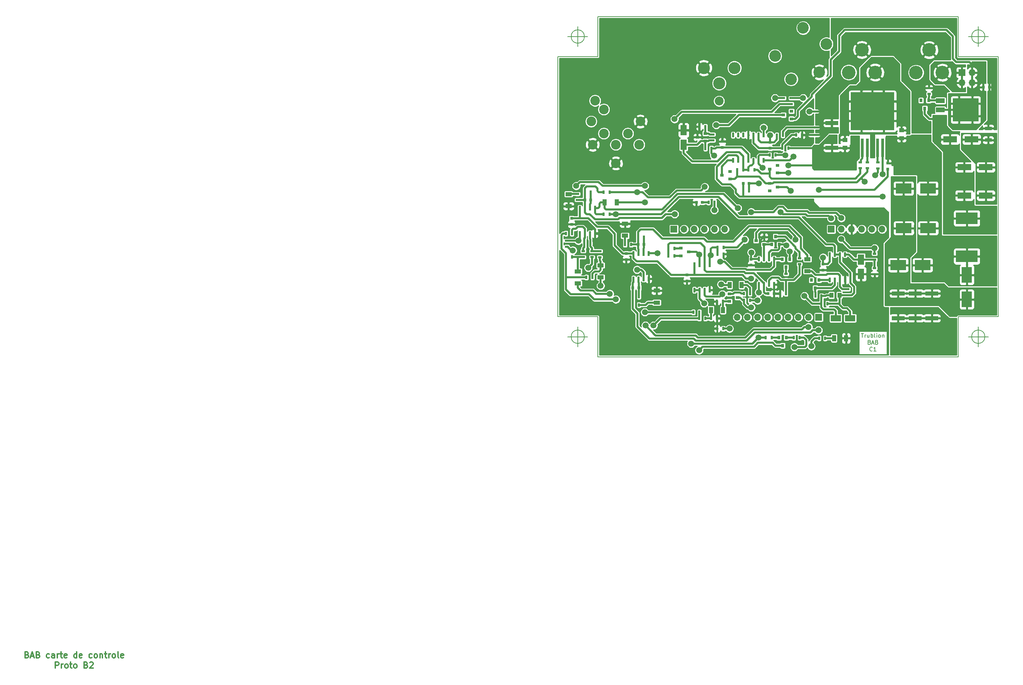
<source format=gbr>
G04 #@! TF.GenerationSoftware,KiCad,Pcbnew,(5.1.4)-1*
G04 #@! TF.CreationDate,2019-12-04T23:14:54+01:00*
G04 #@! TF.ProjectId,instru_bab_v2,696e7374-7275-45f6-9261-625f76322e6b,rev?*
G04 #@! TF.SameCoordinates,Original*
G04 #@! TF.FileFunction,Copper,L1,Top*
G04 #@! TF.FilePolarity,Positive*
%FSLAX46Y46*%
G04 Gerber Fmt 4.6, Leading zero omitted, Abs format (unit mm)*
G04 Created by KiCad (PCBNEW (5.1.4)-1) date 2019-12-04 23:14:54*
%MOMM*%
%LPD*%
G04 APERTURE LIST*
%ADD10C,0.200000*%
%ADD11C,0.300000*%
%ADD12C,0.150000*%
%ADD13C,0.500000*%
%ADD14R,0.800000X0.750000*%
%ADD15R,0.500000X0.900000*%
%ADD16C,0.500000*%
%ADD17R,5.500000X3.000000*%
%ADD18R,0.900000X0.800000*%
%ADD19R,1.700000X0.900000*%
%ADD20R,2.200000X1.200000*%
%ADD21R,6.400000X5.800000*%
%ADD22R,3.050000X2.750000*%
%ADD23R,0.800000X0.900000*%
%ADD24R,1.700000X1.700000*%
%ADD25O,1.700000X1.700000*%
%ADD26R,0.900000X0.500000*%
%ADD27R,4.000000X2.500000*%
%ADD28R,2.500000X4.000000*%
%ADD29R,1.250000X1.000000*%
%ADD30R,3.500000X1.600000*%
%ADD31R,0.800000X4.600000*%
%ADD32R,10.800000X9.400000*%
%ADD33R,5.250000X4.550000*%
%ADD34C,3.400000*%
%ADD35C,2.400000*%
%ADD36R,0.750000X0.800000*%
%ADD37C,3.000000*%
%ADD38C,2.200000*%
%ADD39C,2.900000*%
%ADD40R,0.508000X1.143000*%
%ADD41R,1.600000X2.600000*%
%ADD42R,1.000000X1.250000*%
%ADD43R,1.600000X1.000000*%
%ADD44R,1.000000X1.600000*%
%ADD45R,3.200000X1.000000*%
%ADD46R,2.600000X1.600000*%
%ADD47C,1.500000*%
%ADD48C,0.254000*%
G04 APERTURE END LIST*
D10*
X108795238Y-107502380D02*
X109366666Y-107502380D01*
X109080952Y-108502380D02*
X109080952Y-107502380D01*
X109700000Y-108502380D02*
X109700000Y-107835714D01*
X109700000Y-108026190D02*
X109747619Y-107930952D01*
X109795238Y-107883333D01*
X109890476Y-107835714D01*
X109985714Y-107835714D01*
X110747619Y-107835714D02*
X110747619Y-108502380D01*
X110319047Y-107835714D02*
X110319047Y-108359523D01*
X110366666Y-108454761D01*
X110461904Y-108502380D01*
X110604761Y-108502380D01*
X110700000Y-108454761D01*
X110747619Y-108407142D01*
X111223809Y-108502380D02*
X111223809Y-107502380D01*
X111223809Y-107883333D02*
X111319047Y-107835714D01*
X111509523Y-107835714D01*
X111604761Y-107883333D01*
X111652380Y-107930952D01*
X111700000Y-108026190D01*
X111700000Y-108311904D01*
X111652380Y-108407142D01*
X111604761Y-108454761D01*
X111509523Y-108502380D01*
X111319047Y-108502380D01*
X111223809Y-108454761D01*
X112271428Y-108502380D02*
X112176190Y-108454761D01*
X112128571Y-108359523D01*
X112128571Y-107502380D01*
X112652380Y-108502380D02*
X112652380Y-107835714D01*
X112652380Y-107502380D02*
X112604761Y-107550000D01*
X112652380Y-107597619D01*
X112700000Y-107550000D01*
X112652380Y-107502380D01*
X112652380Y-107597619D01*
X113271428Y-108502380D02*
X113176190Y-108454761D01*
X113128571Y-108407142D01*
X113080952Y-108311904D01*
X113080952Y-108026190D01*
X113128571Y-107930952D01*
X113176190Y-107883333D01*
X113271428Y-107835714D01*
X113414285Y-107835714D01*
X113509523Y-107883333D01*
X113557142Y-107930952D01*
X113604761Y-108026190D01*
X113604761Y-108311904D01*
X113557142Y-108407142D01*
X113509523Y-108454761D01*
X113414285Y-108502380D01*
X113271428Y-108502380D01*
X114033333Y-107835714D02*
X114033333Y-108502380D01*
X114033333Y-107930952D02*
X114080952Y-107883333D01*
X114176190Y-107835714D01*
X114319047Y-107835714D01*
X114414285Y-107883333D01*
X114461904Y-107978571D01*
X114461904Y-108502380D01*
X110842857Y-109678571D02*
X110985714Y-109726190D01*
X111033333Y-109773809D01*
X111080952Y-109869047D01*
X111080952Y-110011904D01*
X111033333Y-110107142D01*
X110985714Y-110154761D01*
X110890476Y-110202380D01*
X110509523Y-110202380D01*
X110509523Y-109202380D01*
X110842857Y-109202380D01*
X110938095Y-109250000D01*
X110985714Y-109297619D01*
X111033333Y-109392857D01*
X111033333Y-109488095D01*
X110985714Y-109583333D01*
X110938095Y-109630952D01*
X110842857Y-109678571D01*
X110509523Y-109678571D01*
X111461904Y-109916666D02*
X111938095Y-109916666D01*
X111366666Y-110202380D02*
X111700000Y-109202380D01*
X112033333Y-110202380D01*
X112700000Y-109678571D02*
X112842857Y-109726190D01*
X112890476Y-109773809D01*
X112938095Y-109869047D01*
X112938095Y-110011904D01*
X112890476Y-110107142D01*
X112842857Y-110154761D01*
X112747619Y-110202380D01*
X112366666Y-110202380D01*
X112366666Y-109202380D01*
X112700000Y-109202380D01*
X112795238Y-109250000D01*
X112842857Y-109297619D01*
X112890476Y-109392857D01*
X112890476Y-109488095D01*
X112842857Y-109583333D01*
X112795238Y-109630952D01*
X112700000Y-109678571D01*
X112366666Y-109678571D01*
X111533333Y-111807142D02*
X111485714Y-111854761D01*
X111342857Y-111902380D01*
X111247619Y-111902380D01*
X111104761Y-111854761D01*
X111009523Y-111759523D01*
X110961904Y-111664285D01*
X110914285Y-111473809D01*
X110914285Y-111330952D01*
X110961904Y-111140476D01*
X111009523Y-111045238D01*
X111104761Y-110950000D01*
X111247619Y-110902380D01*
X111342857Y-110902380D01*
X111485714Y-110950000D01*
X111533333Y-110997619D01*
X112485714Y-111902380D02*
X111914285Y-111902380D01*
X112200000Y-111902380D02*
X112200000Y-110902380D01*
X112104761Y-111045238D01*
X112009523Y-111140476D01*
X111914285Y-111188095D01*
X139667825Y-108334814D02*
G75*
G03X139667825Y-108334814I-1666666J0D01*
G01*
X135501159Y-108334814D02*
X140501159Y-108334814D01*
X138001159Y-105834814D02*
X138001159Y-110834814D01*
X139667825Y-33334814D02*
G75*
G03X139667825Y-33334814I-1666666J0D01*
G01*
X135501159Y-33334814D02*
X140501159Y-33334814D01*
X138001159Y-30834814D02*
X138001159Y-35834814D01*
X39667825Y-108334814D02*
G75*
G03X39667825Y-108334814I-1666666J0D01*
G01*
X35501159Y-108334814D02*
X40501159Y-108334814D01*
X38001159Y-105834814D02*
X38001159Y-110834814D01*
X39667825Y-33334814D02*
G75*
G03X39667825Y-33334814I-1666666J0D01*
G01*
X35501159Y-33334814D02*
X40501159Y-33334814D01*
X38001159Y-30834814D02*
X38001159Y-35834814D01*
D11*
X-99535714Y-187767857D02*
X-99321428Y-187839285D01*
X-99249999Y-187910714D01*
X-99178571Y-188053571D01*
X-99178571Y-188267857D01*
X-99249999Y-188410714D01*
X-99321428Y-188482142D01*
X-99464285Y-188553571D01*
X-100035714Y-188553571D01*
X-100035714Y-187053571D01*
X-99535714Y-187053571D01*
X-99392857Y-187125000D01*
X-99321428Y-187196428D01*
X-99249999Y-187339285D01*
X-99249999Y-187482142D01*
X-99321428Y-187625000D01*
X-99392857Y-187696428D01*
X-99535714Y-187767857D01*
X-100035714Y-187767857D01*
X-98607142Y-188125000D02*
X-97892857Y-188125000D01*
X-98749999Y-188553571D02*
X-98249999Y-187053571D01*
X-97749999Y-188553571D01*
X-96749999Y-187767857D02*
X-96535714Y-187839285D01*
X-96464285Y-187910714D01*
X-96392857Y-188053571D01*
X-96392857Y-188267857D01*
X-96464285Y-188410714D01*
X-96535714Y-188482142D01*
X-96678571Y-188553571D01*
X-97249999Y-188553571D01*
X-97249999Y-187053571D01*
X-96749999Y-187053571D01*
X-96607142Y-187125000D01*
X-96535714Y-187196428D01*
X-96464285Y-187339285D01*
X-96464285Y-187482142D01*
X-96535714Y-187625000D01*
X-96607142Y-187696428D01*
X-96749999Y-187767857D01*
X-97249999Y-187767857D01*
X-93964285Y-188482142D02*
X-94107142Y-188553571D01*
X-94392857Y-188553571D01*
X-94535714Y-188482142D01*
X-94607142Y-188410714D01*
X-94678571Y-188267857D01*
X-94678571Y-187839285D01*
X-94607142Y-187696428D01*
X-94535714Y-187625000D01*
X-94392857Y-187553571D01*
X-94107142Y-187553571D01*
X-93964285Y-187625000D01*
X-92678571Y-188553571D02*
X-92678571Y-187767857D01*
X-92750000Y-187625000D01*
X-92892857Y-187553571D01*
X-93178571Y-187553571D01*
X-93321428Y-187625000D01*
X-92678571Y-188482142D02*
X-92821428Y-188553571D01*
X-93178571Y-188553571D01*
X-93321428Y-188482142D01*
X-93392857Y-188339285D01*
X-93392857Y-188196428D01*
X-93321428Y-188053571D01*
X-93178571Y-187982142D01*
X-92821428Y-187982142D01*
X-92678571Y-187910714D01*
X-91964285Y-188553571D02*
X-91964285Y-187553571D01*
X-91964285Y-187839285D02*
X-91892857Y-187696428D01*
X-91821428Y-187625000D01*
X-91678571Y-187553571D01*
X-91535714Y-187553571D01*
X-91249999Y-187553571D02*
X-90678571Y-187553571D01*
X-91035714Y-187053571D02*
X-91035714Y-188339285D01*
X-90964285Y-188482142D01*
X-90821428Y-188553571D01*
X-90678571Y-188553571D01*
X-89607142Y-188482142D02*
X-89750000Y-188553571D01*
X-90035714Y-188553571D01*
X-90178571Y-188482142D01*
X-90250000Y-188339285D01*
X-90250000Y-187767857D01*
X-90178571Y-187625000D01*
X-90035714Y-187553571D01*
X-89750000Y-187553571D01*
X-89607142Y-187625000D01*
X-89535714Y-187767857D01*
X-89535714Y-187910714D01*
X-90250000Y-188053571D01*
X-87107142Y-188553571D02*
X-87107142Y-187053571D01*
X-87107142Y-188482142D02*
X-87250000Y-188553571D01*
X-87535714Y-188553571D01*
X-87678571Y-188482142D01*
X-87750000Y-188410714D01*
X-87821428Y-188267857D01*
X-87821428Y-187839285D01*
X-87750000Y-187696428D01*
X-87678571Y-187625000D01*
X-87535714Y-187553571D01*
X-87250000Y-187553571D01*
X-87107142Y-187625000D01*
X-85821428Y-188482142D02*
X-85964285Y-188553571D01*
X-86250000Y-188553571D01*
X-86392857Y-188482142D01*
X-86464285Y-188339285D01*
X-86464285Y-187767857D01*
X-86392857Y-187625000D01*
X-86250000Y-187553571D01*
X-85964285Y-187553571D01*
X-85821428Y-187625000D01*
X-85750000Y-187767857D01*
X-85750000Y-187910714D01*
X-86464285Y-188053571D01*
X-83321428Y-188482142D02*
X-83464285Y-188553571D01*
X-83750000Y-188553571D01*
X-83892857Y-188482142D01*
X-83964285Y-188410714D01*
X-84035714Y-188267857D01*
X-84035714Y-187839285D01*
X-83964285Y-187696428D01*
X-83892857Y-187625000D01*
X-83750000Y-187553571D01*
X-83464285Y-187553571D01*
X-83321428Y-187625000D01*
X-82464285Y-188553571D02*
X-82607142Y-188482142D01*
X-82678571Y-188410714D01*
X-82750000Y-188267857D01*
X-82750000Y-187839285D01*
X-82678571Y-187696428D01*
X-82607142Y-187625000D01*
X-82464285Y-187553571D01*
X-82250000Y-187553571D01*
X-82107142Y-187625000D01*
X-82035714Y-187696428D01*
X-81964285Y-187839285D01*
X-81964285Y-188267857D01*
X-82035714Y-188410714D01*
X-82107142Y-188482142D01*
X-82250000Y-188553571D01*
X-82464285Y-188553571D01*
X-81321428Y-187553571D02*
X-81321428Y-188553571D01*
X-81321428Y-187696428D02*
X-81250000Y-187625000D01*
X-81107142Y-187553571D01*
X-80892857Y-187553571D01*
X-80750000Y-187625000D01*
X-80678571Y-187767857D01*
X-80678571Y-188553571D01*
X-80178571Y-187553571D02*
X-79607142Y-187553571D01*
X-79964285Y-187053571D02*
X-79964285Y-188339285D01*
X-79892857Y-188482142D01*
X-79750000Y-188553571D01*
X-79607142Y-188553571D01*
X-79107142Y-188553571D02*
X-79107142Y-187553571D01*
X-79107142Y-187839285D02*
X-79035714Y-187696428D01*
X-78964285Y-187625000D01*
X-78821428Y-187553571D01*
X-78678571Y-187553571D01*
X-77964285Y-188553571D02*
X-78107142Y-188482142D01*
X-78178571Y-188410714D01*
X-78249999Y-188267857D01*
X-78249999Y-187839285D01*
X-78178571Y-187696428D01*
X-78107142Y-187625000D01*
X-77964285Y-187553571D01*
X-77749999Y-187553571D01*
X-77607142Y-187625000D01*
X-77535714Y-187696428D01*
X-77464285Y-187839285D01*
X-77464285Y-188267857D01*
X-77535714Y-188410714D01*
X-77607142Y-188482142D01*
X-77749999Y-188553571D01*
X-77964285Y-188553571D01*
X-76607142Y-188553571D02*
X-76749999Y-188482142D01*
X-76821428Y-188339285D01*
X-76821428Y-187053571D01*
X-75464285Y-188482142D02*
X-75607142Y-188553571D01*
X-75892857Y-188553571D01*
X-76035714Y-188482142D01*
X-76107142Y-188339285D01*
X-76107142Y-187767857D01*
X-76035714Y-187625000D01*
X-75892857Y-187553571D01*
X-75607142Y-187553571D01*
X-75464285Y-187625000D01*
X-75392857Y-187767857D01*
X-75392857Y-187910714D01*
X-76107142Y-188053571D01*
X-92428571Y-191103571D02*
X-92428571Y-189603571D01*
X-91857142Y-189603571D01*
X-91714285Y-189675000D01*
X-91642857Y-189746428D01*
X-91571428Y-189889285D01*
X-91571428Y-190103571D01*
X-91642857Y-190246428D01*
X-91714285Y-190317857D01*
X-91857142Y-190389285D01*
X-92428571Y-190389285D01*
X-90928571Y-191103571D02*
X-90928571Y-190103571D01*
X-90928571Y-190389285D02*
X-90857142Y-190246428D01*
X-90785714Y-190175000D01*
X-90642857Y-190103571D01*
X-90500000Y-190103571D01*
X-89785714Y-191103571D02*
X-89928571Y-191032142D01*
X-90000000Y-190960714D01*
X-90071428Y-190817857D01*
X-90071428Y-190389285D01*
X-90000000Y-190246428D01*
X-89928571Y-190175000D01*
X-89785714Y-190103571D01*
X-89571428Y-190103571D01*
X-89428571Y-190175000D01*
X-89357142Y-190246428D01*
X-89285714Y-190389285D01*
X-89285714Y-190817857D01*
X-89357142Y-190960714D01*
X-89428571Y-191032142D01*
X-89571428Y-191103571D01*
X-89785714Y-191103571D01*
X-88857142Y-190103571D02*
X-88285714Y-190103571D01*
X-88642857Y-189603571D02*
X-88642857Y-190889285D01*
X-88571428Y-191032142D01*
X-88428571Y-191103571D01*
X-88285714Y-191103571D01*
X-87571428Y-191103571D02*
X-87714285Y-191032142D01*
X-87785714Y-190960714D01*
X-87857142Y-190817857D01*
X-87857142Y-190389285D01*
X-87785714Y-190246428D01*
X-87714285Y-190175000D01*
X-87571428Y-190103571D01*
X-87357142Y-190103571D01*
X-87214285Y-190175000D01*
X-87142857Y-190246428D01*
X-87071428Y-190389285D01*
X-87071428Y-190817857D01*
X-87142857Y-190960714D01*
X-87214285Y-191032142D01*
X-87357142Y-191103571D01*
X-87571428Y-191103571D01*
X-84785714Y-190317857D02*
X-84571428Y-190389285D01*
X-84500000Y-190460714D01*
X-84428571Y-190603571D01*
X-84428571Y-190817857D01*
X-84500000Y-190960714D01*
X-84571428Y-191032142D01*
X-84714285Y-191103571D01*
X-85285714Y-191103571D01*
X-85285714Y-189603571D01*
X-84785714Y-189603571D01*
X-84642857Y-189675000D01*
X-84571428Y-189746428D01*
X-84500000Y-189889285D01*
X-84500000Y-190032142D01*
X-84571428Y-190175000D01*
X-84642857Y-190246428D01*
X-84785714Y-190317857D01*
X-85285714Y-190317857D01*
X-83857142Y-189746428D02*
X-83785714Y-189675000D01*
X-83642857Y-189603571D01*
X-83285714Y-189603571D01*
X-83142857Y-189675000D01*
X-83071428Y-189746428D01*
X-83000000Y-189889285D01*
X-83000000Y-190032142D01*
X-83071428Y-190246428D01*
X-83928571Y-191103571D01*
X-83000000Y-191103571D01*
D12*
X43001159Y-103334814D02*
X33001159Y-103334814D01*
X43001159Y-113334814D02*
X43001159Y-103334814D01*
X133001159Y-113334814D02*
X43001159Y-113334814D01*
X133001159Y-103334814D02*
X133001159Y-113334814D01*
X143001159Y-103334814D02*
X133001159Y-103334814D01*
X143001159Y-38334814D02*
X143001159Y-103334814D01*
X133001159Y-38334814D02*
X143001159Y-38334814D01*
X133001159Y-28334814D02*
X133001159Y-38334814D01*
X43001159Y-28334814D02*
X133001159Y-28334814D01*
X43001159Y-38334814D02*
X43001159Y-28334814D01*
X33001159Y-38334814D02*
X43001159Y-38334814D01*
X33001159Y-103334814D02*
X33001159Y-38334814D01*
D13*
X95996000Y-56050000D02*
X98004000Y-56050000D01*
X93996000Y-65550000D02*
X96004000Y-65550000D01*
X95796000Y-52050000D02*
X97804000Y-52050000D01*
X98004000Y-57950000D02*
X95996000Y-57950000D01*
X93996000Y-61250000D02*
X96004000Y-61250000D01*
X135804000Y-39750000D02*
X133796000Y-39750000D01*
D14*
X67600000Y-74750000D03*
X69100000Y-74750000D03*
D15*
X72150000Y-74750000D03*
X70650000Y-74750000D03*
D16*
X98004000Y-56050000D03*
X95996000Y-56050000D03*
X96004000Y-65550000D03*
X93996000Y-65550000D03*
X97804000Y-52050000D03*
X95796000Y-52050000D03*
D17*
X135150000Y-88250000D03*
X135150000Y-78750000D03*
D18*
X91350000Y-53900000D03*
X91350000Y-52000000D03*
X89350000Y-52950000D03*
D19*
X140500000Y-59200000D03*
X140500000Y-56300000D03*
D20*
X128550000Y-49370000D03*
X128550000Y-51650000D03*
X128550000Y-53930000D03*
D21*
X134850000Y-51650000D03*
D22*
X136525000Y-53175000D03*
X133175000Y-50125000D03*
X136525000Y-50125000D03*
X133175000Y-53175000D03*
D23*
X90934066Y-88964146D03*
X89034066Y-88964146D03*
X89984066Y-90964146D03*
X86400000Y-85300000D03*
X88300000Y-85300000D03*
X87350000Y-83300000D03*
D18*
X84500000Y-85300000D03*
X84500000Y-83400000D03*
X82500000Y-84350000D03*
D24*
X98144066Y-103464146D03*
D25*
X95604066Y-103464146D03*
X93064066Y-103464146D03*
X90524066Y-103464146D03*
X87984066Y-103464146D03*
X85444066Y-103464146D03*
X82904066Y-103464146D03*
X80364066Y-103464146D03*
X77824066Y-103464146D03*
D23*
X125600000Y-49300000D03*
X123700000Y-49300000D03*
X124650000Y-51300000D03*
D26*
X110300000Y-64750000D03*
X110300000Y-66250000D03*
X108550000Y-64750000D03*
X108550000Y-66250000D03*
X125700000Y-47700000D03*
X125700000Y-46200000D03*
D15*
X88484066Y-97564146D03*
X89984066Y-97564146D03*
D26*
X90000000Y-94150000D03*
X90000000Y-92650000D03*
X93350000Y-90200000D03*
X93350000Y-88700000D03*
D15*
X72800000Y-106300000D03*
X74300000Y-106300000D03*
X81000000Y-99250000D03*
X79500000Y-99250000D03*
D27*
X125500000Y-81200000D03*
X119400000Y-81200000D03*
X124100000Y-90450000D03*
X118000000Y-90450000D03*
D28*
X135150000Y-92900000D03*
X135150000Y-99000000D03*
D29*
X104700000Y-61150000D03*
X104700000Y-59150000D03*
D30*
X134500000Y-66000000D03*
X139900000Y-66000000D03*
X130940169Y-59028119D03*
X136340169Y-59028119D03*
D14*
X140750000Y-46000000D03*
X139250000Y-46000000D03*
D27*
X125450000Y-71300000D03*
X119350000Y-71300000D03*
D30*
X134500000Y-73050000D03*
X139900000Y-73050000D03*
D24*
X133900000Y-42350000D03*
D25*
X136440000Y-42350000D03*
X133900000Y-44890000D03*
X136440000Y-44890000D03*
D31*
X107790000Y-61150000D03*
X109060000Y-61150000D03*
X110330000Y-61150000D03*
X111600000Y-61150000D03*
X112870000Y-61150000D03*
X114140000Y-61150000D03*
X115410000Y-61150000D03*
D32*
X111600000Y-52000000D03*
D33*
X114375000Y-49575000D03*
X108825000Y-54425000D03*
X108825000Y-49575000D03*
X114375000Y-54425000D03*
D34*
X108950000Y-36650000D03*
X105650000Y-42300000D03*
X112250000Y-42300000D03*
D35*
X53650000Y-54550000D03*
X44500000Y-51550000D03*
X47500000Y-60350000D03*
X53300000Y-60350000D03*
X47500000Y-65000000D03*
X41700000Y-60350000D03*
X42300000Y-49350000D03*
X41350000Y-54550000D03*
X44500000Y-57550000D03*
X50500000Y-57550000D03*
D34*
X125750000Y-36700000D03*
X122450000Y-42350000D03*
X129050000Y-42350000D03*
D24*
X101284066Y-81464146D03*
D25*
X103824066Y-81464146D03*
X106364066Y-81464146D03*
X108904066Y-81464146D03*
X111444066Y-81464146D03*
X113984066Y-81464146D03*
D24*
X61984066Y-81464146D03*
D25*
X64524066Y-81464146D03*
X67064066Y-81464146D03*
X69604066Y-81464146D03*
X72144066Y-81464146D03*
X74684066Y-81464146D03*
D36*
X65234066Y-92914146D03*
X65234066Y-94414146D03*
D26*
X91300000Y-48700000D03*
X91300000Y-50200000D03*
X89350000Y-48700000D03*
X89350000Y-50200000D03*
D37*
X69490000Y-41200000D03*
X77110000Y-41200000D03*
X73300000Y-45010000D03*
D38*
X73300000Y-49450000D03*
D39*
X87250000Y-38200000D03*
X94250000Y-31200000D03*
X100050000Y-35200000D03*
X98320000Y-42270000D03*
X91250000Y-44000000D03*
D14*
X41240544Y-74131913D03*
X39740544Y-74131913D03*
D36*
X74100000Y-59550000D03*
X74100000Y-61050000D03*
D40*
X76780000Y-64300000D03*
X78050000Y-64300000D03*
X79320000Y-64300000D03*
X80590000Y-64300000D03*
X81860000Y-64300000D03*
X83130000Y-64300000D03*
X84400000Y-64300000D03*
X84400000Y-57950000D03*
X83130000Y-57950000D03*
X80590000Y-57950000D03*
X79320000Y-57950000D03*
X78050000Y-57950000D03*
X76780000Y-57950000D03*
X81860000Y-57950000D03*
X83202680Y-88935610D03*
X84472680Y-88935610D03*
X85742680Y-88935610D03*
X87012680Y-88935610D03*
X87012680Y-95285610D03*
X85742680Y-95285610D03*
X84472680Y-95285610D03*
X83202680Y-95285610D03*
X67124066Y-90314146D03*
X68394066Y-90314146D03*
X69664066Y-90314146D03*
X70934066Y-90314146D03*
X70934066Y-96664146D03*
X69664066Y-96664146D03*
X68394066Y-96664146D03*
X67124066Y-96664146D03*
X100929066Y-87789146D03*
X102199066Y-87789146D03*
X103469066Y-87789146D03*
X104739066Y-87789146D03*
X104739066Y-94139146D03*
X103469066Y-94139146D03*
X102199066Y-94139146D03*
X100929066Y-94139146D03*
D15*
X89200000Y-58000000D03*
X87700000Y-58000000D03*
X90550000Y-61250000D03*
X89050000Y-61250000D03*
X94000000Y-57950000D03*
X92500000Y-57950000D03*
D26*
X112900000Y-64800000D03*
X112900000Y-66300000D03*
D15*
X85900000Y-62950000D03*
X87400000Y-62950000D03*
X79300000Y-71850000D03*
X80800000Y-71850000D03*
X80600000Y-66650000D03*
X82100000Y-66650000D03*
X79300000Y-66650000D03*
X77800000Y-66650000D03*
X71350000Y-61300000D03*
X69850000Y-61300000D03*
X69850000Y-55850000D03*
X68350000Y-55850000D03*
D26*
X71700000Y-59300000D03*
X71700000Y-57800000D03*
D15*
X91900000Y-108550000D03*
X93400000Y-108550000D03*
X86400000Y-108550000D03*
X84900000Y-108550000D03*
X62100000Y-86250000D03*
X60600000Y-86250000D03*
X62106108Y-88104698D03*
X60606108Y-88104698D03*
X72900000Y-86000000D03*
X74400000Y-86000000D03*
X72900000Y-87700000D03*
X74400000Y-87700000D03*
X100334066Y-100064146D03*
X98834066Y-100064146D03*
X98834066Y-98164146D03*
X97334066Y-98164146D03*
D26*
X105400000Y-97950000D03*
X105400000Y-96450000D03*
X112100000Y-91200000D03*
X112100000Y-92700000D03*
X112100000Y-87600000D03*
X112100000Y-89100000D03*
D15*
X45950000Y-72200000D03*
X44450000Y-72200000D03*
X71250000Y-103750000D03*
X72750000Y-103750000D03*
D26*
X35250000Y-85831913D03*
X35250000Y-84331913D03*
D15*
X74250000Y-99500000D03*
X72750000Y-99500000D03*
X35040544Y-82531913D03*
X36540544Y-82531913D03*
D26*
X41540544Y-88431913D03*
X41540544Y-86931913D03*
D15*
X45950000Y-77700000D03*
X44450000Y-77700000D03*
X79484066Y-97564146D03*
X80984066Y-97564146D03*
X41140544Y-85031913D03*
X39640544Y-85031913D03*
D26*
X39340544Y-86931913D03*
X39340544Y-88431913D03*
X43500000Y-86950000D03*
X43500000Y-88450000D03*
D15*
X35040544Y-88431913D03*
X36540544Y-88431913D03*
X41650000Y-93500000D03*
X40150000Y-93500000D03*
X68350000Y-102200000D03*
X66850000Y-102200000D03*
X68350000Y-103750000D03*
X69850000Y-103750000D03*
D18*
X75850000Y-97600000D03*
X75850000Y-99500000D03*
X77850000Y-98550000D03*
X69850000Y-59450000D03*
X69850000Y-57550000D03*
X67850000Y-58500000D03*
X87900000Y-67400000D03*
X87900000Y-65500000D03*
X85900000Y-66450000D03*
X85900000Y-70000000D03*
X85900000Y-71900000D03*
X87900000Y-70950000D03*
X76000000Y-68950000D03*
X76000000Y-67050000D03*
X74000000Y-68000000D03*
D23*
X90100000Y-108550000D03*
X88200000Y-108550000D03*
X89150000Y-110550000D03*
D18*
X63706108Y-86204698D03*
X63706108Y-88104698D03*
X65706108Y-87154698D03*
D23*
X98234066Y-94164146D03*
X96334066Y-94164146D03*
X97284066Y-96164146D03*
D36*
X115400000Y-64950000D03*
X115400000Y-66450000D03*
X86050000Y-59750000D03*
X86050000Y-61250000D03*
D14*
X80800000Y-70050000D03*
X79300000Y-70050000D03*
D41*
X64450000Y-60350000D03*
X64450000Y-56750000D03*
D36*
X81307680Y-88964146D03*
X81307680Y-90464146D03*
D14*
X86984066Y-97564146D03*
X85484066Y-97564146D03*
D42*
X103334066Y-97964146D03*
X101334066Y-97964146D03*
D36*
X99234066Y-90164146D03*
X99234066Y-91664146D03*
D43*
X95350000Y-91950000D03*
X95350000Y-88950000D03*
D41*
X108734066Y-89064146D03*
X108734066Y-92664146D03*
D43*
X35700000Y-75700000D03*
X35700000Y-72700000D03*
D44*
X71250000Y-101650000D03*
X74250000Y-101650000D03*
D36*
X36440544Y-78731913D03*
X36440544Y-80231913D03*
D44*
X44700000Y-74800000D03*
X47700000Y-74800000D03*
D43*
X38000000Y-92000000D03*
X38000000Y-95000000D03*
X43700000Y-90500000D03*
X43700000Y-93500000D03*
D45*
X101450000Y-61150000D03*
X101450000Y-54950000D03*
D16*
X95996000Y-57950000D03*
X98004000Y-57950000D03*
X96004000Y-61250000D03*
X93996000Y-61250000D03*
D44*
X75900000Y-95400000D03*
X78900000Y-95400000D03*
D45*
X117974914Y-97511407D03*
X117974914Y-103711407D03*
X126424914Y-97511407D03*
X126424914Y-103711407D03*
X122274914Y-97511407D03*
X122274914Y-103711407D03*
D29*
X118850000Y-58750000D03*
X118850000Y-56750000D03*
D16*
X135804000Y-39750000D03*
X133796000Y-39750000D03*
D14*
X53250000Y-96100000D03*
X51750000Y-96100000D03*
D36*
X50100000Y-89050000D03*
X50100000Y-87550000D03*
D43*
X57700000Y-96800000D03*
X57700000Y-99800000D03*
D44*
X102000000Y-108700000D03*
X105000000Y-108700000D03*
D14*
X54550000Y-85300000D03*
X53050000Y-85300000D03*
D43*
X49800000Y-83100000D03*
X49800000Y-80100000D03*
D46*
X106000000Y-103700000D03*
X102400000Y-103700000D03*
D26*
X37900000Y-72650000D03*
X37900000Y-74150000D03*
D15*
X41250000Y-72200000D03*
X39750000Y-72200000D03*
X53250000Y-98300000D03*
X51750000Y-98300000D03*
X53250000Y-100400000D03*
X51750000Y-100400000D03*
X98250000Y-108700000D03*
X99750000Y-108700000D03*
X53050000Y-83500000D03*
X54550000Y-83500000D03*
X51300000Y-85300000D03*
X49800000Y-85300000D03*
D40*
X38495000Y-82575000D03*
X39765000Y-82575000D03*
X41035000Y-82575000D03*
X42305000Y-82575000D03*
X42305000Y-76225000D03*
X41035000Y-76225000D03*
X39765000Y-76225000D03*
X38495000Y-76225000D03*
X51895000Y-87525000D03*
X53165000Y-87525000D03*
X54435000Y-87525000D03*
X55705000Y-87525000D03*
X55705000Y-93875000D03*
X54435000Y-93875000D03*
X53165000Y-93875000D03*
X51895000Y-93875000D03*
D47*
X73800000Y-95250000D03*
X77950000Y-76200000D03*
X37600000Y-70650000D03*
X54750000Y-102200000D03*
X54750000Y-70650000D03*
X54750000Y-74750000D03*
X103750000Y-83950000D03*
X112100000Y-86200000D03*
X81300000Y-101000000D03*
X72550000Y-55450000D03*
X72000000Y-63100000D03*
X81323385Y-87254126D03*
X81300000Y-93800000D03*
X99250000Y-88550000D03*
X103800000Y-78700000D03*
X81300000Y-77200000D03*
X79700000Y-84100000D03*
X112250000Y-67950000D03*
X91950000Y-59600000D03*
X74100000Y-57650000D03*
X65250000Y-96200000D03*
X74200000Y-103750000D03*
X108900000Y-84350000D03*
X108950000Y-95300000D03*
X79299998Y-86800000D03*
X44850000Y-82500000D03*
X111400000Y-78550000D03*
X106400000Y-78550000D03*
X58300000Y-93900000D03*
X50100000Y-90900000D03*
X52000000Y-80100000D03*
X71300000Y-106300000D03*
X107000000Y-108700000D03*
X76300000Y-88400000D03*
X57900000Y-71400000D03*
X64500000Y-54000000D03*
X68400000Y-53900000D03*
X65600000Y-74900000D03*
X34700000Y-80200000D03*
X75000000Y-30000000D03*
X65000000Y-30000000D03*
X45000000Y-30000000D03*
X70000000Y-30000000D03*
X55000000Y-30000000D03*
X50000000Y-30000000D03*
X60000000Y-30000000D03*
X80000000Y-30000000D03*
X85000000Y-30000000D03*
X90000000Y-30000000D03*
X99000000Y-30000000D03*
X45000000Y-35000000D03*
X40000000Y-40000000D03*
X35000000Y-40000000D03*
X35000000Y-45000000D03*
X45000000Y-40000000D03*
X45000000Y-111000000D03*
X45000000Y-106000000D03*
X45000000Y-101000000D03*
X40000000Y-101000000D03*
X35000000Y-101000000D03*
X50000000Y-111000000D03*
X55000000Y-111000000D03*
X60000000Y-111000000D03*
X47500000Y-99000000D03*
X47500000Y-77750010D03*
X94600000Y-98150000D03*
X90069737Y-85487504D03*
X83200000Y-70050000D03*
X90550000Y-65550010D03*
X114150000Y-73350000D03*
X114150000Y-67700000D03*
X89800000Y-63000000D03*
X86050000Y-58000000D03*
X139050000Y-42350000D03*
X139050000Y-40450000D03*
X139050000Y-44300000D03*
X117950000Y-106550000D03*
X122250000Y-106550000D03*
X126400000Y-106500000D03*
X117950000Y-108600000D03*
X122250000Y-108600000D03*
X126400000Y-108600000D03*
X141450000Y-53050000D03*
X141450000Y-51250000D03*
X141450000Y-49450000D03*
X141450000Y-47700000D03*
X141450000Y-44200000D03*
X141400000Y-42200000D03*
X141400000Y-40100000D03*
X117900000Y-110800000D03*
X122200000Y-110700000D03*
X126400000Y-110700000D03*
X99000000Y-48000000D03*
X102000000Y-45000000D03*
X102000000Y-48000000D03*
X102000000Y-51000000D03*
X105000000Y-38000000D03*
X105000000Y-34000000D03*
X113000000Y-37000000D03*
X113000000Y-34000000D03*
X116000000Y-34000000D03*
X116000000Y-37000000D03*
X119000000Y-37000000D03*
X119000000Y-34000000D03*
X122000000Y-34000000D03*
X122000000Y-37000000D03*
X99000000Y-51000000D03*
X105000000Y-30000000D03*
X109000000Y-30000000D03*
X116000000Y-30000000D03*
X119000000Y-30000000D03*
X122000000Y-30000000D03*
X125000000Y-30000000D03*
X128550000Y-30000000D03*
X113000000Y-30000000D03*
X68300000Y-111700000D03*
X68300000Y-87800000D03*
X91200000Y-71900000D03*
X91850006Y-63350000D03*
X90550000Y-67400002D03*
X83200000Y-97250000D03*
X88650000Y-77200000D03*
X101250006Y-78750000D03*
X104600000Y-54450000D03*
X104650000Y-49600000D03*
X119200000Y-49550000D03*
X119150000Y-54400000D03*
X114400000Y-45500000D03*
X111600000Y-45400000D03*
X108850000Y-45400002D03*
X119150000Y-52000000D03*
X104650000Y-52000000D03*
X119200000Y-47300000D03*
X117200000Y-45500000D03*
X38149994Y-84350000D03*
X40600005Y-91100005D03*
X72100000Y-76700000D03*
X84400000Y-56100000D03*
X84150000Y-66150000D03*
X43700000Y-95600000D03*
X46000000Y-97600000D03*
X87250000Y-48700000D03*
X94250000Y-48700000D03*
X56900000Y-105500000D03*
X62150000Y-53949958D03*
X57900000Y-87500000D03*
X54900000Y-105499996D03*
X95600000Y-105899996D03*
X98100000Y-106700000D03*
X83100000Y-108550000D03*
X66300000Y-110050000D03*
X71200000Y-88000000D03*
X92100000Y-110900000D03*
X96300000Y-110700000D03*
X109600000Y-69600000D03*
X36757552Y-86767149D03*
X82900000Y-99250000D03*
X75900000Y-106300000D03*
X74100000Y-97700000D03*
X92400000Y-84050000D03*
X90950000Y-87000000D03*
X98200000Y-71600000D03*
X95850000Y-52050000D03*
X69550000Y-100000000D03*
X73600000Y-89600000D03*
X62200000Y-77700000D03*
X52800000Y-91600000D03*
X69700000Y-70900000D03*
X52800000Y-72200000D03*
D13*
X41650000Y-92550000D02*
X42200000Y-92000000D01*
X41650000Y-93500000D02*
X41650000Y-92550000D01*
X42200000Y-92000000D02*
X43300000Y-92000000D01*
X43700000Y-91600000D02*
X43700000Y-90500000D01*
X43300000Y-92000000D02*
X43700000Y-91600000D01*
X43500000Y-88450000D02*
X43500000Y-89300000D01*
X43700000Y-89500000D02*
X43700000Y-90500000D01*
X43500000Y-89300000D02*
X43700000Y-89500000D01*
X39340544Y-88431913D02*
X38050000Y-88431913D01*
X38050000Y-88431913D02*
X36540544Y-88431913D01*
X38000000Y-88481913D02*
X38000000Y-92000000D01*
X38050000Y-88431913D02*
X38000000Y-88481913D01*
X73950000Y-95400000D02*
X73800000Y-95250000D01*
X75900000Y-95400000D02*
X73950000Y-95400000D01*
X43059000Y-76225000D02*
X43400000Y-75884000D01*
X43700000Y-74800000D02*
X44700000Y-74800000D01*
X43400000Y-75100000D02*
X43700000Y-74800000D01*
X43400000Y-75884000D02*
X43400000Y-75100000D01*
X42305000Y-76225000D02*
X43059000Y-76225000D01*
X77200001Y-75450001D02*
X77950000Y-76200000D01*
X44700000Y-76200000D02*
X45000000Y-76500000D01*
X44700000Y-74800000D02*
X44700000Y-76200000D01*
X45000000Y-76500000D02*
X59049999Y-76500000D01*
X59049999Y-76500000D02*
X62899998Y-72650001D01*
X62899998Y-72650001D02*
X74400001Y-72650001D01*
X74400001Y-72650001D02*
X77200001Y-75450001D01*
X44450000Y-77700000D02*
X42600000Y-77700000D01*
X42305000Y-77405000D02*
X42305000Y-76225000D01*
X42600000Y-77700000D02*
X42305000Y-77405000D01*
X54750000Y-102200000D02*
X66850000Y-102200000D01*
X54700000Y-74800000D02*
X54750000Y-74750000D01*
X47700000Y-74800000D02*
X54700000Y-74800000D01*
X38550000Y-69700000D02*
X37600000Y-70650000D01*
X44150000Y-70650000D02*
X43200000Y-69700000D01*
X54750000Y-70650000D02*
X44150000Y-70650000D01*
X43200000Y-69700000D02*
X38550000Y-69700000D01*
X74100000Y-61050000D02*
X78900000Y-61050000D01*
X78900000Y-61050000D02*
X80590000Y-62740000D01*
X80590000Y-62740000D02*
X80590000Y-64300000D01*
X36440544Y-78731913D02*
X38068087Y-78731913D01*
X74100000Y-61050000D02*
X72600000Y-61050000D01*
X72350000Y-61300000D02*
X71350000Y-61300000D01*
X72600000Y-61050000D02*
X72350000Y-61300000D01*
X65234066Y-92914146D02*
X66385854Y-92914146D01*
X67124066Y-92175934D02*
X67124066Y-90314146D01*
X99234066Y-90164146D02*
X100385854Y-90164146D01*
X100929066Y-89620934D02*
X100929066Y-87789146D01*
X100385854Y-90164146D02*
X100929066Y-89620934D01*
X81336216Y-88935610D02*
X81307680Y-88964146D01*
X83202680Y-88935610D02*
X81336216Y-88935610D01*
X112100000Y-87600000D02*
X112100000Y-86200000D01*
X77850000Y-98550000D02*
X77900000Y-98550000D01*
X77900000Y-98550000D02*
X78450000Y-98550000D01*
X78500000Y-98550000D02*
X77850000Y-98550000D01*
X79500000Y-99250000D02*
X79200000Y-99250000D01*
X79200000Y-99250000D02*
X78500000Y-98550000D01*
X79500000Y-99250000D02*
X79500000Y-99450000D01*
X79500000Y-99450000D02*
X79500000Y-100150000D01*
X79500000Y-100150000D02*
X80350000Y-101000000D01*
X80350000Y-101000000D02*
X81300000Y-101000000D01*
X89350000Y-52950000D02*
X78200000Y-52950000D01*
X78200000Y-52950000D02*
X75700000Y-55450000D01*
X75700000Y-55450000D02*
X72550000Y-55450000D01*
X72000000Y-63100000D02*
X71350000Y-62450000D01*
X71350000Y-62450000D02*
X71350000Y-61300000D01*
X81307680Y-88964146D02*
X81307680Y-87269831D01*
X81307680Y-87269831D02*
X81323385Y-87254126D01*
X67124066Y-92890080D02*
X67100000Y-92914146D01*
X67124066Y-90314146D02*
X67124066Y-92890080D01*
X65234066Y-92914146D02*
X67100000Y-92914146D01*
X106000000Y-86200000D02*
X103750000Y-83950000D01*
X112100000Y-86200000D02*
X106000000Y-86200000D01*
X99234066Y-90164146D02*
X99234066Y-88565934D01*
X99234066Y-88565934D02*
X99250000Y-88550000D01*
X95750000Y-77400000D02*
X102500000Y-77400000D01*
X81300000Y-77200000D02*
X86850000Y-77200000D01*
X88149999Y-75900001D02*
X89200003Y-75900001D01*
X102500000Y-77400000D02*
X103800000Y-78700000D01*
X86850000Y-77200000D02*
X88149999Y-75900001D01*
X89200003Y-75900001D02*
X90250002Y-76950000D01*
X90250002Y-76950000D02*
X95300000Y-76950000D01*
X95300000Y-76950000D02*
X95750000Y-77400000D01*
X80000000Y-93800000D02*
X81300000Y-93800000D01*
X67100000Y-92914146D02*
X79114146Y-92914146D01*
X79114146Y-92914146D02*
X80000000Y-93800000D01*
X50125000Y-87525000D02*
X50100000Y-87550000D01*
X51895000Y-87525000D02*
X50125000Y-87525000D01*
X51895000Y-88695000D02*
X51895000Y-87525000D01*
X52700000Y-89500000D02*
X51895000Y-88695000D01*
X57900000Y-89500000D02*
X52700000Y-89500000D01*
X61314146Y-92914146D02*
X57900000Y-89500000D01*
X38531913Y-78731913D02*
X36440544Y-78731913D01*
X40631913Y-78731913D02*
X38531913Y-78731913D01*
X49225000Y-87550000D02*
X47200000Y-85525000D01*
X50100000Y-87550000D02*
X49225000Y-87550000D01*
X47200000Y-82600000D02*
X45500000Y-80900000D01*
X45500000Y-80900000D02*
X42800000Y-80900000D01*
X47200000Y-85525000D02*
X47200000Y-82600000D01*
X42800000Y-80900000D02*
X40631913Y-78731913D01*
X65234066Y-92914146D02*
X63085854Y-92914146D01*
X63085854Y-92914146D02*
X61314146Y-92914146D01*
X74400000Y-86000000D02*
X77800000Y-86000000D01*
X77800000Y-86000000D02*
X79700000Y-84100000D01*
X38495000Y-78695000D02*
X38531913Y-78731913D01*
X38495000Y-76225000D02*
X38495000Y-78695000D01*
X74100000Y-59550000D02*
X80061500Y-59550000D01*
X80061500Y-59550000D02*
X80590000Y-59021500D01*
X80590000Y-59021500D02*
X80590000Y-57950000D01*
X72750000Y-99500000D02*
X72750000Y-103750000D01*
X87012680Y-97535532D02*
X86984066Y-97564146D01*
X87012680Y-95285610D02*
X87012680Y-97535532D01*
X88484066Y-97564146D02*
X86984066Y-97564146D01*
X112900000Y-66300000D02*
X112900000Y-67300000D01*
X112900000Y-67300000D02*
X112250000Y-67950000D01*
X93996000Y-57950000D02*
X93996000Y-58754000D01*
X93996000Y-58754000D02*
X93800000Y-58950000D01*
X93800000Y-58950000D02*
X92600000Y-58950000D01*
X92600000Y-58950000D02*
X91950000Y-59600000D01*
X74100000Y-59550000D02*
X74100000Y-57650000D01*
X68350000Y-57100000D02*
X68350000Y-55850000D01*
X67850000Y-58500000D02*
X67850000Y-57600000D01*
X67850000Y-57600000D02*
X68350000Y-57100000D01*
X69764146Y-94414146D02*
X65234066Y-94414146D01*
X70934066Y-96664146D02*
X70934066Y-95584066D01*
X70934066Y-95584066D02*
X69764146Y-94414146D01*
X65234066Y-94414146D02*
X65234066Y-96184066D01*
X65234066Y-96184066D02*
X65250000Y-96200000D01*
X72750000Y-103750000D02*
X74200000Y-103750000D01*
X104739066Y-94139146D02*
X104739066Y-92689066D01*
X103714146Y-91664146D02*
X99234066Y-91664146D01*
X104739066Y-92689066D02*
X103714146Y-91664146D01*
X108769920Y-92700000D02*
X108734066Y-92664146D01*
X112100000Y-92700000D02*
X108769920Y-92700000D01*
X108734066Y-92664146D02*
X108734066Y-95084066D01*
X108734066Y-95084066D02*
X108950000Y-95300000D01*
X82750001Y-85850001D02*
X80249997Y-85850001D01*
X79299998Y-87860660D02*
X79299998Y-86800000D01*
X79299998Y-89331464D02*
X79299998Y-87860660D01*
X84500000Y-83400000D02*
X84450000Y-83400000D01*
X84450000Y-83400000D02*
X83500000Y-84350000D01*
X83500000Y-85100002D02*
X82750001Y-85850001D01*
X80049997Y-86050001D02*
X79299998Y-86800000D01*
X81307680Y-90464146D02*
X80432680Y-90464146D01*
X80249997Y-85850001D02*
X80049997Y-86050001D01*
X80432680Y-90464146D02*
X79299998Y-89331464D01*
X83500000Y-84350000D02*
X83500000Y-85100002D01*
X42300000Y-82502457D02*
X42295544Y-82506913D01*
X42300000Y-81650000D02*
X42300000Y-82502457D01*
X40799990Y-80149990D02*
X42300000Y-81650000D01*
X37397467Y-80149990D02*
X40799990Y-80149990D01*
X36440544Y-80231913D02*
X37315544Y-80231913D01*
X37315544Y-80231913D02*
X37397467Y-80149990D01*
X42295544Y-82506913D02*
X44843087Y-82506913D01*
X44843087Y-82506913D02*
X44850000Y-82500000D01*
X94000000Y-57950000D02*
X95996000Y-57950000D01*
X111400000Y-78550000D02*
X106400000Y-78550000D01*
X55705000Y-93875000D02*
X58275000Y-93875000D01*
X58275000Y-93875000D02*
X58300000Y-93900000D01*
X50100000Y-89050000D02*
X50100000Y-90900000D01*
X49800000Y-80100000D02*
X52000000Y-80100000D01*
X72800000Y-106300000D02*
X71300000Y-106300000D01*
X105000000Y-108700000D02*
X107000000Y-108700000D01*
X57700000Y-96800000D02*
X57700000Y-95700000D01*
X58300000Y-95100000D02*
X58300000Y-93900000D01*
X57700000Y-95700000D02*
X58300000Y-95100000D01*
X74400000Y-87700000D02*
X75600000Y-87700000D01*
X75600000Y-87700000D02*
X76300000Y-88400000D01*
X64450000Y-56750000D02*
X64450000Y-54050000D01*
X64450000Y-54050000D02*
X64500000Y-54000000D01*
X65750000Y-56750000D02*
X66200000Y-57200000D01*
X64450000Y-56750000D02*
X65750000Y-56750000D01*
X66200000Y-57200000D02*
X66200000Y-57800000D01*
X66900000Y-58500000D02*
X67850000Y-58500000D01*
X66200000Y-57800000D02*
X66900000Y-58500000D01*
X68350000Y-55850000D02*
X68350000Y-53950000D01*
X68350000Y-53950000D02*
X68400000Y-53900000D01*
X67600000Y-74750000D02*
X65750000Y-74750000D01*
X65750000Y-74750000D02*
X65600000Y-74900000D01*
X36440544Y-80231913D02*
X34731913Y-80231913D01*
X34731913Y-80231913D02*
X34700000Y-80200000D01*
X71250000Y-103750000D02*
X71250000Y-101650000D01*
X69850000Y-103750000D02*
X71250000Y-103750000D01*
X74250000Y-99500000D02*
X75850000Y-99500000D01*
X74250000Y-101650000D02*
X74250000Y-99500000D01*
X35750000Y-72650000D02*
X35700000Y-72700000D01*
X37900000Y-72650000D02*
X35750000Y-72650000D01*
X104739066Y-87789146D02*
X105689146Y-87789146D01*
X106964146Y-89064146D02*
X108734066Y-89064146D01*
X105689146Y-87789146D02*
X106964146Y-89064146D01*
X112100000Y-89100000D02*
X112100000Y-91200000D01*
X108769920Y-89100000D02*
X108734066Y-89064146D01*
X112100000Y-89100000D02*
X108769920Y-89100000D01*
X103469066Y-94139146D02*
X103469066Y-95869066D01*
X104050000Y-96450000D02*
X105400000Y-96450000D01*
X103469066Y-95869066D02*
X104050000Y-96450000D01*
X96400000Y-91950000D02*
X95350000Y-91950000D01*
X103469066Y-93067646D02*
X103001420Y-92600000D01*
X103469066Y-94139146D02*
X103469066Y-93067646D01*
X103001420Y-92600000D02*
X100350000Y-92600000D01*
X100350000Y-92600000D02*
X100050000Y-92900000D01*
X100050000Y-92900000D02*
X97350000Y-92900000D01*
X97350000Y-92900000D02*
X96400000Y-91950000D01*
X71360660Y-84600000D02*
X70300000Y-84600000D01*
X76850000Y-84600000D02*
X71360660Y-84600000D01*
X80749967Y-80700033D02*
X76850000Y-84600000D01*
X93700000Y-83532023D02*
X90868010Y-80700033D01*
X93700000Y-86300000D02*
X93700000Y-83532023D01*
X90868010Y-80700033D02*
X80749967Y-80700033D01*
X95350000Y-87950000D02*
X93700000Y-86300000D01*
X95350000Y-88950000D02*
X95350000Y-87950000D01*
X53165000Y-85415000D02*
X53050000Y-85300000D01*
X53050000Y-86338500D02*
X53050000Y-85300000D01*
X53165000Y-87525000D02*
X53165000Y-86453500D01*
X53165000Y-86453500D02*
X53050000Y-86338500D01*
X51300000Y-85300000D02*
X53050000Y-85300000D01*
X53050000Y-83500000D02*
X53050000Y-85300000D01*
X53050000Y-83500000D02*
X53050000Y-82150000D01*
X53050000Y-82150000D02*
X53700000Y-81500000D01*
X53700000Y-81500000D02*
X56800000Y-81500000D01*
X56800000Y-81500000D02*
X59100000Y-83800000D01*
X69500000Y-83800000D02*
X70300000Y-84600000D01*
X59100000Y-83800000D02*
X69500000Y-83800000D01*
X102199066Y-87789146D02*
X103469066Y-87789146D01*
X103348212Y-97950000D02*
X103334066Y-97964146D01*
X105400000Y-97950000D02*
X103348212Y-97950000D01*
X103334066Y-97964146D02*
X103334066Y-99415934D01*
X102685854Y-100064146D02*
X100334066Y-100064146D01*
X34290544Y-82531913D02*
X35040544Y-82531913D01*
X33900000Y-82922457D02*
X34290544Y-82531913D01*
X33900000Y-86341369D02*
X33900000Y-82922457D01*
X35040544Y-87481913D02*
X33900000Y-86341369D01*
X35040544Y-88431913D02*
X35040544Y-87481913D01*
X106400000Y-97950000D02*
X105400000Y-97950000D01*
X103469066Y-87789146D02*
X103469066Y-89769066D01*
X106100000Y-92400000D02*
X106100000Y-94950000D01*
X103469066Y-89769066D02*
X106100000Y-92400000D01*
X106100000Y-94950000D02*
X107000000Y-95850000D01*
X107000000Y-95850000D02*
X107000000Y-97350000D01*
X107000000Y-97350000D02*
X106400000Y-97950000D01*
X103469066Y-87789146D02*
X103339146Y-87789146D01*
X35040544Y-92140544D02*
X35040544Y-88431913D01*
X35040544Y-95540544D02*
X35040544Y-95840544D01*
X35040544Y-95840544D02*
X35040544Y-96540544D01*
X35040544Y-96540544D02*
X36200000Y-97700000D01*
X36200000Y-97700000D02*
X40800000Y-97700000D01*
X40800000Y-97700000D02*
X42100000Y-99000000D01*
X42100000Y-99000000D02*
X47500000Y-99000000D01*
X78199998Y-78450000D02*
X73150010Y-73400012D01*
X73150010Y-73400012D02*
X63210662Y-73400012D01*
X63210662Y-73400012D02*
X58860664Y-77750010D01*
X48560660Y-77750010D02*
X47500000Y-77750010D01*
X58860664Y-77750010D02*
X48560660Y-77750010D01*
X93177420Y-78450000D02*
X78199998Y-78450000D01*
X35200000Y-93500000D02*
X35040544Y-93340544D01*
X40150000Y-93500000D02*
X35200000Y-93500000D01*
X35040544Y-92140544D02*
X35040544Y-93340544D01*
X35040544Y-93340544D02*
X35040544Y-95540544D01*
X106000000Y-103700000D02*
X106000000Y-102000000D01*
X106000000Y-102000000D02*
X105200000Y-101200000D01*
X105200000Y-101200000D02*
X104200000Y-101200000D01*
X104200000Y-101200000D02*
X103334066Y-100334066D01*
X103235854Y-100064146D02*
X103334066Y-99965934D01*
X100334066Y-100064146D02*
X103235854Y-100064146D01*
X103334066Y-100334066D02*
X103334066Y-99965934D01*
X103334066Y-99965934D02*
X103334066Y-97964146D01*
X46000010Y-77750010D02*
X45950000Y-77700000D01*
X47500000Y-77750010D02*
X46000010Y-77750010D01*
X102199066Y-87789146D02*
X102199066Y-85699066D01*
X101786290Y-85286290D02*
X100013710Y-85286290D01*
X102199066Y-85699066D02*
X101786290Y-85286290D01*
X100013710Y-85286290D02*
X93177420Y-78450000D01*
X98834066Y-98164146D02*
X98834066Y-100064146D01*
X98834066Y-98164146D02*
X99885854Y-98164146D01*
X100085854Y-97964146D02*
X101334066Y-97964146D01*
X99885854Y-98164146D02*
X100085854Y-97964146D01*
X85742680Y-88935610D02*
X85742680Y-87307320D01*
X85742680Y-87307320D02*
X86350000Y-86700000D01*
X86350000Y-86700000D02*
X87950000Y-86700000D01*
X88300000Y-86350000D02*
X88300000Y-85300000D01*
X87950000Y-86700000D02*
X88300000Y-86350000D01*
X98834066Y-100064146D02*
X96514146Y-100064146D01*
X96514146Y-100064146D02*
X94600000Y-98150000D01*
X90069737Y-85487504D02*
X89882233Y-85300000D01*
X89882233Y-85300000D02*
X88300000Y-85300000D01*
X98834066Y-101014146D02*
X99319920Y-101500000D01*
X98834066Y-100064146D02*
X98834066Y-101014146D01*
X99319920Y-101500000D02*
X102000000Y-101500000D01*
X102400000Y-101900000D02*
X102400000Y-103700000D01*
X102000000Y-101500000D02*
X102400000Y-101900000D01*
X60606108Y-86256108D02*
X60600000Y-86250000D01*
X60606108Y-88104698D02*
X60606108Y-86256108D01*
X84864146Y-97564146D02*
X85484066Y-97564146D01*
X84472680Y-95285610D02*
X84472680Y-97172680D01*
X84472680Y-97172680D02*
X84864146Y-97564146D01*
X60600000Y-85300000D02*
X61000000Y-84900000D01*
X60600000Y-86250000D02*
X60600000Y-85300000D01*
X61000000Y-84900000D02*
X68650000Y-84900000D01*
X69664066Y-85914066D02*
X69664066Y-89835934D01*
X68650000Y-84900000D02*
X69664066Y-85914066D01*
X69664066Y-89835934D02*
X69664066Y-90314146D01*
X84472680Y-94968110D02*
X84472680Y-95285610D01*
X69664066Y-91664066D02*
X70150011Y-92150011D01*
X69664066Y-90314146D02*
X69664066Y-91664066D01*
X70150011Y-92150011D02*
X79550011Y-92150011D01*
X79550011Y-92150011D02*
X79850000Y-92450000D01*
X79850000Y-92450000D02*
X81954570Y-92450000D01*
X81954570Y-92450000D02*
X84472680Y-94968110D01*
X79320000Y-64300000D02*
X79320000Y-64617500D01*
X69850000Y-61300000D02*
X69850000Y-59450000D01*
X69850000Y-59450000D02*
X70700000Y-59450000D01*
X70750000Y-59300000D02*
X71700000Y-59300000D01*
X70700000Y-59350000D02*
X70750000Y-59300000D01*
X70700000Y-59450000D02*
X70700000Y-59350000D01*
X64450000Y-60350000D02*
X67800000Y-60350000D01*
X68700000Y-59450000D02*
X69850000Y-59450000D01*
X67800000Y-60350000D02*
X68700000Y-59450000D01*
X79320000Y-64300000D02*
X79320000Y-65580000D01*
X79300000Y-65600000D02*
X79300000Y-66650000D01*
X79320000Y-65580000D02*
X79300000Y-65600000D01*
X79300000Y-66650000D02*
X80600000Y-66650000D01*
X80600000Y-66000000D02*
X80600000Y-66650000D01*
X81100000Y-65500000D02*
X80600000Y-66000000D01*
X81400000Y-65500000D02*
X81100000Y-65500000D01*
X81860000Y-64300000D02*
X81860000Y-65040000D01*
X81860000Y-65040000D02*
X81400000Y-65500000D01*
X64450000Y-62450000D02*
X64450000Y-60350000D01*
X79320000Y-63228500D02*
X78341500Y-62250000D01*
X79320000Y-64300000D02*
X79320000Y-63228500D01*
X78341500Y-62250000D02*
X75200000Y-62250000D01*
X75200000Y-62250000D02*
X72900000Y-64550000D01*
X72900000Y-64550000D02*
X66550000Y-64550000D01*
X66550000Y-64550000D02*
X64450000Y-62450000D01*
X80800000Y-70050000D02*
X83200000Y-70050000D01*
X80800000Y-71850000D02*
X80800000Y-70050000D01*
X93995990Y-65550010D02*
X93996000Y-65550000D01*
X90550000Y-65550010D02*
X93995990Y-65550010D01*
X79300000Y-71850000D02*
X79300000Y-73300000D01*
X79300000Y-70050000D02*
X79300000Y-71850000D01*
X79300000Y-73300000D02*
X114100000Y-73300000D01*
X114100000Y-73300000D02*
X114150000Y-73350000D01*
X114150000Y-61160000D02*
X114140000Y-61150000D01*
X114150000Y-67700000D02*
X114150000Y-61160000D01*
X78400000Y-73300000D02*
X79300000Y-73300000D01*
X77500000Y-71550000D02*
X77500000Y-72400000D01*
X76200000Y-70250000D02*
X77500000Y-71550000D01*
X74050000Y-70250000D02*
X76200000Y-70250000D01*
X77500000Y-72400000D02*
X78400000Y-73300000D01*
X78050000Y-63400000D02*
X77650011Y-63000011D01*
X78050000Y-64300000D02*
X78050000Y-63400000D01*
X77650011Y-63000011D02*
X75599989Y-63000011D01*
X75599989Y-63000011D02*
X72700000Y-65900000D01*
X72700000Y-65900000D02*
X72700000Y-68900000D01*
X72700000Y-68900000D02*
X74050000Y-70250000D01*
X83130000Y-57950000D02*
X83130000Y-59180000D01*
X83700000Y-59750000D02*
X86050000Y-59750000D01*
X83130000Y-59180000D02*
X83700000Y-59750000D01*
X87700000Y-58000000D02*
X87700000Y-59050000D01*
X87000000Y-59750000D02*
X86050000Y-59750000D01*
X87700000Y-59050000D02*
X87000000Y-59750000D01*
X87400000Y-62950000D02*
X89750000Y-62950000D01*
X89750000Y-62950000D02*
X89800000Y-63000000D01*
X86050000Y-58000000D02*
X86050000Y-59750000D01*
X81860000Y-57950000D02*
X81860000Y-59910000D01*
X83200000Y-61250000D02*
X86050000Y-61250000D01*
X81860000Y-59910000D02*
X83200000Y-61250000D01*
X86050000Y-61250000D02*
X89050000Y-61250000D01*
X91750000Y-57950000D02*
X92500000Y-57950000D01*
X91400000Y-57950000D02*
X91750000Y-57950000D01*
X89050000Y-60300000D02*
X91400000Y-57950000D01*
X89050000Y-61250000D02*
X89050000Y-60300000D01*
X135804000Y-39750000D02*
X136450000Y-40396000D01*
X136440000Y-40406000D02*
X136440000Y-42350000D01*
X136450000Y-40396000D02*
X136440000Y-40406000D01*
X128550000Y-51650000D02*
X134850000Y-51650000D01*
X139050000Y-42350000D02*
X139050000Y-40450000D01*
X136440000Y-47140000D02*
X136450000Y-47150000D01*
X101450000Y-53300000D02*
X101450000Y-54950000D01*
X100200000Y-52050000D02*
X101450000Y-53300000D01*
X98004000Y-57950000D02*
X99000000Y-57950000D01*
X99000000Y-57950000D02*
X100100000Y-56850000D01*
X100100000Y-56850000D02*
X100950000Y-56850000D01*
X101450000Y-56350000D02*
X101450000Y-54950000D01*
X100950000Y-56850000D02*
X101450000Y-56350000D01*
X99300000Y-54950000D02*
X101450000Y-54950000D01*
X99000000Y-55250000D02*
X99300000Y-54950000D01*
X99000000Y-55650000D02*
X99000000Y-55250000D01*
X98004000Y-56050000D02*
X98600000Y-56050000D01*
X98600000Y-56050000D02*
X99000000Y-55650000D01*
X140500000Y-55350000D02*
X141550000Y-54300000D01*
X140500000Y-56300000D02*
X140500000Y-55350000D01*
X141550000Y-54300000D02*
X141550000Y-53150000D01*
X141550000Y-53150000D02*
X141450000Y-53050000D01*
X141450000Y-53050000D02*
X141450000Y-51250000D01*
X141450000Y-51250000D02*
X141450000Y-49450000D01*
X141450000Y-49450000D02*
X141450000Y-47700000D01*
X141450000Y-47700000D02*
X141450000Y-45950000D01*
X141450000Y-45950000D02*
X141450000Y-44200000D01*
X141450000Y-44200000D02*
X141450000Y-42250000D01*
X141450000Y-42250000D02*
X141400000Y-42200000D01*
X141400000Y-42200000D02*
X141400000Y-40100000D01*
X99250000Y-52050000D02*
X100200000Y-52050000D01*
X97804000Y-52050000D02*
X99250000Y-52050000D01*
X98259066Y-94139146D02*
X98234066Y-94164146D01*
X100929066Y-94139146D02*
X98259066Y-94139146D01*
X97284066Y-97164146D02*
X97284066Y-96164146D01*
X97334066Y-98164146D02*
X97334066Y-97214146D01*
X97334066Y-97214146D02*
X97284066Y-97164146D01*
X102199066Y-95400934D02*
X102199066Y-94139146D01*
X97284066Y-96164146D02*
X101435854Y-96164146D01*
X101435854Y-96164146D02*
X102199066Y-95400934D01*
X63660806Y-86250000D02*
X63706108Y-86204698D01*
X62100000Y-86250000D02*
X63660806Y-86250000D01*
X62106108Y-88104698D02*
X63706108Y-88104698D01*
X65706108Y-87154698D02*
X67654698Y-87154698D01*
X67654698Y-87154698D02*
X68300000Y-87800000D01*
X68394066Y-87894066D02*
X68300000Y-87800000D01*
X68394066Y-90314146D02*
X68394066Y-87894066D01*
X68300000Y-111700000D02*
X69199990Y-110800010D01*
X89150000Y-110550000D02*
X87350000Y-110550000D01*
X87350000Y-110550000D02*
X86650000Y-109850000D01*
X82950010Y-109850000D02*
X82000000Y-110800010D01*
X86650000Y-109850000D02*
X82950010Y-109850000D01*
X69199990Y-110800010D02*
X82000000Y-110800010D01*
X90100000Y-108550000D02*
X91900000Y-108550000D01*
X88200000Y-108550000D02*
X86400000Y-108550000D01*
X74000000Y-65750000D02*
X75450000Y-64300000D01*
X75450000Y-64300000D02*
X76780000Y-64300000D01*
X74000000Y-68000000D02*
X74000000Y-65750000D01*
X90450001Y-71150001D02*
X91200000Y-71900000D01*
X90250000Y-70950000D02*
X90450001Y-71150001D01*
X87900000Y-70950000D02*
X90250000Y-70950000D01*
X90900006Y-64300000D02*
X91850006Y-63350000D01*
X84400000Y-64300000D02*
X90900006Y-64300000D01*
X87900000Y-67400000D02*
X90549998Y-67400000D01*
X90549998Y-67400000D02*
X90550000Y-67400002D01*
X83200000Y-95288290D02*
X83202680Y-95285610D01*
X83200000Y-97250000D02*
X83200000Y-95288290D01*
X100650006Y-78150000D02*
X101250006Y-78750000D01*
X95350000Y-78150000D02*
X100650006Y-78150000D01*
X94900000Y-77700000D02*
X95350000Y-78150000D01*
X88650000Y-77200000D02*
X89150000Y-77700000D01*
X89150000Y-77700000D02*
X94900000Y-77700000D01*
X107350000Y-68800000D02*
X86350000Y-68800000D01*
X86350000Y-68800000D02*
X85900000Y-68350000D01*
X108550000Y-66250000D02*
X108550000Y-67600000D01*
X108550000Y-67600000D02*
X107350000Y-68800000D01*
X82100000Y-66650000D02*
X82850000Y-66650000D01*
X83800000Y-67600000D02*
X85900000Y-67600000D01*
X82850000Y-66650000D02*
X83800000Y-67600000D01*
X85900000Y-68350000D02*
X85900000Y-67600000D01*
X85900000Y-67600000D02*
X85900000Y-66450000D01*
X69850000Y-55850000D02*
X69850000Y-57550000D01*
X70950000Y-57800000D02*
X71700000Y-57800000D01*
X69850000Y-57550000D02*
X70700000Y-57550000D01*
X70700000Y-57550000D02*
X70950000Y-57800000D01*
X108825000Y-54425000D02*
X104625000Y-54425000D01*
X104625000Y-54425000D02*
X104600000Y-54450000D01*
X108825000Y-49575000D02*
X104675000Y-49575000D01*
X104675000Y-49575000D02*
X104650000Y-49600000D01*
X114375000Y-49575000D02*
X119175000Y-49575000D01*
X119175000Y-49575000D02*
X119200000Y-49550000D01*
X114375000Y-54425000D02*
X119125000Y-54425000D01*
X119125000Y-54425000D02*
X119150000Y-54400000D01*
X114375000Y-49575000D02*
X114375000Y-45525000D01*
X114375000Y-45525000D02*
X114400000Y-45500000D01*
X111600000Y-52000000D02*
X111600000Y-45400000D01*
X108825000Y-45425002D02*
X108850000Y-45400002D01*
X108825000Y-49575000D02*
X108825000Y-45425002D01*
X111600000Y-52000000D02*
X119150000Y-52000000D01*
X111600000Y-52000000D02*
X104650000Y-52000000D01*
X119200000Y-49550000D02*
X119200000Y-47300000D01*
X114400000Y-45500000D02*
X117200000Y-45500000D01*
X41025544Y-82506913D02*
X41025544Y-83875544D01*
X41140544Y-83990544D02*
X41140544Y-85031913D01*
X41025544Y-83875544D02*
X41140544Y-83990544D01*
X41140544Y-85781913D02*
X41140544Y-85031913D01*
X41540544Y-86931913D02*
X41540544Y-86181913D01*
X41540544Y-86181913D02*
X41140544Y-85781913D01*
X41558631Y-86950000D02*
X41540544Y-86931913D01*
X43500000Y-86950000D02*
X41558631Y-86950000D01*
X39755544Y-82506913D02*
X39755544Y-83644456D01*
X39640544Y-83759456D02*
X39640544Y-85031913D01*
X39755544Y-83644456D02*
X39640544Y-83759456D01*
X37972457Y-80900000D02*
X39250000Y-80900000D01*
X39755544Y-81405544D02*
X39755544Y-82506913D01*
X39250000Y-80900000D02*
X39755544Y-81405544D01*
X36540544Y-82531913D02*
X36540544Y-81659456D01*
X36800000Y-81400000D02*
X37472457Y-81400000D01*
X36540544Y-81659456D02*
X36800000Y-81400000D01*
X37472457Y-81400000D02*
X37972457Y-80900000D01*
X39340544Y-86181913D02*
X39522457Y-86000000D01*
X39340544Y-86931913D02*
X39340544Y-86181913D01*
X39640544Y-85981913D02*
X39640544Y-85031913D01*
X39622457Y-86000000D02*
X39640544Y-85981913D01*
X39522457Y-86000000D02*
X39622457Y-86000000D01*
X38485544Y-83764456D02*
X38485544Y-82506913D01*
X37918087Y-84331913D02*
X38485544Y-83764456D01*
X37918087Y-84331913D02*
X38131907Y-84331913D01*
X38485544Y-84014450D02*
X38149994Y-84350000D01*
X38485544Y-82506913D02*
X38485544Y-84014450D01*
X38131907Y-84331913D02*
X38149994Y-84350000D01*
X35250000Y-84331913D02*
X38131907Y-84331913D01*
X41350004Y-90350006D02*
X40600005Y-91100005D01*
X41540544Y-90159466D02*
X41350004Y-90350006D01*
X41540544Y-88431913D02*
X41540544Y-90159466D01*
X72150000Y-74750000D02*
X72150000Y-76650000D01*
X72150000Y-76650000D02*
X72100000Y-76700000D01*
X85150000Y-62950000D02*
X85900000Y-62950000D01*
X83408500Y-62950000D02*
X85150000Y-62950000D01*
X83130000Y-63228500D02*
X83408500Y-62950000D01*
X83130000Y-64300000D02*
X83130000Y-63228500D01*
X84400000Y-57950000D02*
X84400000Y-56100000D01*
X83130000Y-64300000D02*
X83130000Y-65130000D01*
X83130000Y-65130000D02*
X84150000Y-66150000D01*
X112870000Y-64770000D02*
X112900000Y-64800000D01*
X112870000Y-61150000D02*
X112870000Y-64770000D01*
X43700000Y-95600000D02*
X43700000Y-93500000D01*
X38000000Y-95000000D02*
X38000000Y-96100000D01*
X38000000Y-96100000D02*
X38700000Y-96800000D01*
X38700000Y-96800000D02*
X41800000Y-96800000D01*
X41800000Y-96800000D02*
X42600000Y-97600000D01*
X42600000Y-97600000D02*
X46000000Y-97600000D01*
X89350000Y-48700000D02*
X87250000Y-48700000D01*
X91300000Y-48700000D02*
X94250000Y-48700000D01*
X68350000Y-102200000D02*
X68350000Y-103750000D01*
X91300000Y-50200000D02*
X89350000Y-50200000D01*
X68350000Y-103750000D02*
X58650000Y-103750000D01*
X57649999Y-104750001D02*
X56900000Y-105500000D01*
X58650000Y-103750000D02*
X57649999Y-104750001D01*
X63949957Y-52150001D02*
X62899999Y-53199959D01*
X86449999Y-52150001D02*
X63949957Y-52150001D01*
X62899999Y-53199959D02*
X62150000Y-53949958D01*
X88400000Y-50200000D02*
X86449999Y-52150001D01*
X89350000Y-50200000D02*
X88400000Y-50200000D01*
X124100000Y-90450000D02*
X124850000Y-90450000D01*
X101450000Y-61150000D02*
X98300000Y-61150000D01*
X98200000Y-61250000D02*
X98300000Y-61150000D01*
X96004000Y-61250000D02*
X98200000Y-61250000D01*
X96004000Y-65550000D02*
X97200000Y-65550000D01*
X98200000Y-64550000D02*
X98200000Y-61250000D01*
X97200000Y-65550000D02*
X98200000Y-64550000D01*
X90550000Y-61250000D02*
X93996000Y-61250000D01*
X55730000Y-87500000D02*
X55705000Y-87525000D01*
X57900000Y-87500000D02*
X55730000Y-87500000D01*
X94539340Y-105899996D02*
X95600000Y-105899996D01*
X93939336Y-106500000D02*
X94539340Y-105899996D01*
X54900000Y-105499996D02*
X57400004Y-108000000D01*
X67450020Y-108000000D02*
X68000000Y-108549980D01*
X68000000Y-108549980D02*
X79850020Y-108549980D01*
X79850020Y-108549980D02*
X81900000Y-106500000D01*
X57400004Y-108000000D02*
X67450020Y-108000000D01*
X81900000Y-106500000D02*
X93939336Y-106500000D01*
X51895000Y-93875000D02*
X51895000Y-94705000D01*
X51750000Y-94850000D02*
X51750000Y-96100000D01*
X51895000Y-94705000D02*
X51750000Y-94850000D01*
X51750000Y-96100000D02*
X51750000Y-98300000D01*
X51750000Y-98300000D02*
X51750000Y-100400000D01*
X51750000Y-101350000D02*
X51750000Y-100400000D01*
X52900000Y-105800000D02*
X52900000Y-102500000D01*
X52900000Y-102500000D02*
X51750000Y-101350000D01*
X66999999Y-108799999D02*
X55899999Y-108799999D01*
X96649998Y-106700000D02*
X96049999Y-107299999D01*
X55899999Y-108799999D02*
X52900000Y-105800000D01*
X96049999Y-107299999D02*
X82160675Y-107299999D01*
X82160675Y-107299999D02*
X80160684Y-109299990D01*
X80160684Y-109299990D02*
X67499990Y-109299990D01*
X98100000Y-106700000D02*
X96649998Y-106700000D01*
X67499990Y-109299990D02*
X66999999Y-108799999D01*
X84900000Y-108550000D02*
X83100000Y-108550000D01*
X83100000Y-108550000D02*
X81600000Y-110050000D01*
X81600000Y-110050000D02*
X66300000Y-110050000D01*
X70934066Y-90314146D02*
X70934066Y-88265934D01*
X70934066Y-88265934D02*
X71200000Y-88000000D01*
X71600000Y-86000000D02*
X72900000Y-86000000D01*
X71200000Y-88000000D02*
X71200000Y-86400000D01*
X71200000Y-86400000D02*
X71600000Y-86000000D01*
X72900000Y-86000000D02*
X72900000Y-87700000D01*
X95050000Y-109150000D02*
X94450000Y-108550000D01*
X95050000Y-110550000D02*
X95050000Y-109150000D01*
X94700000Y-110900000D02*
X95050000Y-110550000D01*
X92100000Y-110900000D02*
X94700000Y-110900000D01*
X93400000Y-108550000D02*
X94450000Y-108550000D01*
X96300000Y-110700000D02*
X96300000Y-109500000D01*
X97100000Y-108700000D02*
X98250000Y-108700000D01*
X96300000Y-109500000D02*
X97100000Y-108700000D01*
X85900000Y-70000000D02*
X84950000Y-70000000D01*
X84950000Y-70000000D02*
X83300000Y-68350000D01*
X83300000Y-68350000D02*
X77800000Y-68350000D01*
X77800000Y-68350000D02*
X77200000Y-68950000D01*
X77200000Y-68950000D02*
X76000000Y-68950000D01*
X77800000Y-66650000D02*
X77800000Y-68350000D01*
X86650000Y-70000000D02*
X85900000Y-70000000D01*
X86900000Y-69750000D02*
X86650000Y-70000000D01*
X107700000Y-69750000D02*
X86900000Y-69750000D01*
X110300000Y-66250000D02*
X110300000Y-67150000D01*
X108800001Y-68850001D02*
X108700000Y-68750000D01*
X108850001Y-68850001D02*
X108800001Y-68850001D01*
X109600000Y-69600000D02*
X108850001Y-68850001D01*
X110300000Y-67150000D02*
X108700000Y-68750000D01*
X108700000Y-68750000D02*
X107700000Y-69750000D01*
X35450000Y-85831913D02*
X36385236Y-86767149D01*
X35250000Y-85831913D02*
X35450000Y-85831913D01*
X36385236Y-86767149D02*
X36757552Y-86767149D01*
X125830000Y-53930000D02*
X128550000Y-53930000D01*
X124650000Y-51300000D02*
X124650000Y-52750000D01*
X124650000Y-52750000D02*
X125830000Y-53930000D01*
X81000000Y-99250000D02*
X82900000Y-99250000D01*
X74300000Y-106300000D02*
X75900000Y-106300000D01*
X89984066Y-94165934D02*
X90000000Y-94150000D01*
X89984066Y-97564146D02*
X89984066Y-94165934D01*
X85742680Y-94214110D02*
X86406790Y-93550000D01*
X85742680Y-95285610D02*
X85742680Y-94214110D01*
X86406790Y-93550000D02*
X88150000Y-93550000D01*
X88750000Y-94150000D02*
X90000000Y-94150000D01*
X88150000Y-93550000D02*
X88750000Y-94150000D01*
X93350000Y-90200000D02*
X93350000Y-92750000D01*
X91950000Y-94150000D02*
X90000000Y-94150000D01*
X93350000Y-92750000D02*
X91950000Y-94150000D01*
X88250000Y-83300000D02*
X87350000Y-83300000D01*
X89800000Y-83300000D02*
X88250000Y-83300000D01*
X92400000Y-85900000D02*
X89800000Y-83300000D01*
X92400000Y-86300000D02*
X92400000Y-85900000D01*
X93350000Y-88700000D02*
X93350000Y-87250000D01*
X93350000Y-87250000D02*
X92400000Y-86300000D01*
X89984066Y-92634066D02*
X90000000Y-92650000D01*
X89984066Y-90964146D02*
X89984066Y-92634066D01*
X128480000Y-49300000D02*
X128550000Y-49370000D01*
X125600000Y-49300000D02*
X128480000Y-49300000D01*
X125600000Y-49300000D02*
X125600000Y-48600000D01*
X125700000Y-48500000D02*
X125700000Y-47700000D01*
X125600000Y-48600000D02*
X125700000Y-48500000D01*
X108700000Y-64600000D02*
X108550000Y-64750000D01*
X108700000Y-64150000D02*
X108700000Y-64600000D01*
X109060000Y-61150000D02*
X109060000Y-63790000D01*
X109060000Y-63790000D02*
X108700000Y-64150000D01*
X110330000Y-64720000D02*
X110300000Y-64750000D01*
X110330000Y-61150000D02*
X110330000Y-64720000D01*
X73500000Y-98300000D02*
X74100000Y-97700000D01*
X70000000Y-98300000D02*
X73500000Y-98300000D01*
X69664066Y-96664146D02*
X69664066Y-97964066D01*
X69664066Y-97964066D02*
X70000000Y-98300000D01*
X84472680Y-85327320D02*
X84500000Y-85300000D01*
X84472680Y-88935610D02*
X84472680Y-85327320D01*
X86400000Y-85300000D02*
X84500000Y-85300000D01*
X90950000Y-88948212D02*
X90934066Y-88964146D01*
X90950000Y-87000000D02*
X90950000Y-88948212D01*
X92400000Y-83300000D02*
X92400000Y-84050000D01*
X90550043Y-81450043D02*
X92400000Y-83300000D01*
X83399957Y-81450043D02*
X90550043Y-81450043D01*
X82500000Y-84350000D02*
X82500000Y-82350000D01*
X82500000Y-82350000D02*
X83399957Y-81450043D01*
X112100002Y-71600000D02*
X98200000Y-71600000D01*
X115400000Y-66450000D02*
X115400000Y-68300002D01*
X115400000Y-68300002D02*
X112100002Y-71600000D01*
X78900000Y-95400000D02*
X80250000Y-95400000D01*
X80984066Y-96134066D02*
X80984066Y-97564146D01*
X80250000Y-95400000D02*
X80984066Y-96134066D01*
X70650000Y-74750000D02*
X69100000Y-74750000D01*
X78814146Y-97564146D02*
X79484066Y-97564146D01*
X78550000Y-97300000D02*
X78814146Y-97564146D01*
X77100000Y-97300000D02*
X78550000Y-97300000D01*
X75850000Y-97600000D02*
X76800000Y-97600000D01*
X76800000Y-97600000D02*
X77100000Y-97300000D01*
X89005530Y-88935610D02*
X89034066Y-88964146D01*
X87012680Y-88935610D02*
X89005530Y-88935610D01*
X67124066Y-96664146D02*
X68394066Y-96664146D01*
X68394066Y-96664146D02*
X68394066Y-98844066D01*
X68394066Y-98844066D02*
X69550000Y-100000000D01*
X74660660Y-89600000D02*
X73600000Y-89600000D01*
X86100000Y-91650000D02*
X80200000Y-91650000D01*
X80200000Y-91650000D02*
X79950000Y-91400000D01*
X87012680Y-90737320D02*
X86100000Y-91650000D01*
X76460660Y-91400000D02*
X74660660Y-89600000D01*
X87012680Y-88935610D02*
X87012680Y-90737320D01*
X79950000Y-91400000D02*
X76460660Y-91400000D01*
X92300000Y-53900000D02*
X91350000Y-53900000D01*
X92950000Y-51850002D02*
X92950000Y-53250000D01*
X101150000Y-43150000D02*
X96450000Y-47850000D01*
X101150000Y-39100000D02*
X101150000Y-43150000D01*
X103250000Y-37000000D02*
X101150000Y-39100000D01*
X103250000Y-33100000D02*
X103250000Y-37000000D01*
X92950000Y-53250000D02*
X92300000Y-53900000D01*
X132500000Y-39750000D02*
X131650000Y-38900000D01*
X96450000Y-48350002D02*
X92950000Y-51850002D01*
X133796000Y-39750000D02*
X132500000Y-39750000D01*
X131650000Y-38900000D02*
X131650000Y-33300000D01*
X96450000Y-47850000D02*
X96450000Y-48350002D01*
X131650000Y-33300000D02*
X130050000Y-31700000D01*
X130050000Y-31700000D02*
X104650000Y-31700000D01*
X104650000Y-31700000D02*
X103250000Y-33100000D01*
X90200000Y-56050000D02*
X93996000Y-56050000D01*
X89200000Y-58000000D02*
X89200000Y-57050000D01*
X89200000Y-57050000D02*
X90200000Y-56050000D01*
X93996000Y-56050000D02*
X95996000Y-56050000D01*
X41250000Y-74122457D02*
X41240544Y-74131913D01*
X41250000Y-72200000D02*
X41250000Y-74122457D01*
X41035000Y-75153500D02*
X41200000Y-74988500D01*
X41035000Y-76225000D02*
X41035000Y-75153500D01*
X41200000Y-74172457D02*
X41240544Y-74131913D01*
X41200000Y-74988500D02*
X41200000Y-74172457D01*
X39765000Y-74156369D02*
X39740544Y-74131913D01*
X39765000Y-76225000D02*
X39765000Y-74156369D01*
X39740544Y-72331913D02*
X39740544Y-74131913D01*
X39750000Y-71250000D02*
X40200000Y-70800000D01*
X39750000Y-72200000D02*
X39750000Y-71250000D01*
X40200000Y-70800000D02*
X42400000Y-70800000D01*
X42400000Y-70800000D02*
X42900000Y-71300000D01*
X42900000Y-71300000D02*
X42900000Y-71900000D01*
X43200000Y-72200000D02*
X44450000Y-72200000D01*
X42900000Y-71900000D02*
X43200000Y-72200000D01*
X40168500Y-77700000D02*
X39765000Y-77296500D01*
X41000000Y-77700000D02*
X40168500Y-77700000D01*
X39765000Y-77296500D02*
X39765000Y-76225000D01*
X59971348Y-77700000D02*
X58971348Y-78700000D01*
X58971348Y-78700000D02*
X48400012Y-78700000D01*
X48400012Y-78700000D02*
X48100001Y-79000011D01*
X48100001Y-79000011D02*
X42300011Y-79000011D01*
X42300011Y-79000011D02*
X41000000Y-77700000D01*
X62200000Y-77700000D02*
X59971348Y-77700000D01*
X39722457Y-74150000D02*
X39740544Y-74131913D01*
X37900000Y-74150000D02*
X39722457Y-74150000D01*
X53165000Y-93875000D02*
X53165000Y-94765000D01*
X53250000Y-94850000D02*
X53250000Y-96100000D01*
X53165000Y-94765000D02*
X53250000Y-94850000D01*
X53250000Y-96100000D02*
X53250000Y-98300000D01*
X53250000Y-100400000D02*
X54900000Y-100400000D01*
X55500000Y-99800000D02*
X57700000Y-99800000D01*
X54900000Y-100400000D02*
X55500000Y-99800000D01*
X99750000Y-108700000D02*
X102000000Y-108700000D01*
X54435000Y-86290000D02*
X54435000Y-87525000D01*
X54550000Y-85300000D02*
X54550000Y-86175000D01*
X54550000Y-86175000D02*
X54435000Y-86290000D01*
X54550000Y-83500000D02*
X54550000Y-85300000D01*
X49800000Y-85300000D02*
X49800000Y-83100000D01*
X54435000Y-92174340D02*
X54435000Y-93875000D01*
X52800000Y-91600000D02*
X53860660Y-91600000D01*
X53860660Y-91600000D02*
X54435000Y-92174340D01*
X45950000Y-72200000D02*
X52400000Y-72200000D01*
X55499999Y-73499999D02*
X54200000Y-72200000D01*
X60989326Y-73499999D02*
X55499999Y-73499999D01*
X54200000Y-72200000D02*
X52800000Y-72200000D01*
X52800000Y-72200000D02*
X45950000Y-72200000D01*
X60989326Y-73499999D02*
X62689325Y-71800000D01*
X68800000Y-71800000D02*
X69700000Y-70900000D01*
X62689325Y-71800000D02*
X68800000Y-71800000D01*
D48*
G36*
X132031899Y-40174268D02*
G01*
X132051657Y-40198343D01*
X132075732Y-40218101D01*
X132075734Y-40218103D01*
X132147739Y-40277196D01*
X132257358Y-40335789D01*
X132376302Y-40371870D01*
X132500000Y-40384053D01*
X132530998Y-40381000D01*
X134819000Y-40381000D01*
X134819000Y-40868724D01*
X134750000Y-40861928D01*
X134185750Y-40865000D01*
X134027000Y-41023750D01*
X134027000Y-42223000D01*
X134047000Y-42223000D01*
X134047000Y-42477000D01*
X134027000Y-42477000D01*
X134027000Y-44763000D01*
X134047000Y-44763000D01*
X134047000Y-45017000D01*
X134027000Y-45017000D01*
X134027000Y-46210814D01*
X134256891Y-46331481D01*
X134531252Y-46234157D01*
X134781355Y-46085178D01*
X134819000Y-46051245D01*
X134819000Y-47119000D01*
X131548606Y-47119000D01*
X129676496Y-45246890D01*
X132458524Y-45246890D01*
X132503175Y-45394099D01*
X132628359Y-45656920D01*
X132802412Y-45890269D01*
X133018645Y-46085178D01*
X133268748Y-46234157D01*
X133543109Y-46331481D01*
X133773000Y-46210814D01*
X133773000Y-45017000D01*
X132579845Y-45017000D01*
X132458524Y-45246890D01*
X129676496Y-45246890D01*
X129589803Y-45160197D01*
X129570557Y-45144403D01*
X129548601Y-45132667D01*
X129524776Y-45125440D01*
X129500000Y-45123000D01*
X127252606Y-45123000D01*
X126127000Y-43997394D01*
X126127000Y-43984023D01*
X127595582Y-43984023D01*
X127775648Y-44320060D01*
X128184474Y-44530820D01*
X128626562Y-44657772D01*
X129084922Y-44696037D01*
X129541940Y-44644146D01*
X129980053Y-44504092D01*
X130324352Y-44320060D01*
X130504418Y-43984023D01*
X129050000Y-42529605D01*
X127595582Y-43984023D01*
X126127000Y-43984023D01*
X126127000Y-42384922D01*
X126703963Y-42384922D01*
X126755854Y-42841940D01*
X126895908Y-43280053D01*
X127079940Y-43624352D01*
X127415977Y-43804418D01*
X128870395Y-42350000D01*
X129229605Y-42350000D01*
X130684023Y-43804418D01*
X131020060Y-43624352D01*
X131230820Y-43215526D01*
X131235278Y-43200000D01*
X132411928Y-43200000D01*
X132424188Y-43324482D01*
X132460498Y-43444180D01*
X132519463Y-43554494D01*
X132598815Y-43651185D01*
X132695506Y-43730537D01*
X132805820Y-43789502D01*
X132886466Y-43813966D01*
X132802412Y-43889731D01*
X132628359Y-44123080D01*
X132503175Y-44385901D01*
X132458524Y-44533110D01*
X132579845Y-44763000D01*
X133773000Y-44763000D01*
X133773000Y-42477000D01*
X132573750Y-42477000D01*
X132415000Y-42635750D01*
X132411928Y-43200000D01*
X131235278Y-43200000D01*
X131357772Y-42773438D01*
X131396037Y-42315078D01*
X131344146Y-41858060D01*
X131229683Y-41500000D01*
X132411928Y-41500000D01*
X132415000Y-42064250D01*
X132573750Y-42223000D01*
X133773000Y-42223000D01*
X133773000Y-41023750D01*
X133614250Y-40865000D01*
X133050000Y-40861928D01*
X132925518Y-40874188D01*
X132805820Y-40910498D01*
X132695506Y-40969463D01*
X132598815Y-41048815D01*
X132519463Y-41145506D01*
X132460498Y-41255820D01*
X132424188Y-41375518D01*
X132411928Y-41500000D01*
X131229683Y-41500000D01*
X131204092Y-41419947D01*
X131020060Y-41075648D01*
X130684023Y-40895582D01*
X129229605Y-42350000D01*
X128870395Y-42350000D01*
X127415977Y-40895582D01*
X127079940Y-41075648D01*
X126869180Y-41484474D01*
X126742228Y-41926562D01*
X126703963Y-42384922D01*
X126127000Y-42384922D01*
X126127000Y-40715977D01*
X127595582Y-40715977D01*
X129050000Y-42170395D01*
X130504418Y-40715977D01*
X130324352Y-40379940D01*
X129915526Y-40169180D01*
X129473438Y-40042228D01*
X129015078Y-40003963D01*
X128558060Y-40055854D01*
X128119947Y-40195908D01*
X127775648Y-40379940D01*
X127595582Y-40715977D01*
X126127000Y-40715977D01*
X126127000Y-40552606D01*
X127052606Y-39627000D01*
X131484632Y-39627000D01*
X132031899Y-40174268D01*
X132031899Y-40174268D01*
G37*
X132031899Y-40174268D02*
X132051657Y-40198343D01*
X132075732Y-40218101D01*
X132075734Y-40218103D01*
X132147739Y-40277196D01*
X132257358Y-40335789D01*
X132376302Y-40371870D01*
X132500000Y-40384053D01*
X132530998Y-40381000D01*
X134819000Y-40381000D01*
X134819000Y-40868724D01*
X134750000Y-40861928D01*
X134185750Y-40865000D01*
X134027000Y-41023750D01*
X134027000Y-42223000D01*
X134047000Y-42223000D01*
X134047000Y-42477000D01*
X134027000Y-42477000D01*
X134027000Y-44763000D01*
X134047000Y-44763000D01*
X134047000Y-45017000D01*
X134027000Y-45017000D01*
X134027000Y-46210814D01*
X134256891Y-46331481D01*
X134531252Y-46234157D01*
X134781355Y-46085178D01*
X134819000Y-46051245D01*
X134819000Y-47119000D01*
X131548606Y-47119000D01*
X129676496Y-45246890D01*
X132458524Y-45246890D01*
X132503175Y-45394099D01*
X132628359Y-45656920D01*
X132802412Y-45890269D01*
X133018645Y-46085178D01*
X133268748Y-46234157D01*
X133543109Y-46331481D01*
X133773000Y-46210814D01*
X133773000Y-45017000D01*
X132579845Y-45017000D01*
X132458524Y-45246890D01*
X129676496Y-45246890D01*
X129589803Y-45160197D01*
X129570557Y-45144403D01*
X129548601Y-45132667D01*
X129524776Y-45125440D01*
X129500000Y-45123000D01*
X127252606Y-45123000D01*
X126127000Y-43997394D01*
X126127000Y-43984023D01*
X127595582Y-43984023D01*
X127775648Y-44320060D01*
X128184474Y-44530820D01*
X128626562Y-44657772D01*
X129084922Y-44696037D01*
X129541940Y-44644146D01*
X129980053Y-44504092D01*
X130324352Y-44320060D01*
X130504418Y-43984023D01*
X129050000Y-42529605D01*
X127595582Y-43984023D01*
X126127000Y-43984023D01*
X126127000Y-42384922D01*
X126703963Y-42384922D01*
X126755854Y-42841940D01*
X126895908Y-43280053D01*
X127079940Y-43624352D01*
X127415977Y-43804418D01*
X128870395Y-42350000D01*
X129229605Y-42350000D01*
X130684023Y-43804418D01*
X131020060Y-43624352D01*
X131230820Y-43215526D01*
X131235278Y-43200000D01*
X132411928Y-43200000D01*
X132424188Y-43324482D01*
X132460498Y-43444180D01*
X132519463Y-43554494D01*
X132598815Y-43651185D01*
X132695506Y-43730537D01*
X132805820Y-43789502D01*
X132886466Y-43813966D01*
X132802412Y-43889731D01*
X132628359Y-44123080D01*
X132503175Y-44385901D01*
X132458524Y-44533110D01*
X132579845Y-44763000D01*
X133773000Y-44763000D01*
X133773000Y-42477000D01*
X132573750Y-42477000D01*
X132415000Y-42635750D01*
X132411928Y-43200000D01*
X131235278Y-43200000D01*
X131357772Y-42773438D01*
X131396037Y-42315078D01*
X131344146Y-41858060D01*
X131229683Y-41500000D01*
X132411928Y-41500000D01*
X132415000Y-42064250D01*
X132573750Y-42223000D01*
X133773000Y-42223000D01*
X133773000Y-41023750D01*
X133614250Y-40865000D01*
X133050000Y-40861928D01*
X132925518Y-40874188D01*
X132805820Y-40910498D01*
X132695506Y-40969463D01*
X132598815Y-41048815D01*
X132519463Y-41145506D01*
X132460498Y-41255820D01*
X132424188Y-41375518D01*
X132411928Y-41500000D01*
X131229683Y-41500000D01*
X131204092Y-41419947D01*
X131020060Y-41075648D01*
X130684023Y-40895582D01*
X129229605Y-42350000D01*
X128870395Y-42350000D01*
X127415977Y-40895582D01*
X127079940Y-41075648D01*
X126869180Y-41484474D01*
X126742228Y-41926562D01*
X126703963Y-42384922D01*
X126127000Y-42384922D01*
X126127000Y-40715977D01*
X127595582Y-40715977D01*
X129050000Y-42170395D01*
X130504418Y-40715977D01*
X130324352Y-40379940D01*
X129915526Y-40169180D01*
X129473438Y-40042228D01*
X129015078Y-40003963D01*
X128558060Y-40055854D01*
X128119947Y-40195908D01*
X127775648Y-40379940D01*
X127595582Y-40715977D01*
X126127000Y-40715977D01*
X126127000Y-40552606D01*
X127052606Y-39627000D01*
X131484632Y-39627000D01*
X132031899Y-40174268D01*
G36*
X139873000Y-45029073D02*
G01*
X139774482Y-44999188D01*
X139650000Y-44986928D01*
X139535750Y-44990000D01*
X139377000Y-45148750D01*
X139377000Y-45873000D01*
X139397000Y-45873000D01*
X139397000Y-46127000D01*
X139377000Y-46127000D01*
X139377000Y-46851250D01*
X139535750Y-47010000D01*
X139650000Y-47013072D01*
X139774482Y-47000812D01*
X139873000Y-46970927D01*
X139873000Y-54097394D01*
X137397394Y-56573000D01*
X131652606Y-56573000D01*
X130577000Y-55497394D01*
X130577000Y-54550000D01*
X131011928Y-54550000D01*
X131024188Y-54674482D01*
X131060498Y-54794180D01*
X131119463Y-54904494D01*
X131198815Y-55001185D01*
X131295506Y-55080537D01*
X131405820Y-55139502D01*
X131525518Y-55175812D01*
X131650000Y-55188072D01*
X132889250Y-55185000D01*
X133048000Y-55026250D01*
X133048000Y-53302000D01*
X133302000Y-53302000D01*
X133302000Y-55026250D01*
X133460750Y-55185000D01*
X134700000Y-55188072D01*
X134824482Y-55175812D01*
X134850000Y-55168071D01*
X134875518Y-55175812D01*
X135000000Y-55188072D01*
X136239250Y-55185000D01*
X136398000Y-55026250D01*
X136398000Y-53302000D01*
X136652000Y-53302000D01*
X136652000Y-55026250D01*
X136810750Y-55185000D01*
X138050000Y-55188072D01*
X138174482Y-55175812D01*
X138294180Y-55139502D01*
X138404494Y-55080537D01*
X138501185Y-55001185D01*
X138580537Y-54904494D01*
X138639502Y-54794180D01*
X138675812Y-54674482D01*
X138688072Y-54550000D01*
X138685000Y-53460750D01*
X138526250Y-53302000D01*
X136652000Y-53302000D01*
X136398000Y-53302000D01*
X133302000Y-53302000D01*
X133048000Y-53302000D01*
X131173750Y-53302000D01*
X131015000Y-53460750D01*
X131011928Y-54550000D01*
X130577000Y-54550000D01*
X130577000Y-51500000D01*
X131011928Y-51500000D01*
X131024188Y-51624482D01*
X131031929Y-51650000D01*
X131024188Y-51675518D01*
X131011928Y-51800000D01*
X131015000Y-52889250D01*
X131173750Y-53048000D01*
X133048000Y-53048000D01*
X133048000Y-50252000D01*
X133302000Y-50252000D01*
X133302000Y-53048000D01*
X136398000Y-53048000D01*
X136398000Y-50252000D01*
X136652000Y-50252000D01*
X136652000Y-53048000D01*
X138526250Y-53048000D01*
X138685000Y-52889250D01*
X138688072Y-51800000D01*
X138675812Y-51675518D01*
X138668071Y-51650000D01*
X138675812Y-51624482D01*
X138688072Y-51500000D01*
X138685000Y-50410750D01*
X138526250Y-50252000D01*
X136652000Y-50252000D01*
X136398000Y-50252000D01*
X133302000Y-50252000D01*
X133048000Y-50252000D01*
X131173750Y-50252000D01*
X131015000Y-50410750D01*
X131011928Y-51500000D01*
X130577000Y-51500000D01*
X130577000Y-48750000D01*
X131011928Y-48750000D01*
X131015000Y-49839250D01*
X131173750Y-49998000D01*
X133048000Y-49998000D01*
X133048000Y-48273750D01*
X133302000Y-48273750D01*
X133302000Y-49998000D01*
X136398000Y-49998000D01*
X136398000Y-48273750D01*
X136652000Y-48273750D01*
X136652000Y-49998000D01*
X138526250Y-49998000D01*
X138685000Y-49839250D01*
X138688072Y-48750000D01*
X138675812Y-48625518D01*
X138639502Y-48505820D01*
X138580537Y-48395506D01*
X138501185Y-48298815D01*
X138404494Y-48219463D01*
X138294180Y-48160498D01*
X138174482Y-48124188D01*
X138050000Y-48111928D01*
X136810750Y-48115000D01*
X136652000Y-48273750D01*
X136398000Y-48273750D01*
X136239250Y-48115000D01*
X135000000Y-48111928D01*
X134875518Y-48124188D01*
X134850000Y-48131929D01*
X134824482Y-48124188D01*
X134700000Y-48111928D01*
X133460750Y-48115000D01*
X133302000Y-48273750D01*
X133048000Y-48273750D01*
X132889250Y-48115000D01*
X131650000Y-48111928D01*
X131525518Y-48124188D01*
X131405820Y-48160498D01*
X131295506Y-48219463D01*
X131198815Y-48298815D01*
X131119463Y-48395506D01*
X131060498Y-48505820D01*
X131024188Y-48625518D01*
X131011928Y-48750000D01*
X130577000Y-48750000D01*
X130577000Y-47627000D01*
X135200000Y-47627000D01*
X135224776Y-47624560D01*
X135248601Y-47617333D01*
X135270557Y-47605597D01*
X135289803Y-47589803D01*
X135305597Y-47570557D01*
X135317333Y-47548601D01*
X135324560Y-47524776D01*
X135327000Y-47500000D01*
X135327000Y-46375000D01*
X138211928Y-46375000D01*
X138224188Y-46499482D01*
X138260498Y-46619180D01*
X138319463Y-46729494D01*
X138398815Y-46826185D01*
X138495506Y-46905537D01*
X138605820Y-46964502D01*
X138725518Y-47000812D01*
X138850000Y-47013072D01*
X138964250Y-47010000D01*
X139123000Y-46851250D01*
X139123000Y-46127000D01*
X138373750Y-46127000D01*
X138215000Y-46285750D01*
X138211928Y-46375000D01*
X135327000Y-46375000D01*
X135327000Y-45869606D01*
X135342412Y-45890269D01*
X135558645Y-46085178D01*
X135808748Y-46234157D01*
X136083109Y-46331481D01*
X136313000Y-46210814D01*
X136313000Y-45017000D01*
X136567000Y-45017000D01*
X136567000Y-46210814D01*
X136796891Y-46331481D01*
X137071252Y-46234157D01*
X137321355Y-46085178D01*
X137537588Y-45890269D01*
X137711641Y-45656920D01*
X137726844Y-45625000D01*
X138211928Y-45625000D01*
X138215000Y-45714250D01*
X138373750Y-45873000D01*
X139123000Y-45873000D01*
X139123000Y-45148750D01*
X138964250Y-44990000D01*
X138850000Y-44986928D01*
X138725518Y-44999188D01*
X138605820Y-45035498D01*
X138495506Y-45094463D01*
X138398815Y-45173815D01*
X138319463Y-45270506D01*
X138260498Y-45380820D01*
X138224188Y-45500518D01*
X138211928Y-45625000D01*
X137726844Y-45625000D01*
X137836825Y-45394099D01*
X137881476Y-45246890D01*
X137760155Y-45017000D01*
X136567000Y-45017000D01*
X136313000Y-45017000D01*
X136293000Y-45017000D01*
X136293000Y-44763000D01*
X136313000Y-44763000D01*
X136313000Y-42477000D01*
X136567000Y-42477000D01*
X136567000Y-44763000D01*
X137760155Y-44763000D01*
X137881476Y-44533110D01*
X137836825Y-44385901D01*
X137711641Y-44123080D01*
X137537588Y-43889731D01*
X137321355Y-43694822D01*
X137195745Y-43620000D01*
X137321355Y-43545178D01*
X137537588Y-43350269D01*
X137711641Y-43116920D01*
X137836825Y-42854099D01*
X137881476Y-42706890D01*
X137760155Y-42477000D01*
X136567000Y-42477000D01*
X136313000Y-42477000D01*
X136293000Y-42477000D01*
X136293000Y-42223000D01*
X136313000Y-42223000D01*
X136313000Y-41029186D01*
X136567000Y-41029186D01*
X136567000Y-42223000D01*
X137760155Y-42223000D01*
X137881476Y-41993110D01*
X137836825Y-41845901D01*
X137711641Y-41583080D01*
X137537588Y-41349731D01*
X137321355Y-41154822D01*
X137071252Y-41005843D01*
X136796891Y-40908519D01*
X136567000Y-41029186D01*
X136313000Y-41029186D01*
X136083109Y-40908519D01*
X135808748Y-41005843D01*
X135558645Y-41154822D01*
X135342412Y-41349731D01*
X135327000Y-41370394D01*
X135327000Y-40381000D01*
X135834998Y-40381000D01*
X135927698Y-40371870D01*
X136046642Y-40335789D01*
X136156261Y-40277196D01*
X136252343Y-40198343D01*
X136331196Y-40102261D01*
X136389789Y-39992642D01*
X136425870Y-39873698D01*
X136438053Y-39750000D01*
X136425939Y-39627000D01*
X139873000Y-39627000D01*
X139873000Y-45029073D01*
X139873000Y-45029073D01*
G37*
X139873000Y-45029073D02*
X139774482Y-44999188D01*
X139650000Y-44986928D01*
X139535750Y-44990000D01*
X139377000Y-45148750D01*
X139377000Y-45873000D01*
X139397000Y-45873000D01*
X139397000Y-46127000D01*
X139377000Y-46127000D01*
X139377000Y-46851250D01*
X139535750Y-47010000D01*
X139650000Y-47013072D01*
X139774482Y-47000812D01*
X139873000Y-46970927D01*
X139873000Y-54097394D01*
X137397394Y-56573000D01*
X131652606Y-56573000D01*
X130577000Y-55497394D01*
X130577000Y-54550000D01*
X131011928Y-54550000D01*
X131024188Y-54674482D01*
X131060498Y-54794180D01*
X131119463Y-54904494D01*
X131198815Y-55001185D01*
X131295506Y-55080537D01*
X131405820Y-55139502D01*
X131525518Y-55175812D01*
X131650000Y-55188072D01*
X132889250Y-55185000D01*
X133048000Y-55026250D01*
X133048000Y-53302000D01*
X133302000Y-53302000D01*
X133302000Y-55026250D01*
X133460750Y-55185000D01*
X134700000Y-55188072D01*
X134824482Y-55175812D01*
X134850000Y-55168071D01*
X134875518Y-55175812D01*
X135000000Y-55188072D01*
X136239250Y-55185000D01*
X136398000Y-55026250D01*
X136398000Y-53302000D01*
X136652000Y-53302000D01*
X136652000Y-55026250D01*
X136810750Y-55185000D01*
X138050000Y-55188072D01*
X138174482Y-55175812D01*
X138294180Y-55139502D01*
X138404494Y-55080537D01*
X138501185Y-55001185D01*
X138580537Y-54904494D01*
X138639502Y-54794180D01*
X138675812Y-54674482D01*
X138688072Y-54550000D01*
X138685000Y-53460750D01*
X138526250Y-53302000D01*
X136652000Y-53302000D01*
X136398000Y-53302000D01*
X133302000Y-53302000D01*
X133048000Y-53302000D01*
X131173750Y-53302000D01*
X131015000Y-53460750D01*
X131011928Y-54550000D01*
X130577000Y-54550000D01*
X130577000Y-51500000D01*
X131011928Y-51500000D01*
X131024188Y-51624482D01*
X131031929Y-51650000D01*
X131024188Y-51675518D01*
X131011928Y-51800000D01*
X131015000Y-52889250D01*
X131173750Y-53048000D01*
X133048000Y-53048000D01*
X133048000Y-50252000D01*
X133302000Y-50252000D01*
X133302000Y-53048000D01*
X136398000Y-53048000D01*
X136398000Y-50252000D01*
X136652000Y-50252000D01*
X136652000Y-53048000D01*
X138526250Y-53048000D01*
X138685000Y-52889250D01*
X138688072Y-51800000D01*
X138675812Y-51675518D01*
X138668071Y-51650000D01*
X138675812Y-51624482D01*
X138688072Y-51500000D01*
X138685000Y-50410750D01*
X138526250Y-50252000D01*
X136652000Y-50252000D01*
X136398000Y-50252000D01*
X133302000Y-50252000D01*
X133048000Y-50252000D01*
X131173750Y-50252000D01*
X131015000Y-50410750D01*
X131011928Y-51500000D01*
X130577000Y-51500000D01*
X130577000Y-48750000D01*
X131011928Y-48750000D01*
X131015000Y-49839250D01*
X131173750Y-49998000D01*
X133048000Y-49998000D01*
X133048000Y-48273750D01*
X133302000Y-48273750D01*
X133302000Y-49998000D01*
X136398000Y-49998000D01*
X136398000Y-48273750D01*
X136652000Y-48273750D01*
X136652000Y-49998000D01*
X138526250Y-49998000D01*
X138685000Y-49839250D01*
X138688072Y-48750000D01*
X138675812Y-48625518D01*
X138639502Y-48505820D01*
X138580537Y-48395506D01*
X138501185Y-48298815D01*
X138404494Y-48219463D01*
X138294180Y-48160498D01*
X138174482Y-48124188D01*
X138050000Y-48111928D01*
X136810750Y-48115000D01*
X136652000Y-48273750D01*
X136398000Y-48273750D01*
X136239250Y-48115000D01*
X135000000Y-48111928D01*
X134875518Y-48124188D01*
X134850000Y-48131929D01*
X134824482Y-48124188D01*
X134700000Y-48111928D01*
X133460750Y-48115000D01*
X133302000Y-48273750D01*
X133048000Y-48273750D01*
X132889250Y-48115000D01*
X131650000Y-48111928D01*
X131525518Y-48124188D01*
X131405820Y-48160498D01*
X131295506Y-48219463D01*
X131198815Y-48298815D01*
X131119463Y-48395506D01*
X131060498Y-48505820D01*
X131024188Y-48625518D01*
X131011928Y-48750000D01*
X130577000Y-48750000D01*
X130577000Y-47627000D01*
X135200000Y-47627000D01*
X135224776Y-47624560D01*
X135248601Y-47617333D01*
X135270557Y-47605597D01*
X135289803Y-47589803D01*
X135305597Y-47570557D01*
X135317333Y-47548601D01*
X135324560Y-47524776D01*
X135327000Y-47500000D01*
X135327000Y-46375000D01*
X138211928Y-46375000D01*
X138224188Y-46499482D01*
X138260498Y-46619180D01*
X138319463Y-46729494D01*
X138398815Y-46826185D01*
X138495506Y-46905537D01*
X138605820Y-46964502D01*
X138725518Y-47000812D01*
X138850000Y-47013072D01*
X138964250Y-47010000D01*
X139123000Y-46851250D01*
X139123000Y-46127000D01*
X138373750Y-46127000D01*
X138215000Y-46285750D01*
X138211928Y-46375000D01*
X135327000Y-46375000D01*
X135327000Y-45869606D01*
X135342412Y-45890269D01*
X135558645Y-46085178D01*
X135808748Y-46234157D01*
X136083109Y-46331481D01*
X136313000Y-46210814D01*
X136313000Y-45017000D01*
X136567000Y-45017000D01*
X136567000Y-46210814D01*
X136796891Y-46331481D01*
X137071252Y-46234157D01*
X137321355Y-46085178D01*
X137537588Y-45890269D01*
X137711641Y-45656920D01*
X137726844Y-45625000D01*
X138211928Y-45625000D01*
X138215000Y-45714250D01*
X138373750Y-45873000D01*
X139123000Y-45873000D01*
X139123000Y-45148750D01*
X138964250Y-44990000D01*
X138850000Y-44986928D01*
X138725518Y-44999188D01*
X138605820Y-45035498D01*
X138495506Y-45094463D01*
X138398815Y-45173815D01*
X138319463Y-45270506D01*
X138260498Y-45380820D01*
X138224188Y-45500518D01*
X138211928Y-45625000D01*
X137726844Y-45625000D01*
X137836825Y-45394099D01*
X137881476Y-45246890D01*
X137760155Y-45017000D01*
X136567000Y-45017000D01*
X136313000Y-45017000D01*
X136293000Y-45017000D01*
X136293000Y-44763000D01*
X136313000Y-44763000D01*
X136313000Y-42477000D01*
X136567000Y-42477000D01*
X136567000Y-44763000D01*
X137760155Y-44763000D01*
X137881476Y-44533110D01*
X137836825Y-44385901D01*
X137711641Y-44123080D01*
X137537588Y-43889731D01*
X137321355Y-43694822D01*
X137195745Y-43620000D01*
X137321355Y-43545178D01*
X137537588Y-43350269D01*
X137711641Y-43116920D01*
X137836825Y-42854099D01*
X137881476Y-42706890D01*
X137760155Y-42477000D01*
X136567000Y-42477000D01*
X136313000Y-42477000D01*
X136293000Y-42477000D01*
X136293000Y-42223000D01*
X136313000Y-42223000D01*
X136313000Y-41029186D01*
X136567000Y-41029186D01*
X136567000Y-42223000D01*
X137760155Y-42223000D01*
X137881476Y-41993110D01*
X137836825Y-41845901D01*
X137711641Y-41583080D01*
X137537588Y-41349731D01*
X137321355Y-41154822D01*
X137071252Y-41005843D01*
X136796891Y-40908519D01*
X136567000Y-41029186D01*
X136313000Y-41029186D01*
X136083109Y-40908519D01*
X135808748Y-41005843D01*
X135558645Y-41154822D01*
X135342412Y-41349731D01*
X135327000Y-41370394D01*
X135327000Y-40381000D01*
X135834998Y-40381000D01*
X135927698Y-40371870D01*
X136046642Y-40335789D01*
X136156261Y-40277196D01*
X136252343Y-40198343D01*
X136331196Y-40102261D01*
X136389789Y-39992642D01*
X136425870Y-39873698D01*
X136438053Y-39750000D01*
X136425939Y-39627000D01*
X139873000Y-39627000D01*
X139873000Y-45029073D01*
G36*
X142545160Y-75173000D02*
G01*
X137377000Y-75173000D01*
X137377000Y-73850000D01*
X137511928Y-73850000D01*
X137524188Y-73974482D01*
X137560498Y-74094180D01*
X137619463Y-74204494D01*
X137698815Y-74301185D01*
X137795506Y-74380537D01*
X137905820Y-74439502D01*
X138025518Y-74475812D01*
X138150000Y-74488072D01*
X139614250Y-74485000D01*
X139773000Y-74326250D01*
X139773000Y-73177000D01*
X140027000Y-73177000D01*
X140027000Y-74326250D01*
X140185750Y-74485000D01*
X141650000Y-74488072D01*
X141774482Y-74475812D01*
X141894180Y-74439502D01*
X142004494Y-74380537D01*
X142101185Y-74301185D01*
X142180537Y-74204494D01*
X142239502Y-74094180D01*
X142275812Y-73974482D01*
X142288072Y-73850000D01*
X142285000Y-73335750D01*
X142126250Y-73177000D01*
X140027000Y-73177000D01*
X139773000Y-73177000D01*
X137673750Y-73177000D01*
X137515000Y-73335750D01*
X137511928Y-73850000D01*
X137377000Y-73850000D01*
X137377000Y-72250000D01*
X137511928Y-72250000D01*
X137515000Y-72764250D01*
X137673750Y-72923000D01*
X139773000Y-72923000D01*
X139773000Y-71773750D01*
X140027000Y-71773750D01*
X140027000Y-72923000D01*
X142126250Y-72923000D01*
X142285000Y-72764250D01*
X142288072Y-72250000D01*
X142275812Y-72125518D01*
X142239502Y-72005820D01*
X142180537Y-71895506D01*
X142101185Y-71798815D01*
X142004494Y-71719463D01*
X141894180Y-71660498D01*
X141774482Y-71624188D01*
X141650000Y-71611928D01*
X140185750Y-71615000D01*
X140027000Y-71773750D01*
X139773000Y-71773750D01*
X139614250Y-71615000D01*
X138150000Y-71611928D01*
X138025518Y-71624188D01*
X137905820Y-71660498D01*
X137795506Y-71719463D01*
X137698815Y-71798815D01*
X137619463Y-71895506D01*
X137560498Y-72005820D01*
X137524188Y-72125518D01*
X137511928Y-72250000D01*
X137377000Y-72250000D01*
X137377000Y-66800000D01*
X137511928Y-66800000D01*
X137524188Y-66924482D01*
X137560498Y-67044180D01*
X137619463Y-67154494D01*
X137698815Y-67251185D01*
X137795506Y-67330537D01*
X137905820Y-67389502D01*
X138025518Y-67425812D01*
X138150000Y-67438072D01*
X139614250Y-67435000D01*
X139773000Y-67276250D01*
X139773000Y-66127000D01*
X140027000Y-66127000D01*
X140027000Y-67276250D01*
X140185750Y-67435000D01*
X141650000Y-67438072D01*
X141774482Y-67425812D01*
X141894180Y-67389502D01*
X142004494Y-67330537D01*
X142101185Y-67251185D01*
X142180537Y-67154494D01*
X142239502Y-67044180D01*
X142275812Y-66924482D01*
X142288072Y-66800000D01*
X142285000Y-66285750D01*
X142126250Y-66127000D01*
X140027000Y-66127000D01*
X139773000Y-66127000D01*
X137673750Y-66127000D01*
X137515000Y-66285750D01*
X137511928Y-66800000D01*
X137377000Y-66800000D01*
X137377000Y-65200000D01*
X137511928Y-65200000D01*
X137515000Y-65714250D01*
X137673750Y-65873000D01*
X139773000Y-65873000D01*
X139773000Y-64723750D01*
X140027000Y-64723750D01*
X140027000Y-65873000D01*
X142126250Y-65873000D01*
X142285000Y-65714250D01*
X142288072Y-65200000D01*
X142275812Y-65075518D01*
X142239502Y-64955820D01*
X142180537Y-64845506D01*
X142101185Y-64748815D01*
X142004494Y-64669463D01*
X141894180Y-64610498D01*
X141774482Y-64574188D01*
X141650000Y-64561928D01*
X140185750Y-64565000D01*
X140027000Y-64723750D01*
X139773000Y-64723750D01*
X139614250Y-64565000D01*
X138150000Y-64561928D01*
X138025518Y-64574188D01*
X137905820Y-64610498D01*
X137795506Y-64669463D01*
X137698815Y-64748815D01*
X137619463Y-64845506D01*
X137560498Y-64955820D01*
X137524188Y-65075518D01*
X137511928Y-65200000D01*
X137377000Y-65200000D01*
X137377000Y-65100000D01*
X137374560Y-65075224D01*
X137367333Y-65051399D01*
X137355597Y-65029443D01*
X137339803Y-65010197D01*
X133777000Y-61447394D01*
X133777000Y-59828119D01*
X133952097Y-59828119D01*
X133964357Y-59952601D01*
X134000667Y-60072299D01*
X134059632Y-60182613D01*
X134138984Y-60279304D01*
X134235675Y-60358656D01*
X134345989Y-60417621D01*
X134465687Y-60453931D01*
X134590169Y-60466191D01*
X136054419Y-60463119D01*
X136213169Y-60304369D01*
X136213169Y-59155119D01*
X136467169Y-59155119D01*
X136467169Y-60304369D01*
X136625919Y-60463119D01*
X138090169Y-60466191D01*
X138214651Y-60453931D01*
X138334349Y-60417621D01*
X138444663Y-60358656D01*
X138541354Y-60279304D01*
X138620706Y-60182613D01*
X138679671Y-60072299D01*
X138715981Y-59952601D01*
X138728241Y-59828119D01*
X138727177Y-59650000D01*
X139011928Y-59650000D01*
X139024188Y-59774482D01*
X139060498Y-59894180D01*
X139119463Y-60004494D01*
X139198815Y-60101185D01*
X139295506Y-60180537D01*
X139405820Y-60239502D01*
X139525518Y-60275812D01*
X139650000Y-60288072D01*
X140214250Y-60285000D01*
X140373000Y-60126250D01*
X140373000Y-59327000D01*
X140627000Y-59327000D01*
X140627000Y-60126250D01*
X140785750Y-60285000D01*
X141350000Y-60288072D01*
X141474482Y-60275812D01*
X141594180Y-60239502D01*
X141704494Y-60180537D01*
X141801185Y-60101185D01*
X141880537Y-60004494D01*
X141939502Y-59894180D01*
X141975812Y-59774482D01*
X141988072Y-59650000D01*
X141985000Y-59485750D01*
X141826250Y-59327000D01*
X140627000Y-59327000D01*
X140373000Y-59327000D01*
X139173750Y-59327000D01*
X139015000Y-59485750D01*
X139011928Y-59650000D01*
X138727177Y-59650000D01*
X138725169Y-59313869D01*
X138566419Y-59155119D01*
X136467169Y-59155119D01*
X136213169Y-59155119D01*
X134113919Y-59155119D01*
X133955169Y-59313869D01*
X133952097Y-59828119D01*
X133777000Y-59828119D01*
X133777000Y-58228119D01*
X133952097Y-58228119D01*
X133955169Y-58742369D01*
X134113919Y-58901119D01*
X136213169Y-58901119D01*
X136213169Y-57751869D01*
X136467169Y-57751869D01*
X136467169Y-58901119D01*
X138566419Y-58901119D01*
X138717538Y-58750000D01*
X139011928Y-58750000D01*
X139015000Y-58914250D01*
X139173750Y-59073000D01*
X140373000Y-59073000D01*
X140373000Y-58273750D01*
X140627000Y-58273750D01*
X140627000Y-59073000D01*
X141826250Y-59073000D01*
X141985000Y-58914250D01*
X141988072Y-58750000D01*
X141975812Y-58625518D01*
X141939502Y-58505820D01*
X141880537Y-58395506D01*
X141801185Y-58298815D01*
X141704494Y-58219463D01*
X141594180Y-58160498D01*
X141474482Y-58124188D01*
X141350000Y-58111928D01*
X140785750Y-58115000D01*
X140627000Y-58273750D01*
X140373000Y-58273750D01*
X140214250Y-58115000D01*
X139650000Y-58111928D01*
X139525518Y-58124188D01*
X139405820Y-58160498D01*
X139295506Y-58219463D01*
X139198815Y-58298815D01*
X139119463Y-58395506D01*
X139060498Y-58505820D01*
X139024188Y-58625518D01*
X139011928Y-58750000D01*
X138717538Y-58750000D01*
X138725169Y-58742369D01*
X138728241Y-58228119D01*
X138715981Y-58103637D01*
X138679671Y-57983939D01*
X138620706Y-57873625D01*
X138541354Y-57776934D01*
X138444663Y-57697582D01*
X138334349Y-57638617D01*
X138214651Y-57602307D01*
X138090169Y-57590047D01*
X136625919Y-57593119D01*
X136467169Y-57751869D01*
X136213169Y-57751869D01*
X136054419Y-57593119D01*
X134590169Y-57590047D01*
X134465687Y-57602307D01*
X134345989Y-57638617D01*
X134235675Y-57697582D01*
X134138984Y-57776934D01*
X134059632Y-57873625D01*
X134000667Y-57983939D01*
X133964357Y-58103637D01*
X133952097Y-58228119D01*
X133777000Y-58228119D01*
X133777000Y-57477000D01*
X142545159Y-57477000D01*
X142545160Y-75173000D01*
X142545160Y-75173000D01*
G37*
X142545160Y-75173000D02*
X137377000Y-75173000D01*
X137377000Y-73850000D01*
X137511928Y-73850000D01*
X137524188Y-73974482D01*
X137560498Y-74094180D01*
X137619463Y-74204494D01*
X137698815Y-74301185D01*
X137795506Y-74380537D01*
X137905820Y-74439502D01*
X138025518Y-74475812D01*
X138150000Y-74488072D01*
X139614250Y-74485000D01*
X139773000Y-74326250D01*
X139773000Y-73177000D01*
X140027000Y-73177000D01*
X140027000Y-74326250D01*
X140185750Y-74485000D01*
X141650000Y-74488072D01*
X141774482Y-74475812D01*
X141894180Y-74439502D01*
X142004494Y-74380537D01*
X142101185Y-74301185D01*
X142180537Y-74204494D01*
X142239502Y-74094180D01*
X142275812Y-73974482D01*
X142288072Y-73850000D01*
X142285000Y-73335750D01*
X142126250Y-73177000D01*
X140027000Y-73177000D01*
X139773000Y-73177000D01*
X137673750Y-73177000D01*
X137515000Y-73335750D01*
X137511928Y-73850000D01*
X137377000Y-73850000D01*
X137377000Y-72250000D01*
X137511928Y-72250000D01*
X137515000Y-72764250D01*
X137673750Y-72923000D01*
X139773000Y-72923000D01*
X139773000Y-71773750D01*
X140027000Y-71773750D01*
X140027000Y-72923000D01*
X142126250Y-72923000D01*
X142285000Y-72764250D01*
X142288072Y-72250000D01*
X142275812Y-72125518D01*
X142239502Y-72005820D01*
X142180537Y-71895506D01*
X142101185Y-71798815D01*
X142004494Y-71719463D01*
X141894180Y-71660498D01*
X141774482Y-71624188D01*
X141650000Y-71611928D01*
X140185750Y-71615000D01*
X140027000Y-71773750D01*
X139773000Y-71773750D01*
X139614250Y-71615000D01*
X138150000Y-71611928D01*
X138025518Y-71624188D01*
X137905820Y-71660498D01*
X137795506Y-71719463D01*
X137698815Y-71798815D01*
X137619463Y-71895506D01*
X137560498Y-72005820D01*
X137524188Y-72125518D01*
X137511928Y-72250000D01*
X137377000Y-72250000D01*
X137377000Y-66800000D01*
X137511928Y-66800000D01*
X137524188Y-66924482D01*
X137560498Y-67044180D01*
X137619463Y-67154494D01*
X137698815Y-67251185D01*
X137795506Y-67330537D01*
X137905820Y-67389502D01*
X138025518Y-67425812D01*
X138150000Y-67438072D01*
X139614250Y-67435000D01*
X139773000Y-67276250D01*
X139773000Y-66127000D01*
X140027000Y-66127000D01*
X140027000Y-67276250D01*
X140185750Y-67435000D01*
X141650000Y-67438072D01*
X141774482Y-67425812D01*
X141894180Y-67389502D01*
X142004494Y-67330537D01*
X142101185Y-67251185D01*
X142180537Y-67154494D01*
X142239502Y-67044180D01*
X142275812Y-66924482D01*
X142288072Y-66800000D01*
X142285000Y-66285750D01*
X142126250Y-66127000D01*
X140027000Y-66127000D01*
X139773000Y-66127000D01*
X137673750Y-66127000D01*
X137515000Y-66285750D01*
X137511928Y-66800000D01*
X137377000Y-66800000D01*
X137377000Y-65200000D01*
X137511928Y-65200000D01*
X137515000Y-65714250D01*
X137673750Y-65873000D01*
X139773000Y-65873000D01*
X139773000Y-64723750D01*
X140027000Y-64723750D01*
X140027000Y-65873000D01*
X142126250Y-65873000D01*
X142285000Y-65714250D01*
X142288072Y-65200000D01*
X142275812Y-65075518D01*
X142239502Y-64955820D01*
X142180537Y-64845506D01*
X142101185Y-64748815D01*
X142004494Y-64669463D01*
X141894180Y-64610498D01*
X141774482Y-64574188D01*
X141650000Y-64561928D01*
X140185750Y-64565000D01*
X140027000Y-64723750D01*
X139773000Y-64723750D01*
X139614250Y-64565000D01*
X138150000Y-64561928D01*
X138025518Y-64574188D01*
X137905820Y-64610498D01*
X137795506Y-64669463D01*
X137698815Y-64748815D01*
X137619463Y-64845506D01*
X137560498Y-64955820D01*
X137524188Y-65075518D01*
X137511928Y-65200000D01*
X137377000Y-65200000D01*
X137377000Y-65100000D01*
X137374560Y-65075224D01*
X137367333Y-65051399D01*
X137355597Y-65029443D01*
X137339803Y-65010197D01*
X133777000Y-61447394D01*
X133777000Y-59828119D01*
X133952097Y-59828119D01*
X133964357Y-59952601D01*
X134000667Y-60072299D01*
X134059632Y-60182613D01*
X134138984Y-60279304D01*
X134235675Y-60358656D01*
X134345989Y-60417621D01*
X134465687Y-60453931D01*
X134590169Y-60466191D01*
X136054419Y-60463119D01*
X136213169Y-60304369D01*
X136213169Y-59155119D01*
X136467169Y-59155119D01*
X136467169Y-60304369D01*
X136625919Y-60463119D01*
X138090169Y-60466191D01*
X138214651Y-60453931D01*
X138334349Y-60417621D01*
X138444663Y-60358656D01*
X138541354Y-60279304D01*
X138620706Y-60182613D01*
X138679671Y-60072299D01*
X138715981Y-59952601D01*
X138728241Y-59828119D01*
X138727177Y-59650000D01*
X139011928Y-59650000D01*
X139024188Y-59774482D01*
X139060498Y-59894180D01*
X139119463Y-60004494D01*
X139198815Y-60101185D01*
X139295506Y-60180537D01*
X139405820Y-60239502D01*
X139525518Y-60275812D01*
X139650000Y-60288072D01*
X140214250Y-60285000D01*
X140373000Y-60126250D01*
X140373000Y-59327000D01*
X140627000Y-59327000D01*
X140627000Y-60126250D01*
X140785750Y-60285000D01*
X141350000Y-60288072D01*
X141474482Y-60275812D01*
X141594180Y-60239502D01*
X141704494Y-60180537D01*
X141801185Y-60101185D01*
X141880537Y-60004494D01*
X141939502Y-59894180D01*
X141975812Y-59774482D01*
X141988072Y-59650000D01*
X141985000Y-59485750D01*
X141826250Y-59327000D01*
X140627000Y-59327000D01*
X140373000Y-59327000D01*
X139173750Y-59327000D01*
X139015000Y-59485750D01*
X139011928Y-59650000D01*
X138727177Y-59650000D01*
X138725169Y-59313869D01*
X138566419Y-59155119D01*
X136467169Y-59155119D01*
X136213169Y-59155119D01*
X134113919Y-59155119D01*
X133955169Y-59313869D01*
X133952097Y-59828119D01*
X133777000Y-59828119D01*
X133777000Y-58228119D01*
X133952097Y-58228119D01*
X133955169Y-58742369D01*
X134113919Y-58901119D01*
X136213169Y-58901119D01*
X136213169Y-57751869D01*
X136467169Y-57751869D01*
X136467169Y-58901119D01*
X138566419Y-58901119D01*
X138717538Y-58750000D01*
X139011928Y-58750000D01*
X139015000Y-58914250D01*
X139173750Y-59073000D01*
X140373000Y-59073000D01*
X140373000Y-58273750D01*
X140627000Y-58273750D01*
X140627000Y-59073000D01*
X141826250Y-59073000D01*
X141985000Y-58914250D01*
X141988072Y-58750000D01*
X141975812Y-58625518D01*
X141939502Y-58505820D01*
X141880537Y-58395506D01*
X141801185Y-58298815D01*
X141704494Y-58219463D01*
X141594180Y-58160498D01*
X141474482Y-58124188D01*
X141350000Y-58111928D01*
X140785750Y-58115000D01*
X140627000Y-58273750D01*
X140373000Y-58273750D01*
X140214250Y-58115000D01*
X139650000Y-58111928D01*
X139525518Y-58124188D01*
X139405820Y-58160498D01*
X139295506Y-58219463D01*
X139198815Y-58298815D01*
X139119463Y-58395506D01*
X139060498Y-58505820D01*
X139024188Y-58625518D01*
X139011928Y-58750000D01*
X138717538Y-58750000D01*
X138725169Y-58742369D01*
X138728241Y-58228119D01*
X138715981Y-58103637D01*
X138679671Y-57983939D01*
X138620706Y-57873625D01*
X138541354Y-57776934D01*
X138444663Y-57697582D01*
X138334349Y-57638617D01*
X138214651Y-57602307D01*
X138090169Y-57590047D01*
X136625919Y-57593119D01*
X136467169Y-57751869D01*
X136213169Y-57751869D01*
X136054419Y-57593119D01*
X134590169Y-57590047D01*
X134465687Y-57602307D01*
X134345989Y-57638617D01*
X134235675Y-57697582D01*
X134138984Y-57776934D01*
X134059632Y-57873625D01*
X134000667Y-57983939D01*
X133964357Y-58103637D01*
X133952097Y-58228119D01*
X133777000Y-58228119D01*
X133777000Y-57477000D01*
X142545159Y-57477000D01*
X142545160Y-75173000D01*
G36*
X130069000Y-55550000D02*
G01*
X130073000Y-55590611D01*
X130073000Y-55600000D01*
X130075440Y-55624776D01*
X130082667Y-55648601D01*
X130085018Y-55652999D01*
X130098002Y-55695802D01*
X130133210Y-55761672D01*
X130180592Y-55819408D01*
X131330592Y-56969408D01*
X131388328Y-57016790D01*
X131454198Y-57051998D01*
X131525671Y-57073679D01*
X131600000Y-57081000D01*
X133380257Y-57081000D01*
X133333210Y-57138328D01*
X133298002Y-57204198D01*
X133276321Y-57275671D01*
X133269000Y-57350000D01*
X133269000Y-57963975D01*
X133220706Y-57873625D01*
X133141354Y-57776934D01*
X133044663Y-57697582D01*
X132934349Y-57638617D01*
X132814651Y-57602307D01*
X132690169Y-57590047D01*
X131225919Y-57593119D01*
X131067169Y-57751869D01*
X131067169Y-58901119D01*
X131087169Y-58901119D01*
X131087169Y-59155119D01*
X131067169Y-59155119D01*
X131067169Y-60304369D01*
X131225919Y-60463119D01*
X132690169Y-60466191D01*
X132814651Y-60453931D01*
X132934349Y-60417621D01*
X133044663Y-60358656D01*
X133141354Y-60279304D01*
X133220706Y-60182613D01*
X133269000Y-60092263D01*
X133269000Y-61500000D01*
X133276321Y-61574329D01*
X133298002Y-61645802D01*
X133333210Y-61711672D01*
X133380592Y-61769408D01*
X136173273Y-64562089D01*
X134785750Y-64565000D01*
X134627000Y-64723750D01*
X134627000Y-65873000D01*
X134647000Y-65873000D01*
X134647000Y-66127000D01*
X134627000Y-66127000D01*
X134627000Y-67276250D01*
X134785750Y-67435000D01*
X136250000Y-67438072D01*
X136374482Y-67425812D01*
X136494180Y-67389502D01*
X136604494Y-67330537D01*
X136701185Y-67251185D01*
X136780537Y-67154494D01*
X136839502Y-67044180D01*
X136869000Y-66946938D01*
X136869000Y-72103062D01*
X136839502Y-72005820D01*
X136780537Y-71895506D01*
X136701185Y-71798815D01*
X136604494Y-71719463D01*
X136494180Y-71660498D01*
X136374482Y-71624188D01*
X136250000Y-71611928D01*
X134785750Y-71615000D01*
X134627000Y-71773750D01*
X134627000Y-72923000D01*
X134647000Y-72923000D01*
X134647000Y-73177000D01*
X134627000Y-73177000D01*
X134627000Y-74326250D01*
X134785750Y-74485000D01*
X136250000Y-74488072D01*
X136374482Y-74475812D01*
X136494180Y-74439502D01*
X136604494Y-74380537D01*
X136701185Y-74301185D01*
X136780537Y-74204494D01*
X136839502Y-74094180D01*
X136869000Y-73996938D01*
X136869000Y-75300000D01*
X136876321Y-75374329D01*
X136898002Y-75445802D01*
X136933210Y-75511672D01*
X136980592Y-75569408D01*
X137038328Y-75616790D01*
X137104198Y-75651998D01*
X137175671Y-75673679D01*
X137250000Y-75681000D01*
X142545160Y-75681000D01*
X142545160Y-82673000D01*
X129277000Y-82673000D01*
X129277000Y-80250000D01*
X131761928Y-80250000D01*
X131774188Y-80374482D01*
X131810498Y-80494180D01*
X131869463Y-80604494D01*
X131948815Y-80701185D01*
X132045506Y-80780537D01*
X132155820Y-80839502D01*
X132275518Y-80875812D01*
X132400000Y-80888072D01*
X134864250Y-80885000D01*
X135023000Y-80726250D01*
X135023000Y-78877000D01*
X135277000Y-78877000D01*
X135277000Y-80726250D01*
X135435750Y-80885000D01*
X137900000Y-80888072D01*
X138024482Y-80875812D01*
X138144180Y-80839502D01*
X138254494Y-80780537D01*
X138351185Y-80701185D01*
X138430537Y-80604494D01*
X138489502Y-80494180D01*
X138525812Y-80374482D01*
X138538072Y-80250000D01*
X138535000Y-79035750D01*
X138376250Y-78877000D01*
X135277000Y-78877000D01*
X135023000Y-78877000D01*
X131923750Y-78877000D01*
X131765000Y-79035750D01*
X131761928Y-80250000D01*
X129277000Y-80250000D01*
X129277000Y-77250000D01*
X131761928Y-77250000D01*
X131765000Y-78464250D01*
X131923750Y-78623000D01*
X135023000Y-78623000D01*
X135023000Y-76773750D01*
X135277000Y-76773750D01*
X135277000Y-78623000D01*
X138376250Y-78623000D01*
X138535000Y-78464250D01*
X138538072Y-77250000D01*
X138525812Y-77125518D01*
X138489502Y-77005820D01*
X138430537Y-76895506D01*
X138351185Y-76798815D01*
X138254494Y-76719463D01*
X138144180Y-76660498D01*
X138024482Y-76624188D01*
X137900000Y-76611928D01*
X135435750Y-76615000D01*
X135277000Y-76773750D01*
X135023000Y-76773750D01*
X134864250Y-76615000D01*
X132400000Y-76611928D01*
X132275518Y-76624188D01*
X132155820Y-76660498D01*
X132045506Y-76719463D01*
X131948815Y-76798815D01*
X131869463Y-76895506D01*
X131810498Y-77005820D01*
X131774188Y-77125518D01*
X131761928Y-77250000D01*
X129277000Y-77250000D01*
X129277000Y-73850000D01*
X132111928Y-73850000D01*
X132124188Y-73974482D01*
X132160498Y-74094180D01*
X132219463Y-74204494D01*
X132298815Y-74301185D01*
X132395506Y-74380537D01*
X132505820Y-74439502D01*
X132625518Y-74475812D01*
X132750000Y-74488072D01*
X134214250Y-74485000D01*
X134373000Y-74326250D01*
X134373000Y-73177000D01*
X132273750Y-73177000D01*
X132115000Y-73335750D01*
X132111928Y-73850000D01*
X129277000Y-73850000D01*
X129277000Y-72250000D01*
X132111928Y-72250000D01*
X132115000Y-72764250D01*
X132273750Y-72923000D01*
X134373000Y-72923000D01*
X134373000Y-71773750D01*
X134214250Y-71615000D01*
X132750000Y-71611928D01*
X132625518Y-71624188D01*
X132505820Y-71660498D01*
X132395506Y-71719463D01*
X132298815Y-71798815D01*
X132219463Y-71895506D01*
X132160498Y-72005820D01*
X132124188Y-72125518D01*
X132111928Y-72250000D01*
X129277000Y-72250000D01*
X129277000Y-66800000D01*
X132111928Y-66800000D01*
X132124188Y-66924482D01*
X132160498Y-67044180D01*
X132219463Y-67154494D01*
X132298815Y-67251185D01*
X132395506Y-67330537D01*
X132505820Y-67389502D01*
X132625518Y-67425812D01*
X132750000Y-67438072D01*
X134214250Y-67435000D01*
X134373000Y-67276250D01*
X134373000Y-66127000D01*
X132273750Y-66127000D01*
X132115000Y-66285750D01*
X132111928Y-66800000D01*
X129277000Y-66800000D01*
X129277000Y-65200000D01*
X132111928Y-65200000D01*
X132115000Y-65714250D01*
X132273750Y-65873000D01*
X134373000Y-65873000D01*
X134373000Y-64723750D01*
X134214250Y-64565000D01*
X132750000Y-64561928D01*
X132625518Y-64574188D01*
X132505820Y-64610498D01*
X132395506Y-64669463D01*
X132298815Y-64748815D01*
X132219463Y-64845506D01*
X132160498Y-64955820D01*
X132124188Y-65075518D01*
X132111928Y-65200000D01*
X129277000Y-65200000D01*
X129277000Y-62150000D01*
X129274560Y-62125224D01*
X129267333Y-62101399D01*
X129255597Y-62079443D01*
X129239803Y-62060197D01*
X127007725Y-59828119D01*
X128552097Y-59828119D01*
X128564357Y-59952601D01*
X128600667Y-60072299D01*
X128659632Y-60182613D01*
X128738984Y-60279304D01*
X128835675Y-60358656D01*
X128945989Y-60417621D01*
X129065687Y-60453931D01*
X129190169Y-60466191D01*
X130654419Y-60463119D01*
X130813169Y-60304369D01*
X130813169Y-59155119D01*
X128713919Y-59155119D01*
X128555169Y-59313869D01*
X128552097Y-59828119D01*
X127007725Y-59828119D01*
X126627000Y-59447394D01*
X126627000Y-58228119D01*
X128552097Y-58228119D01*
X128555169Y-58742369D01*
X128713919Y-58901119D01*
X130813169Y-58901119D01*
X130813169Y-57751869D01*
X130654419Y-57593119D01*
X129190169Y-57590047D01*
X129065687Y-57602307D01*
X128945989Y-57638617D01*
X128835675Y-57697582D01*
X128738984Y-57776934D01*
X128659632Y-57873625D01*
X128600667Y-57983939D01*
X128564357Y-58103637D01*
X128552097Y-58228119D01*
X126627000Y-58228119D01*
X126627000Y-52977000D01*
X130069000Y-52977000D01*
X130069000Y-55550000D01*
X130069000Y-55550000D01*
G37*
X130069000Y-55550000D02*
X130073000Y-55590611D01*
X130073000Y-55600000D01*
X130075440Y-55624776D01*
X130082667Y-55648601D01*
X130085018Y-55652999D01*
X130098002Y-55695802D01*
X130133210Y-55761672D01*
X130180592Y-55819408D01*
X131330592Y-56969408D01*
X131388328Y-57016790D01*
X131454198Y-57051998D01*
X131525671Y-57073679D01*
X131600000Y-57081000D01*
X133380257Y-57081000D01*
X133333210Y-57138328D01*
X133298002Y-57204198D01*
X133276321Y-57275671D01*
X133269000Y-57350000D01*
X133269000Y-57963975D01*
X133220706Y-57873625D01*
X133141354Y-57776934D01*
X133044663Y-57697582D01*
X132934349Y-57638617D01*
X132814651Y-57602307D01*
X132690169Y-57590047D01*
X131225919Y-57593119D01*
X131067169Y-57751869D01*
X131067169Y-58901119D01*
X131087169Y-58901119D01*
X131087169Y-59155119D01*
X131067169Y-59155119D01*
X131067169Y-60304369D01*
X131225919Y-60463119D01*
X132690169Y-60466191D01*
X132814651Y-60453931D01*
X132934349Y-60417621D01*
X133044663Y-60358656D01*
X133141354Y-60279304D01*
X133220706Y-60182613D01*
X133269000Y-60092263D01*
X133269000Y-61500000D01*
X133276321Y-61574329D01*
X133298002Y-61645802D01*
X133333210Y-61711672D01*
X133380592Y-61769408D01*
X136173273Y-64562089D01*
X134785750Y-64565000D01*
X134627000Y-64723750D01*
X134627000Y-65873000D01*
X134647000Y-65873000D01*
X134647000Y-66127000D01*
X134627000Y-66127000D01*
X134627000Y-67276250D01*
X134785750Y-67435000D01*
X136250000Y-67438072D01*
X136374482Y-67425812D01*
X136494180Y-67389502D01*
X136604494Y-67330537D01*
X136701185Y-67251185D01*
X136780537Y-67154494D01*
X136839502Y-67044180D01*
X136869000Y-66946938D01*
X136869000Y-72103062D01*
X136839502Y-72005820D01*
X136780537Y-71895506D01*
X136701185Y-71798815D01*
X136604494Y-71719463D01*
X136494180Y-71660498D01*
X136374482Y-71624188D01*
X136250000Y-71611928D01*
X134785750Y-71615000D01*
X134627000Y-71773750D01*
X134627000Y-72923000D01*
X134647000Y-72923000D01*
X134647000Y-73177000D01*
X134627000Y-73177000D01*
X134627000Y-74326250D01*
X134785750Y-74485000D01*
X136250000Y-74488072D01*
X136374482Y-74475812D01*
X136494180Y-74439502D01*
X136604494Y-74380537D01*
X136701185Y-74301185D01*
X136780537Y-74204494D01*
X136839502Y-74094180D01*
X136869000Y-73996938D01*
X136869000Y-75300000D01*
X136876321Y-75374329D01*
X136898002Y-75445802D01*
X136933210Y-75511672D01*
X136980592Y-75569408D01*
X137038328Y-75616790D01*
X137104198Y-75651998D01*
X137175671Y-75673679D01*
X137250000Y-75681000D01*
X142545160Y-75681000D01*
X142545160Y-82673000D01*
X129277000Y-82673000D01*
X129277000Y-80250000D01*
X131761928Y-80250000D01*
X131774188Y-80374482D01*
X131810498Y-80494180D01*
X131869463Y-80604494D01*
X131948815Y-80701185D01*
X132045506Y-80780537D01*
X132155820Y-80839502D01*
X132275518Y-80875812D01*
X132400000Y-80888072D01*
X134864250Y-80885000D01*
X135023000Y-80726250D01*
X135023000Y-78877000D01*
X135277000Y-78877000D01*
X135277000Y-80726250D01*
X135435750Y-80885000D01*
X137900000Y-80888072D01*
X138024482Y-80875812D01*
X138144180Y-80839502D01*
X138254494Y-80780537D01*
X138351185Y-80701185D01*
X138430537Y-80604494D01*
X138489502Y-80494180D01*
X138525812Y-80374482D01*
X138538072Y-80250000D01*
X138535000Y-79035750D01*
X138376250Y-78877000D01*
X135277000Y-78877000D01*
X135023000Y-78877000D01*
X131923750Y-78877000D01*
X131765000Y-79035750D01*
X131761928Y-80250000D01*
X129277000Y-80250000D01*
X129277000Y-77250000D01*
X131761928Y-77250000D01*
X131765000Y-78464250D01*
X131923750Y-78623000D01*
X135023000Y-78623000D01*
X135023000Y-76773750D01*
X135277000Y-76773750D01*
X135277000Y-78623000D01*
X138376250Y-78623000D01*
X138535000Y-78464250D01*
X138538072Y-77250000D01*
X138525812Y-77125518D01*
X138489502Y-77005820D01*
X138430537Y-76895506D01*
X138351185Y-76798815D01*
X138254494Y-76719463D01*
X138144180Y-76660498D01*
X138024482Y-76624188D01*
X137900000Y-76611928D01*
X135435750Y-76615000D01*
X135277000Y-76773750D01*
X135023000Y-76773750D01*
X134864250Y-76615000D01*
X132400000Y-76611928D01*
X132275518Y-76624188D01*
X132155820Y-76660498D01*
X132045506Y-76719463D01*
X131948815Y-76798815D01*
X131869463Y-76895506D01*
X131810498Y-77005820D01*
X131774188Y-77125518D01*
X131761928Y-77250000D01*
X129277000Y-77250000D01*
X129277000Y-73850000D01*
X132111928Y-73850000D01*
X132124188Y-73974482D01*
X132160498Y-74094180D01*
X132219463Y-74204494D01*
X132298815Y-74301185D01*
X132395506Y-74380537D01*
X132505820Y-74439502D01*
X132625518Y-74475812D01*
X132750000Y-74488072D01*
X134214250Y-74485000D01*
X134373000Y-74326250D01*
X134373000Y-73177000D01*
X132273750Y-73177000D01*
X132115000Y-73335750D01*
X132111928Y-73850000D01*
X129277000Y-73850000D01*
X129277000Y-72250000D01*
X132111928Y-72250000D01*
X132115000Y-72764250D01*
X132273750Y-72923000D01*
X134373000Y-72923000D01*
X134373000Y-71773750D01*
X134214250Y-71615000D01*
X132750000Y-71611928D01*
X132625518Y-71624188D01*
X132505820Y-71660498D01*
X132395506Y-71719463D01*
X132298815Y-71798815D01*
X132219463Y-71895506D01*
X132160498Y-72005820D01*
X132124188Y-72125518D01*
X132111928Y-72250000D01*
X129277000Y-72250000D01*
X129277000Y-66800000D01*
X132111928Y-66800000D01*
X132124188Y-66924482D01*
X132160498Y-67044180D01*
X132219463Y-67154494D01*
X132298815Y-67251185D01*
X132395506Y-67330537D01*
X132505820Y-67389502D01*
X132625518Y-67425812D01*
X132750000Y-67438072D01*
X134214250Y-67435000D01*
X134373000Y-67276250D01*
X134373000Y-66127000D01*
X132273750Y-66127000D01*
X132115000Y-66285750D01*
X132111928Y-66800000D01*
X129277000Y-66800000D01*
X129277000Y-65200000D01*
X132111928Y-65200000D01*
X132115000Y-65714250D01*
X132273750Y-65873000D01*
X134373000Y-65873000D01*
X134373000Y-64723750D01*
X134214250Y-64565000D01*
X132750000Y-64561928D01*
X132625518Y-64574188D01*
X132505820Y-64610498D01*
X132395506Y-64669463D01*
X132298815Y-64748815D01*
X132219463Y-64845506D01*
X132160498Y-64955820D01*
X132124188Y-65075518D01*
X132111928Y-65200000D01*
X129277000Y-65200000D01*
X129277000Y-62150000D01*
X129274560Y-62125224D01*
X129267333Y-62101399D01*
X129255597Y-62079443D01*
X129239803Y-62060197D01*
X127007725Y-59828119D01*
X128552097Y-59828119D01*
X128564357Y-59952601D01*
X128600667Y-60072299D01*
X128659632Y-60182613D01*
X128738984Y-60279304D01*
X128835675Y-60358656D01*
X128945989Y-60417621D01*
X129065687Y-60453931D01*
X129190169Y-60466191D01*
X130654419Y-60463119D01*
X130813169Y-60304369D01*
X130813169Y-59155119D01*
X128713919Y-59155119D01*
X128555169Y-59313869D01*
X128552097Y-59828119D01*
X127007725Y-59828119D01*
X126627000Y-59447394D01*
X126627000Y-58228119D01*
X128552097Y-58228119D01*
X128555169Y-58742369D01*
X128713919Y-58901119D01*
X130813169Y-58901119D01*
X130813169Y-57751869D01*
X130654419Y-57593119D01*
X129190169Y-57590047D01*
X129065687Y-57602307D01*
X128945989Y-57638617D01*
X128835675Y-57697582D01*
X128738984Y-57776934D01*
X128659632Y-57873625D01*
X128600667Y-57983939D01*
X128564357Y-58103637D01*
X128552097Y-58228119D01*
X126627000Y-58228119D01*
X126627000Y-52977000D01*
X130069000Y-52977000D01*
X130069000Y-55550000D01*
G36*
X122323000Y-87047394D02*
G01*
X120960197Y-88410197D01*
X120944403Y-88429443D01*
X120932667Y-88451399D01*
X120925440Y-88475224D01*
X120923000Y-88500000D01*
X120923000Y-94950000D01*
X120925440Y-94974776D01*
X120932667Y-94998601D01*
X120944403Y-95020557D01*
X120960197Y-95039803D01*
X120979443Y-95055597D01*
X121001399Y-95067333D01*
X121025224Y-95074560D01*
X121050000Y-95077000D01*
X129397394Y-95077000D01*
X130360197Y-96039803D01*
X130379443Y-96055597D01*
X130401399Y-96067333D01*
X130425224Y-96074560D01*
X130450000Y-96077000D01*
X142545160Y-96077000D01*
X142545160Y-102878814D01*
X133023558Y-102878814D01*
X133001159Y-102876608D01*
X132978760Y-102878814D01*
X132911767Y-102885412D01*
X132825811Y-102911487D01*
X132746593Y-102953830D01*
X132677158Y-103010813D01*
X132620175Y-103080248D01*
X132577832Y-103159466D01*
X132571524Y-103180259D01*
X130852821Y-103173215D01*
X128679606Y-101000000D01*
X133261928Y-101000000D01*
X133274188Y-101124482D01*
X133310498Y-101244180D01*
X133369463Y-101354494D01*
X133448815Y-101451185D01*
X133545506Y-101530537D01*
X133655820Y-101589502D01*
X133775518Y-101625812D01*
X133900000Y-101638072D01*
X134864250Y-101635000D01*
X135023000Y-101476250D01*
X135023000Y-99127000D01*
X135277000Y-99127000D01*
X135277000Y-101476250D01*
X135435750Y-101635000D01*
X136400000Y-101638072D01*
X136524482Y-101625812D01*
X136644180Y-101589502D01*
X136754494Y-101530537D01*
X136851185Y-101451185D01*
X136930537Y-101354494D01*
X136989502Y-101244180D01*
X137025812Y-101124482D01*
X137038072Y-101000000D01*
X137035000Y-99285750D01*
X136876250Y-99127000D01*
X135277000Y-99127000D01*
X135023000Y-99127000D01*
X133423750Y-99127000D01*
X133265000Y-99285750D01*
X133261928Y-101000000D01*
X128679606Y-101000000D01*
X128189803Y-100510197D01*
X128170557Y-100494403D01*
X128148601Y-100482667D01*
X128124776Y-100475440D01*
X128100000Y-100473000D01*
X114727000Y-100473000D01*
X114727000Y-98011407D01*
X115736842Y-98011407D01*
X115749102Y-98135889D01*
X115785412Y-98255587D01*
X115844377Y-98365901D01*
X115923729Y-98462592D01*
X116020420Y-98541944D01*
X116130734Y-98600909D01*
X116250432Y-98637219D01*
X116374914Y-98649479D01*
X117689164Y-98646407D01*
X117847914Y-98487657D01*
X117847914Y-97638407D01*
X118101914Y-97638407D01*
X118101914Y-98487657D01*
X118260664Y-98646407D01*
X119574914Y-98649479D01*
X119699396Y-98637219D01*
X119819094Y-98600909D01*
X119929408Y-98541944D01*
X120026099Y-98462592D01*
X120105451Y-98365901D01*
X120124914Y-98329489D01*
X120144377Y-98365901D01*
X120223729Y-98462592D01*
X120320420Y-98541944D01*
X120430734Y-98600909D01*
X120550432Y-98637219D01*
X120674914Y-98649479D01*
X121989164Y-98646407D01*
X122147914Y-98487657D01*
X122147914Y-97638407D01*
X122401914Y-97638407D01*
X122401914Y-98487657D01*
X122560664Y-98646407D01*
X123874914Y-98649479D01*
X123999396Y-98637219D01*
X124119094Y-98600909D01*
X124229408Y-98541944D01*
X124326099Y-98462592D01*
X124349914Y-98433573D01*
X124373729Y-98462592D01*
X124470420Y-98541944D01*
X124580734Y-98600909D01*
X124700432Y-98637219D01*
X124824914Y-98649479D01*
X126139164Y-98646407D01*
X126297914Y-98487657D01*
X126297914Y-97638407D01*
X126551914Y-97638407D01*
X126551914Y-98487657D01*
X126710664Y-98646407D01*
X128024914Y-98649479D01*
X128149396Y-98637219D01*
X128269094Y-98600909D01*
X128379408Y-98541944D01*
X128476099Y-98462592D01*
X128555451Y-98365901D01*
X128614416Y-98255587D01*
X128650726Y-98135889D01*
X128662986Y-98011407D01*
X128659914Y-97797157D01*
X128501164Y-97638407D01*
X126551914Y-97638407D01*
X126297914Y-97638407D01*
X122401914Y-97638407D01*
X122147914Y-97638407D01*
X120198664Y-97638407D01*
X120124914Y-97712157D01*
X120051164Y-97638407D01*
X118101914Y-97638407D01*
X117847914Y-97638407D01*
X115898664Y-97638407D01*
X115739914Y-97797157D01*
X115736842Y-98011407D01*
X114727000Y-98011407D01*
X114727000Y-97011407D01*
X115736842Y-97011407D01*
X115739914Y-97225657D01*
X115898664Y-97384407D01*
X117847914Y-97384407D01*
X117847914Y-96535157D01*
X118101914Y-96535157D01*
X118101914Y-97384407D01*
X120051164Y-97384407D01*
X120124914Y-97310657D01*
X120198664Y-97384407D01*
X122147914Y-97384407D01*
X122147914Y-96535157D01*
X122401914Y-96535157D01*
X122401914Y-97384407D01*
X126297914Y-97384407D01*
X126297914Y-96535157D01*
X126551914Y-96535157D01*
X126551914Y-97384407D01*
X128501164Y-97384407D01*
X128659914Y-97225657D01*
X128662986Y-97011407D01*
X128661863Y-97000000D01*
X133261928Y-97000000D01*
X133265000Y-98714250D01*
X133423750Y-98873000D01*
X135023000Y-98873000D01*
X135023000Y-96523750D01*
X135277000Y-96523750D01*
X135277000Y-98873000D01*
X136876250Y-98873000D01*
X137035000Y-98714250D01*
X137038072Y-97000000D01*
X137025812Y-96875518D01*
X136989502Y-96755820D01*
X136930537Y-96645506D01*
X136851185Y-96548815D01*
X136754494Y-96469463D01*
X136644180Y-96410498D01*
X136524482Y-96374188D01*
X136400000Y-96361928D01*
X135435750Y-96365000D01*
X135277000Y-96523750D01*
X135023000Y-96523750D01*
X134864250Y-96365000D01*
X133900000Y-96361928D01*
X133775518Y-96374188D01*
X133655820Y-96410498D01*
X133545506Y-96469463D01*
X133448815Y-96548815D01*
X133369463Y-96645506D01*
X133310498Y-96755820D01*
X133274188Y-96875518D01*
X133261928Y-97000000D01*
X128661863Y-97000000D01*
X128650726Y-96886925D01*
X128614416Y-96767227D01*
X128555451Y-96656913D01*
X128476099Y-96560222D01*
X128379408Y-96480870D01*
X128269094Y-96421905D01*
X128149396Y-96385595D01*
X128024914Y-96373335D01*
X126710664Y-96376407D01*
X126551914Y-96535157D01*
X126297914Y-96535157D01*
X126139164Y-96376407D01*
X124824914Y-96373335D01*
X124700432Y-96385595D01*
X124580734Y-96421905D01*
X124470420Y-96480870D01*
X124373729Y-96560222D01*
X124349914Y-96589241D01*
X124326099Y-96560222D01*
X124229408Y-96480870D01*
X124119094Y-96421905D01*
X123999396Y-96385595D01*
X123874914Y-96373335D01*
X122560664Y-96376407D01*
X122401914Y-96535157D01*
X122147914Y-96535157D01*
X121989164Y-96376407D01*
X120674914Y-96373335D01*
X120550432Y-96385595D01*
X120430734Y-96421905D01*
X120320420Y-96480870D01*
X120223729Y-96560222D01*
X120144377Y-96656913D01*
X120124914Y-96693325D01*
X120105451Y-96656913D01*
X120026099Y-96560222D01*
X119929408Y-96480870D01*
X119819094Y-96421905D01*
X119699396Y-96385595D01*
X119574914Y-96373335D01*
X118260664Y-96376407D01*
X118101914Y-96535157D01*
X117847914Y-96535157D01*
X117689164Y-96376407D01*
X116374914Y-96373335D01*
X116250432Y-96385595D01*
X116130734Y-96421905D01*
X116020420Y-96480870D01*
X115923729Y-96560222D01*
X115844377Y-96656913D01*
X115785412Y-96767227D01*
X115749102Y-96886925D01*
X115736842Y-97011407D01*
X114727000Y-97011407D01*
X114727000Y-91700000D01*
X115361928Y-91700000D01*
X115374188Y-91824482D01*
X115410498Y-91944180D01*
X115469463Y-92054494D01*
X115548815Y-92151185D01*
X115645506Y-92230537D01*
X115755820Y-92289502D01*
X115875518Y-92325812D01*
X116000000Y-92338072D01*
X117714250Y-92335000D01*
X117873000Y-92176250D01*
X117873000Y-90577000D01*
X118127000Y-90577000D01*
X118127000Y-92176250D01*
X118285750Y-92335000D01*
X120000000Y-92338072D01*
X120124482Y-92325812D01*
X120244180Y-92289502D01*
X120354494Y-92230537D01*
X120451185Y-92151185D01*
X120530537Y-92054494D01*
X120589502Y-91944180D01*
X120625812Y-91824482D01*
X120638072Y-91700000D01*
X120635000Y-90735750D01*
X120476250Y-90577000D01*
X118127000Y-90577000D01*
X117873000Y-90577000D01*
X115523750Y-90577000D01*
X115365000Y-90735750D01*
X115361928Y-91700000D01*
X114727000Y-91700000D01*
X114727000Y-89200000D01*
X115361928Y-89200000D01*
X115365000Y-90164250D01*
X115523750Y-90323000D01*
X117873000Y-90323000D01*
X117873000Y-88723750D01*
X118127000Y-88723750D01*
X118127000Y-90323000D01*
X120476250Y-90323000D01*
X120635000Y-90164250D01*
X120638072Y-89200000D01*
X120625812Y-89075518D01*
X120589502Y-88955820D01*
X120530537Y-88845506D01*
X120451185Y-88748815D01*
X120354494Y-88669463D01*
X120244180Y-88610498D01*
X120124482Y-88574188D01*
X120000000Y-88561928D01*
X118285750Y-88565000D01*
X118127000Y-88723750D01*
X117873000Y-88723750D01*
X117714250Y-88565000D01*
X116000000Y-88561928D01*
X115875518Y-88574188D01*
X115755820Y-88610498D01*
X115645506Y-88669463D01*
X115548815Y-88748815D01*
X115469463Y-88845506D01*
X115410498Y-88955820D01*
X115374188Y-89075518D01*
X115361928Y-89200000D01*
X114727000Y-89200000D01*
X114727000Y-85052606D01*
X116189803Y-83589803D01*
X116205597Y-83570557D01*
X116217333Y-83548601D01*
X116224560Y-83524776D01*
X116227000Y-83500000D01*
X116227000Y-82450000D01*
X116761928Y-82450000D01*
X116774188Y-82574482D01*
X116810498Y-82694180D01*
X116869463Y-82804494D01*
X116948815Y-82901185D01*
X117045506Y-82980537D01*
X117155820Y-83039502D01*
X117275518Y-83075812D01*
X117400000Y-83088072D01*
X119114250Y-83085000D01*
X119273000Y-82926250D01*
X119273000Y-81327000D01*
X119527000Y-81327000D01*
X119527000Y-82926250D01*
X119685750Y-83085000D01*
X121400000Y-83088072D01*
X121524482Y-83075812D01*
X121644180Y-83039502D01*
X121754494Y-82980537D01*
X121851185Y-82901185D01*
X121930537Y-82804494D01*
X121989502Y-82694180D01*
X122025812Y-82574482D01*
X122038072Y-82450000D01*
X122035000Y-81485750D01*
X121876250Y-81327000D01*
X119527000Y-81327000D01*
X119273000Y-81327000D01*
X116923750Y-81327000D01*
X116765000Y-81485750D01*
X116761928Y-82450000D01*
X116227000Y-82450000D01*
X116227000Y-79950000D01*
X116761928Y-79950000D01*
X116765000Y-80914250D01*
X116923750Y-81073000D01*
X119273000Y-81073000D01*
X119273000Y-79473750D01*
X119527000Y-79473750D01*
X119527000Y-81073000D01*
X121876250Y-81073000D01*
X122035000Y-80914250D01*
X122038072Y-79950000D01*
X122025812Y-79825518D01*
X121989502Y-79705820D01*
X121930537Y-79595506D01*
X121851185Y-79498815D01*
X121754494Y-79419463D01*
X121644180Y-79360498D01*
X121524482Y-79324188D01*
X121400000Y-79311928D01*
X119685750Y-79315000D01*
X119527000Y-79473750D01*
X119273000Y-79473750D01*
X119114250Y-79315000D01*
X117400000Y-79311928D01*
X117275518Y-79324188D01*
X117155820Y-79360498D01*
X117045506Y-79419463D01*
X116948815Y-79498815D01*
X116869463Y-79595506D01*
X116810498Y-79705820D01*
X116774188Y-79825518D01*
X116761928Y-79950000D01*
X116227000Y-79950000D01*
X116227000Y-72550000D01*
X116711928Y-72550000D01*
X116724188Y-72674482D01*
X116760498Y-72794180D01*
X116819463Y-72904494D01*
X116898815Y-73001185D01*
X116995506Y-73080537D01*
X117105820Y-73139502D01*
X117225518Y-73175812D01*
X117350000Y-73188072D01*
X119064250Y-73185000D01*
X119223000Y-73026250D01*
X119223000Y-71427000D01*
X119477000Y-71427000D01*
X119477000Y-73026250D01*
X119635750Y-73185000D01*
X121350000Y-73188072D01*
X121474482Y-73175812D01*
X121594180Y-73139502D01*
X121704494Y-73080537D01*
X121801185Y-73001185D01*
X121880537Y-72904494D01*
X121939502Y-72794180D01*
X121975812Y-72674482D01*
X121988072Y-72550000D01*
X121985000Y-71585750D01*
X121826250Y-71427000D01*
X119477000Y-71427000D01*
X119223000Y-71427000D01*
X116873750Y-71427000D01*
X116715000Y-71585750D01*
X116711928Y-72550000D01*
X116227000Y-72550000D01*
X116227000Y-70050000D01*
X116711928Y-70050000D01*
X116715000Y-71014250D01*
X116873750Y-71173000D01*
X119223000Y-71173000D01*
X119223000Y-69573750D01*
X119477000Y-69573750D01*
X119477000Y-71173000D01*
X121826250Y-71173000D01*
X121985000Y-71014250D01*
X121988072Y-70050000D01*
X121975812Y-69925518D01*
X121939502Y-69805820D01*
X121880537Y-69695506D01*
X121801185Y-69598815D01*
X121704494Y-69519463D01*
X121594180Y-69460498D01*
X121474482Y-69424188D01*
X121350000Y-69411928D01*
X119635750Y-69415000D01*
X119477000Y-69573750D01*
X119223000Y-69573750D01*
X119064250Y-69415000D01*
X117350000Y-69411928D01*
X117225518Y-69424188D01*
X117105820Y-69460498D01*
X116995506Y-69519463D01*
X116898815Y-69598815D01*
X116819463Y-69695506D01*
X116760498Y-69805820D01*
X116724188Y-69925518D01*
X116711928Y-70050000D01*
X116227000Y-70050000D01*
X116227000Y-68327000D01*
X122323000Y-68327000D01*
X122323000Y-87047394D01*
X122323000Y-87047394D01*
G37*
X122323000Y-87047394D02*
X120960197Y-88410197D01*
X120944403Y-88429443D01*
X120932667Y-88451399D01*
X120925440Y-88475224D01*
X120923000Y-88500000D01*
X120923000Y-94950000D01*
X120925440Y-94974776D01*
X120932667Y-94998601D01*
X120944403Y-95020557D01*
X120960197Y-95039803D01*
X120979443Y-95055597D01*
X121001399Y-95067333D01*
X121025224Y-95074560D01*
X121050000Y-95077000D01*
X129397394Y-95077000D01*
X130360197Y-96039803D01*
X130379443Y-96055597D01*
X130401399Y-96067333D01*
X130425224Y-96074560D01*
X130450000Y-96077000D01*
X142545160Y-96077000D01*
X142545160Y-102878814D01*
X133023558Y-102878814D01*
X133001159Y-102876608D01*
X132978760Y-102878814D01*
X132911767Y-102885412D01*
X132825811Y-102911487D01*
X132746593Y-102953830D01*
X132677158Y-103010813D01*
X132620175Y-103080248D01*
X132577832Y-103159466D01*
X132571524Y-103180259D01*
X130852821Y-103173215D01*
X128679606Y-101000000D01*
X133261928Y-101000000D01*
X133274188Y-101124482D01*
X133310498Y-101244180D01*
X133369463Y-101354494D01*
X133448815Y-101451185D01*
X133545506Y-101530537D01*
X133655820Y-101589502D01*
X133775518Y-101625812D01*
X133900000Y-101638072D01*
X134864250Y-101635000D01*
X135023000Y-101476250D01*
X135023000Y-99127000D01*
X135277000Y-99127000D01*
X135277000Y-101476250D01*
X135435750Y-101635000D01*
X136400000Y-101638072D01*
X136524482Y-101625812D01*
X136644180Y-101589502D01*
X136754494Y-101530537D01*
X136851185Y-101451185D01*
X136930537Y-101354494D01*
X136989502Y-101244180D01*
X137025812Y-101124482D01*
X137038072Y-101000000D01*
X137035000Y-99285750D01*
X136876250Y-99127000D01*
X135277000Y-99127000D01*
X135023000Y-99127000D01*
X133423750Y-99127000D01*
X133265000Y-99285750D01*
X133261928Y-101000000D01*
X128679606Y-101000000D01*
X128189803Y-100510197D01*
X128170557Y-100494403D01*
X128148601Y-100482667D01*
X128124776Y-100475440D01*
X128100000Y-100473000D01*
X114727000Y-100473000D01*
X114727000Y-98011407D01*
X115736842Y-98011407D01*
X115749102Y-98135889D01*
X115785412Y-98255587D01*
X115844377Y-98365901D01*
X115923729Y-98462592D01*
X116020420Y-98541944D01*
X116130734Y-98600909D01*
X116250432Y-98637219D01*
X116374914Y-98649479D01*
X117689164Y-98646407D01*
X117847914Y-98487657D01*
X117847914Y-97638407D01*
X118101914Y-97638407D01*
X118101914Y-98487657D01*
X118260664Y-98646407D01*
X119574914Y-98649479D01*
X119699396Y-98637219D01*
X119819094Y-98600909D01*
X119929408Y-98541944D01*
X120026099Y-98462592D01*
X120105451Y-98365901D01*
X120124914Y-98329489D01*
X120144377Y-98365901D01*
X120223729Y-98462592D01*
X120320420Y-98541944D01*
X120430734Y-98600909D01*
X120550432Y-98637219D01*
X120674914Y-98649479D01*
X121989164Y-98646407D01*
X122147914Y-98487657D01*
X122147914Y-97638407D01*
X122401914Y-97638407D01*
X122401914Y-98487657D01*
X122560664Y-98646407D01*
X123874914Y-98649479D01*
X123999396Y-98637219D01*
X124119094Y-98600909D01*
X124229408Y-98541944D01*
X124326099Y-98462592D01*
X124349914Y-98433573D01*
X124373729Y-98462592D01*
X124470420Y-98541944D01*
X124580734Y-98600909D01*
X124700432Y-98637219D01*
X124824914Y-98649479D01*
X126139164Y-98646407D01*
X126297914Y-98487657D01*
X126297914Y-97638407D01*
X126551914Y-97638407D01*
X126551914Y-98487657D01*
X126710664Y-98646407D01*
X128024914Y-98649479D01*
X128149396Y-98637219D01*
X128269094Y-98600909D01*
X128379408Y-98541944D01*
X128476099Y-98462592D01*
X128555451Y-98365901D01*
X128614416Y-98255587D01*
X128650726Y-98135889D01*
X128662986Y-98011407D01*
X128659914Y-97797157D01*
X128501164Y-97638407D01*
X126551914Y-97638407D01*
X126297914Y-97638407D01*
X122401914Y-97638407D01*
X122147914Y-97638407D01*
X120198664Y-97638407D01*
X120124914Y-97712157D01*
X120051164Y-97638407D01*
X118101914Y-97638407D01*
X117847914Y-97638407D01*
X115898664Y-97638407D01*
X115739914Y-97797157D01*
X115736842Y-98011407D01*
X114727000Y-98011407D01*
X114727000Y-97011407D01*
X115736842Y-97011407D01*
X115739914Y-97225657D01*
X115898664Y-97384407D01*
X117847914Y-97384407D01*
X117847914Y-96535157D01*
X118101914Y-96535157D01*
X118101914Y-97384407D01*
X120051164Y-97384407D01*
X120124914Y-97310657D01*
X120198664Y-97384407D01*
X122147914Y-97384407D01*
X122147914Y-96535157D01*
X122401914Y-96535157D01*
X122401914Y-97384407D01*
X126297914Y-97384407D01*
X126297914Y-96535157D01*
X126551914Y-96535157D01*
X126551914Y-97384407D01*
X128501164Y-97384407D01*
X128659914Y-97225657D01*
X128662986Y-97011407D01*
X128661863Y-97000000D01*
X133261928Y-97000000D01*
X133265000Y-98714250D01*
X133423750Y-98873000D01*
X135023000Y-98873000D01*
X135023000Y-96523750D01*
X135277000Y-96523750D01*
X135277000Y-98873000D01*
X136876250Y-98873000D01*
X137035000Y-98714250D01*
X137038072Y-97000000D01*
X137025812Y-96875518D01*
X136989502Y-96755820D01*
X136930537Y-96645506D01*
X136851185Y-96548815D01*
X136754494Y-96469463D01*
X136644180Y-96410498D01*
X136524482Y-96374188D01*
X136400000Y-96361928D01*
X135435750Y-96365000D01*
X135277000Y-96523750D01*
X135023000Y-96523750D01*
X134864250Y-96365000D01*
X133900000Y-96361928D01*
X133775518Y-96374188D01*
X133655820Y-96410498D01*
X133545506Y-96469463D01*
X133448815Y-96548815D01*
X133369463Y-96645506D01*
X133310498Y-96755820D01*
X133274188Y-96875518D01*
X133261928Y-97000000D01*
X128661863Y-97000000D01*
X128650726Y-96886925D01*
X128614416Y-96767227D01*
X128555451Y-96656913D01*
X128476099Y-96560222D01*
X128379408Y-96480870D01*
X128269094Y-96421905D01*
X128149396Y-96385595D01*
X128024914Y-96373335D01*
X126710664Y-96376407D01*
X126551914Y-96535157D01*
X126297914Y-96535157D01*
X126139164Y-96376407D01*
X124824914Y-96373335D01*
X124700432Y-96385595D01*
X124580734Y-96421905D01*
X124470420Y-96480870D01*
X124373729Y-96560222D01*
X124349914Y-96589241D01*
X124326099Y-96560222D01*
X124229408Y-96480870D01*
X124119094Y-96421905D01*
X123999396Y-96385595D01*
X123874914Y-96373335D01*
X122560664Y-96376407D01*
X122401914Y-96535157D01*
X122147914Y-96535157D01*
X121989164Y-96376407D01*
X120674914Y-96373335D01*
X120550432Y-96385595D01*
X120430734Y-96421905D01*
X120320420Y-96480870D01*
X120223729Y-96560222D01*
X120144377Y-96656913D01*
X120124914Y-96693325D01*
X120105451Y-96656913D01*
X120026099Y-96560222D01*
X119929408Y-96480870D01*
X119819094Y-96421905D01*
X119699396Y-96385595D01*
X119574914Y-96373335D01*
X118260664Y-96376407D01*
X118101914Y-96535157D01*
X117847914Y-96535157D01*
X117689164Y-96376407D01*
X116374914Y-96373335D01*
X116250432Y-96385595D01*
X116130734Y-96421905D01*
X116020420Y-96480870D01*
X115923729Y-96560222D01*
X115844377Y-96656913D01*
X115785412Y-96767227D01*
X115749102Y-96886925D01*
X115736842Y-97011407D01*
X114727000Y-97011407D01*
X114727000Y-91700000D01*
X115361928Y-91700000D01*
X115374188Y-91824482D01*
X115410498Y-91944180D01*
X115469463Y-92054494D01*
X115548815Y-92151185D01*
X115645506Y-92230537D01*
X115755820Y-92289502D01*
X115875518Y-92325812D01*
X116000000Y-92338072D01*
X117714250Y-92335000D01*
X117873000Y-92176250D01*
X117873000Y-90577000D01*
X118127000Y-90577000D01*
X118127000Y-92176250D01*
X118285750Y-92335000D01*
X120000000Y-92338072D01*
X120124482Y-92325812D01*
X120244180Y-92289502D01*
X120354494Y-92230537D01*
X120451185Y-92151185D01*
X120530537Y-92054494D01*
X120589502Y-91944180D01*
X120625812Y-91824482D01*
X120638072Y-91700000D01*
X120635000Y-90735750D01*
X120476250Y-90577000D01*
X118127000Y-90577000D01*
X117873000Y-90577000D01*
X115523750Y-90577000D01*
X115365000Y-90735750D01*
X115361928Y-91700000D01*
X114727000Y-91700000D01*
X114727000Y-89200000D01*
X115361928Y-89200000D01*
X115365000Y-90164250D01*
X115523750Y-90323000D01*
X117873000Y-90323000D01*
X117873000Y-88723750D01*
X118127000Y-88723750D01*
X118127000Y-90323000D01*
X120476250Y-90323000D01*
X120635000Y-90164250D01*
X120638072Y-89200000D01*
X120625812Y-89075518D01*
X120589502Y-88955820D01*
X120530537Y-88845506D01*
X120451185Y-88748815D01*
X120354494Y-88669463D01*
X120244180Y-88610498D01*
X120124482Y-88574188D01*
X120000000Y-88561928D01*
X118285750Y-88565000D01*
X118127000Y-88723750D01*
X117873000Y-88723750D01*
X117714250Y-88565000D01*
X116000000Y-88561928D01*
X115875518Y-88574188D01*
X115755820Y-88610498D01*
X115645506Y-88669463D01*
X115548815Y-88748815D01*
X115469463Y-88845506D01*
X115410498Y-88955820D01*
X115374188Y-89075518D01*
X115361928Y-89200000D01*
X114727000Y-89200000D01*
X114727000Y-85052606D01*
X116189803Y-83589803D01*
X116205597Y-83570557D01*
X116217333Y-83548601D01*
X116224560Y-83524776D01*
X116227000Y-83500000D01*
X116227000Y-82450000D01*
X116761928Y-82450000D01*
X116774188Y-82574482D01*
X116810498Y-82694180D01*
X116869463Y-82804494D01*
X116948815Y-82901185D01*
X117045506Y-82980537D01*
X117155820Y-83039502D01*
X117275518Y-83075812D01*
X117400000Y-83088072D01*
X119114250Y-83085000D01*
X119273000Y-82926250D01*
X119273000Y-81327000D01*
X119527000Y-81327000D01*
X119527000Y-82926250D01*
X119685750Y-83085000D01*
X121400000Y-83088072D01*
X121524482Y-83075812D01*
X121644180Y-83039502D01*
X121754494Y-82980537D01*
X121851185Y-82901185D01*
X121930537Y-82804494D01*
X121989502Y-82694180D01*
X122025812Y-82574482D01*
X122038072Y-82450000D01*
X122035000Y-81485750D01*
X121876250Y-81327000D01*
X119527000Y-81327000D01*
X119273000Y-81327000D01*
X116923750Y-81327000D01*
X116765000Y-81485750D01*
X116761928Y-82450000D01*
X116227000Y-82450000D01*
X116227000Y-79950000D01*
X116761928Y-79950000D01*
X116765000Y-80914250D01*
X116923750Y-81073000D01*
X119273000Y-81073000D01*
X119273000Y-79473750D01*
X119527000Y-79473750D01*
X119527000Y-81073000D01*
X121876250Y-81073000D01*
X122035000Y-80914250D01*
X122038072Y-79950000D01*
X122025812Y-79825518D01*
X121989502Y-79705820D01*
X121930537Y-79595506D01*
X121851185Y-79498815D01*
X121754494Y-79419463D01*
X121644180Y-79360498D01*
X121524482Y-79324188D01*
X121400000Y-79311928D01*
X119685750Y-79315000D01*
X119527000Y-79473750D01*
X119273000Y-79473750D01*
X119114250Y-79315000D01*
X117400000Y-79311928D01*
X117275518Y-79324188D01*
X117155820Y-79360498D01*
X117045506Y-79419463D01*
X116948815Y-79498815D01*
X116869463Y-79595506D01*
X116810498Y-79705820D01*
X116774188Y-79825518D01*
X116761928Y-79950000D01*
X116227000Y-79950000D01*
X116227000Y-72550000D01*
X116711928Y-72550000D01*
X116724188Y-72674482D01*
X116760498Y-72794180D01*
X116819463Y-72904494D01*
X116898815Y-73001185D01*
X116995506Y-73080537D01*
X117105820Y-73139502D01*
X117225518Y-73175812D01*
X117350000Y-73188072D01*
X119064250Y-73185000D01*
X119223000Y-73026250D01*
X119223000Y-71427000D01*
X119477000Y-71427000D01*
X119477000Y-73026250D01*
X119635750Y-73185000D01*
X121350000Y-73188072D01*
X121474482Y-73175812D01*
X121594180Y-73139502D01*
X121704494Y-73080537D01*
X121801185Y-73001185D01*
X121880537Y-72904494D01*
X121939502Y-72794180D01*
X121975812Y-72674482D01*
X121988072Y-72550000D01*
X121985000Y-71585750D01*
X121826250Y-71427000D01*
X119477000Y-71427000D01*
X119223000Y-71427000D01*
X116873750Y-71427000D01*
X116715000Y-71585750D01*
X116711928Y-72550000D01*
X116227000Y-72550000D01*
X116227000Y-70050000D01*
X116711928Y-70050000D01*
X116715000Y-71014250D01*
X116873750Y-71173000D01*
X119223000Y-71173000D01*
X119223000Y-69573750D01*
X119477000Y-69573750D01*
X119477000Y-71173000D01*
X121826250Y-71173000D01*
X121985000Y-71014250D01*
X121988072Y-70050000D01*
X121975812Y-69925518D01*
X121939502Y-69805820D01*
X121880537Y-69695506D01*
X121801185Y-69598815D01*
X121704494Y-69519463D01*
X121594180Y-69460498D01*
X121474482Y-69424188D01*
X121350000Y-69411928D01*
X119635750Y-69415000D01*
X119477000Y-69573750D01*
X119223000Y-69573750D01*
X119064250Y-69415000D01*
X117350000Y-69411928D01*
X117225518Y-69424188D01*
X117105820Y-69460498D01*
X116995506Y-69519463D01*
X116898815Y-69598815D01*
X116819463Y-69695506D01*
X116760498Y-69805820D01*
X116724188Y-69925518D01*
X116711928Y-70050000D01*
X116227000Y-70050000D01*
X116227000Y-68327000D01*
X122323000Y-68327000D01*
X122323000Y-87047394D01*
G36*
X130530592Y-103569408D02*
G01*
X130587031Y-103615920D01*
X130652756Y-103651398D01*
X130724140Y-103673371D01*
X130798439Y-103680997D01*
X132545159Y-103688156D01*
X132545160Y-112878814D01*
X116031000Y-112878814D01*
X116031000Y-104747599D01*
X116130734Y-104800909D01*
X116250432Y-104837219D01*
X116374914Y-104849479D01*
X117689164Y-104846407D01*
X117847914Y-104687657D01*
X117847914Y-103838407D01*
X118101914Y-103838407D01*
X118101914Y-104687657D01*
X118260664Y-104846407D01*
X119574914Y-104849479D01*
X119699396Y-104837219D01*
X119819094Y-104800909D01*
X119929408Y-104741944D01*
X120026099Y-104662592D01*
X120105451Y-104565901D01*
X120124914Y-104529489D01*
X120144377Y-104565901D01*
X120223729Y-104662592D01*
X120320420Y-104741944D01*
X120430734Y-104800909D01*
X120550432Y-104837219D01*
X120674914Y-104849479D01*
X121989164Y-104846407D01*
X122147914Y-104687657D01*
X122147914Y-103838407D01*
X122401914Y-103838407D01*
X122401914Y-104687657D01*
X122560664Y-104846407D01*
X123874914Y-104849479D01*
X123999396Y-104837219D01*
X124119094Y-104800909D01*
X124229408Y-104741944D01*
X124326099Y-104662592D01*
X124349914Y-104633573D01*
X124373729Y-104662592D01*
X124470420Y-104741944D01*
X124580734Y-104800909D01*
X124700432Y-104837219D01*
X124824914Y-104849479D01*
X126139164Y-104846407D01*
X126297914Y-104687657D01*
X126297914Y-103838407D01*
X126551914Y-103838407D01*
X126551914Y-104687657D01*
X126710664Y-104846407D01*
X128024914Y-104849479D01*
X128149396Y-104837219D01*
X128269094Y-104800909D01*
X128379408Y-104741944D01*
X128476099Y-104662592D01*
X128555451Y-104565901D01*
X128614416Y-104455587D01*
X128650726Y-104335889D01*
X128662986Y-104211407D01*
X128659914Y-103997157D01*
X128501164Y-103838407D01*
X126551914Y-103838407D01*
X126297914Y-103838407D01*
X122401914Y-103838407D01*
X122147914Y-103838407D01*
X120198664Y-103838407D01*
X120124914Y-103912157D01*
X120051164Y-103838407D01*
X118101914Y-103838407D01*
X117847914Y-103838407D01*
X117827914Y-103838407D01*
X117827914Y-103584407D01*
X117847914Y-103584407D01*
X117847914Y-102735157D01*
X118101914Y-102735157D01*
X118101914Y-103584407D01*
X120051164Y-103584407D01*
X120124914Y-103510657D01*
X120198664Y-103584407D01*
X122147914Y-103584407D01*
X122147914Y-102735157D01*
X122401914Y-102735157D01*
X122401914Y-103584407D01*
X126297914Y-103584407D01*
X126297914Y-102735157D01*
X126551914Y-102735157D01*
X126551914Y-103584407D01*
X128501164Y-103584407D01*
X128659914Y-103425657D01*
X128662986Y-103211407D01*
X128650726Y-103086925D01*
X128614416Y-102967227D01*
X128555451Y-102856913D01*
X128476099Y-102760222D01*
X128379408Y-102680870D01*
X128269094Y-102621905D01*
X128149396Y-102585595D01*
X128024914Y-102573335D01*
X126710664Y-102576407D01*
X126551914Y-102735157D01*
X126297914Y-102735157D01*
X126139164Y-102576407D01*
X124824914Y-102573335D01*
X124700432Y-102585595D01*
X124580734Y-102621905D01*
X124470420Y-102680870D01*
X124373729Y-102760222D01*
X124349914Y-102789241D01*
X124326099Y-102760222D01*
X124229408Y-102680870D01*
X124119094Y-102621905D01*
X123999396Y-102585595D01*
X123874914Y-102573335D01*
X122560664Y-102576407D01*
X122401914Y-102735157D01*
X122147914Y-102735157D01*
X121989164Y-102576407D01*
X120674914Y-102573335D01*
X120550432Y-102585595D01*
X120430734Y-102621905D01*
X120320420Y-102680870D01*
X120223729Y-102760222D01*
X120144377Y-102856913D01*
X120124914Y-102893325D01*
X120105451Y-102856913D01*
X120026099Y-102760222D01*
X119929408Y-102680870D01*
X119819094Y-102621905D01*
X119699396Y-102585595D01*
X119574914Y-102573335D01*
X118260664Y-102576407D01*
X118101914Y-102735157D01*
X117847914Y-102735157D01*
X117689164Y-102576407D01*
X116374914Y-102573335D01*
X116250432Y-102585595D01*
X116130734Y-102621905D01*
X116031000Y-102675215D01*
X116031000Y-100981000D01*
X127942184Y-100981000D01*
X130530592Y-103569408D01*
X130530592Y-103569408D01*
G37*
X130530592Y-103569408D02*
X130587031Y-103615920D01*
X130652756Y-103651398D01*
X130724140Y-103673371D01*
X130798439Y-103680997D01*
X132545159Y-103688156D01*
X132545160Y-112878814D01*
X116031000Y-112878814D01*
X116031000Y-104747599D01*
X116130734Y-104800909D01*
X116250432Y-104837219D01*
X116374914Y-104849479D01*
X117689164Y-104846407D01*
X117847914Y-104687657D01*
X117847914Y-103838407D01*
X118101914Y-103838407D01*
X118101914Y-104687657D01*
X118260664Y-104846407D01*
X119574914Y-104849479D01*
X119699396Y-104837219D01*
X119819094Y-104800909D01*
X119929408Y-104741944D01*
X120026099Y-104662592D01*
X120105451Y-104565901D01*
X120124914Y-104529489D01*
X120144377Y-104565901D01*
X120223729Y-104662592D01*
X120320420Y-104741944D01*
X120430734Y-104800909D01*
X120550432Y-104837219D01*
X120674914Y-104849479D01*
X121989164Y-104846407D01*
X122147914Y-104687657D01*
X122147914Y-103838407D01*
X122401914Y-103838407D01*
X122401914Y-104687657D01*
X122560664Y-104846407D01*
X123874914Y-104849479D01*
X123999396Y-104837219D01*
X124119094Y-104800909D01*
X124229408Y-104741944D01*
X124326099Y-104662592D01*
X124349914Y-104633573D01*
X124373729Y-104662592D01*
X124470420Y-104741944D01*
X124580734Y-104800909D01*
X124700432Y-104837219D01*
X124824914Y-104849479D01*
X126139164Y-104846407D01*
X126297914Y-104687657D01*
X126297914Y-103838407D01*
X126551914Y-103838407D01*
X126551914Y-104687657D01*
X126710664Y-104846407D01*
X128024914Y-104849479D01*
X128149396Y-104837219D01*
X128269094Y-104800909D01*
X128379408Y-104741944D01*
X128476099Y-104662592D01*
X128555451Y-104565901D01*
X128614416Y-104455587D01*
X128650726Y-104335889D01*
X128662986Y-104211407D01*
X128659914Y-103997157D01*
X128501164Y-103838407D01*
X126551914Y-103838407D01*
X126297914Y-103838407D01*
X122401914Y-103838407D01*
X122147914Y-103838407D01*
X120198664Y-103838407D01*
X120124914Y-103912157D01*
X120051164Y-103838407D01*
X118101914Y-103838407D01*
X117847914Y-103838407D01*
X117827914Y-103838407D01*
X117827914Y-103584407D01*
X117847914Y-103584407D01*
X117847914Y-102735157D01*
X118101914Y-102735157D01*
X118101914Y-103584407D01*
X120051164Y-103584407D01*
X120124914Y-103510657D01*
X120198664Y-103584407D01*
X122147914Y-103584407D01*
X122147914Y-102735157D01*
X122401914Y-102735157D01*
X122401914Y-103584407D01*
X126297914Y-103584407D01*
X126297914Y-102735157D01*
X126551914Y-102735157D01*
X126551914Y-103584407D01*
X128501164Y-103584407D01*
X128659914Y-103425657D01*
X128662986Y-103211407D01*
X128650726Y-103086925D01*
X128614416Y-102967227D01*
X128555451Y-102856913D01*
X128476099Y-102760222D01*
X128379408Y-102680870D01*
X128269094Y-102621905D01*
X128149396Y-102585595D01*
X128024914Y-102573335D01*
X126710664Y-102576407D01*
X126551914Y-102735157D01*
X126297914Y-102735157D01*
X126139164Y-102576407D01*
X124824914Y-102573335D01*
X124700432Y-102585595D01*
X124580734Y-102621905D01*
X124470420Y-102680870D01*
X124373729Y-102760222D01*
X124349914Y-102789241D01*
X124326099Y-102760222D01*
X124229408Y-102680870D01*
X124119094Y-102621905D01*
X123999396Y-102585595D01*
X123874914Y-102573335D01*
X122560664Y-102576407D01*
X122401914Y-102735157D01*
X122147914Y-102735157D01*
X121989164Y-102576407D01*
X120674914Y-102573335D01*
X120550432Y-102585595D01*
X120430734Y-102621905D01*
X120320420Y-102680870D01*
X120223729Y-102760222D01*
X120144377Y-102856913D01*
X120124914Y-102893325D01*
X120105451Y-102856913D01*
X120026099Y-102760222D01*
X119929408Y-102680870D01*
X119819094Y-102621905D01*
X119699396Y-102585595D01*
X119574914Y-102573335D01*
X118260664Y-102576407D01*
X118101914Y-102735157D01*
X117847914Y-102735157D01*
X117689164Y-102576407D01*
X116374914Y-102573335D01*
X116250432Y-102585595D01*
X116130734Y-102621905D01*
X116031000Y-102675215D01*
X116031000Y-100981000D01*
X127942184Y-100981000D01*
X130530592Y-103569408D01*
G36*
X131019001Y-33561370D02*
G01*
X131019000Y-38869010D01*
X131015948Y-38900000D01*
X131019000Y-38930990D01*
X131019000Y-38930997D01*
X131028130Y-39023697D01*
X131057040Y-39119000D01*
X127000000Y-39119000D01*
X126925671Y-39126321D01*
X126854198Y-39148002D01*
X126788328Y-39183210D01*
X126730592Y-39230592D01*
X125730592Y-40230592D01*
X125683210Y-40288328D01*
X125648002Y-40354198D01*
X125626321Y-40425671D01*
X125619000Y-40500000D01*
X125619000Y-44050000D01*
X125626321Y-44124329D01*
X125648002Y-44195802D01*
X125683210Y-44261672D01*
X125730592Y-44319408D01*
X126930592Y-45519408D01*
X126988328Y-45566790D01*
X127054198Y-45601998D01*
X127125671Y-45623679D01*
X127200000Y-45631000D01*
X129342184Y-45631000D01*
X130830184Y-47119000D01*
X130450000Y-47119000D01*
X130375671Y-47126321D01*
X130304198Y-47148002D01*
X130238328Y-47183210D01*
X130180592Y-47230592D01*
X130133210Y-47288328D01*
X130098002Y-47354198D01*
X130076321Y-47425671D01*
X130069000Y-47500000D01*
X130069000Y-51019000D01*
X130029790Y-51019000D01*
X130025487Y-50975311D01*
X130003701Y-50903492D01*
X129968322Y-50837304D01*
X129920711Y-50779289D01*
X129862696Y-50731678D01*
X129796508Y-50696299D01*
X129724689Y-50674513D01*
X129650000Y-50667157D01*
X127450000Y-50667157D01*
X127375311Y-50674513D01*
X127303492Y-50696299D01*
X127237304Y-50731678D01*
X127179289Y-50779289D01*
X127131678Y-50837304D01*
X127096299Y-50903492D01*
X127074513Y-50975311D01*
X127067157Y-51050000D01*
X127067157Y-52250000D01*
X127074513Y-52324689D01*
X127096299Y-52396508D01*
X127131678Y-52462696D01*
X127136851Y-52469000D01*
X126500000Y-52469000D01*
X126425671Y-52476321D01*
X126354198Y-52498002D01*
X126288328Y-52533210D01*
X126230592Y-52580592D01*
X126183210Y-52638328D01*
X126148002Y-52704198D01*
X126126321Y-52775671D01*
X126119000Y-52850000D01*
X126119000Y-53299000D01*
X126091369Y-53299000D01*
X125281000Y-52488632D01*
X125281000Y-52053301D01*
X125320711Y-52020711D01*
X125368322Y-51962696D01*
X125403701Y-51896508D01*
X125425487Y-51824689D01*
X125432843Y-51750000D01*
X125432843Y-50850000D01*
X125425487Y-50775311D01*
X125403701Y-50703492D01*
X125368322Y-50637304D01*
X125320711Y-50579289D01*
X125262696Y-50531678D01*
X125196508Y-50496299D01*
X125124689Y-50474513D01*
X125050000Y-50467157D01*
X124250000Y-50467157D01*
X124175311Y-50474513D01*
X124103492Y-50496299D01*
X124037304Y-50531678D01*
X123979289Y-50579289D01*
X123931678Y-50637304D01*
X123896299Y-50703492D01*
X123874513Y-50775311D01*
X123867157Y-50850000D01*
X123867157Y-51750000D01*
X123874513Y-51824689D01*
X123896299Y-51896508D01*
X123931678Y-51962696D01*
X123979289Y-52020711D01*
X124019001Y-52053301D01*
X124019001Y-52719000D01*
X124015948Y-52750000D01*
X124028130Y-52873697D01*
X124064211Y-52992641D01*
X124122804Y-53102260D01*
X124181897Y-53174265D01*
X124181900Y-53174268D01*
X124201658Y-53198343D01*
X124225733Y-53218101D01*
X125361899Y-54354268D01*
X125381657Y-54378343D01*
X125405732Y-54398101D01*
X125405734Y-54398103D01*
X125464716Y-54446508D01*
X125477739Y-54457196D01*
X125587358Y-54515789D01*
X125706302Y-54551870D01*
X125799002Y-54561000D01*
X125799009Y-54561000D01*
X125829999Y-54564052D01*
X125860990Y-54561000D01*
X126119000Y-54561000D01*
X126119000Y-57369000D01*
X121381000Y-57369000D01*
X121381000Y-48850000D01*
X122917157Y-48850000D01*
X122917157Y-49750000D01*
X122924513Y-49824689D01*
X122946299Y-49896508D01*
X122981678Y-49962696D01*
X123029289Y-50020711D01*
X123087304Y-50068322D01*
X123153492Y-50103701D01*
X123225311Y-50125487D01*
X123300000Y-50132843D01*
X124100000Y-50132843D01*
X124174689Y-50125487D01*
X124246508Y-50103701D01*
X124312696Y-50068322D01*
X124370711Y-50020711D01*
X124418322Y-49962696D01*
X124453701Y-49896508D01*
X124475487Y-49824689D01*
X124482843Y-49750000D01*
X124482843Y-48850000D01*
X124475487Y-48775311D01*
X124453701Y-48703492D01*
X124418322Y-48637304D01*
X124370711Y-48579289D01*
X124312696Y-48531678D01*
X124246508Y-48496299D01*
X124174689Y-48474513D01*
X124100000Y-48467157D01*
X123300000Y-48467157D01*
X123225311Y-48474513D01*
X123153492Y-48496299D01*
X123087304Y-48531678D01*
X123029289Y-48579289D01*
X122981678Y-48637304D01*
X122946299Y-48703492D01*
X122924513Y-48775311D01*
X122917157Y-48850000D01*
X121381000Y-48850000D01*
X121381000Y-47000000D01*
X121373679Y-46925671D01*
X121351998Y-46854198D01*
X121316790Y-46788328D01*
X121269408Y-46730592D01*
X121020566Y-46481750D01*
X124615000Y-46481750D01*
X124626896Y-46587397D01*
X124665674Y-46706318D01*
X124726907Y-46815389D01*
X124808242Y-46910419D01*
X124906553Y-46987755D01*
X125018063Y-47044425D01*
X125138486Y-47078252D01*
X125157992Y-47079767D01*
X125103492Y-47096299D01*
X125037304Y-47131678D01*
X124979289Y-47179289D01*
X124931678Y-47237304D01*
X124896299Y-47303492D01*
X124874513Y-47375311D01*
X124867157Y-47450000D01*
X124867157Y-47950000D01*
X124874513Y-48024689D01*
X124896299Y-48096508D01*
X124931678Y-48162696D01*
X124979289Y-48220711D01*
X125037304Y-48268322D01*
X125056359Y-48278507D01*
X125014211Y-48357358D01*
X124978130Y-48476302D01*
X124971390Y-48544738D01*
X124929289Y-48579289D01*
X124881678Y-48637304D01*
X124846299Y-48703492D01*
X124824513Y-48775311D01*
X124817157Y-48850000D01*
X124817157Y-49750000D01*
X124824513Y-49824689D01*
X124846299Y-49896508D01*
X124881678Y-49962696D01*
X124929289Y-50020711D01*
X124987304Y-50068322D01*
X125053492Y-50103701D01*
X125125311Y-50125487D01*
X125200000Y-50132843D01*
X126000000Y-50132843D01*
X126074689Y-50125487D01*
X126146508Y-50103701D01*
X126212696Y-50068322D01*
X126270711Y-50020711D01*
X126318322Y-49962696D01*
X126335264Y-49931000D01*
X127067157Y-49931000D01*
X127067157Y-49970000D01*
X127074513Y-50044689D01*
X127096299Y-50116508D01*
X127131678Y-50182696D01*
X127179289Y-50240711D01*
X127237304Y-50288322D01*
X127303492Y-50323701D01*
X127375311Y-50345487D01*
X127450000Y-50352843D01*
X129650000Y-50352843D01*
X129724689Y-50345487D01*
X129796508Y-50323701D01*
X129862696Y-50288322D01*
X129920711Y-50240711D01*
X129968322Y-50182696D01*
X130003701Y-50116508D01*
X130025487Y-50044689D01*
X130032843Y-49970000D01*
X130032843Y-48770000D01*
X130025487Y-48695311D01*
X130003701Y-48623492D01*
X129968322Y-48557304D01*
X129920711Y-48499289D01*
X129862696Y-48451678D01*
X129796508Y-48416299D01*
X129724689Y-48394513D01*
X129650000Y-48387157D01*
X127450000Y-48387157D01*
X127375311Y-48394513D01*
X127303492Y-48416299D01*
X127237304Y-48451678D01*
X127179289Y-48499289D01*
X127131678Y-48557304D01*
X127096299Y-48623492D01*
X127082494Y-48669000D01*
X126335264Y-48669000D01*
X126318322Y-48637304D01*
X126317899Y-48636789D01*
X126321870Y-48623698D01*
X126331000Y-48530998D01*
X126331000Y-48530988D01*
X126334052Y-48500001D01*
X126331000Y-48469013D01*
X126331000Y-48285264D01*
X126362696Y-48268322D01*
X126420711Y-48220711D01*
X126468322Y-48162696D01*
X126503701Y-48096508D01*
X126525487Y-48024689D01*
X126532843Y-47950000D01*
X126532843Y-47450000D01*
X126525487Y-47375311D01*
X126503701Y-47303492D01*
X126468322Y-47237304D01*
X126420711Y-47179289D01*
X126362696Y-47131678D01*
X126296508Y-47096299D01*
X126242008Y-47079767D01*
X126261514Y-47078252D01*
X126381937Y-47044425D01*
X126493447Y-46987755D01*
X126591758Y-46910419D01*
X126673093Y-46815389D01*
X126734326Y-46706318D01*
X126773104Y-46587397D01*
X126785000Y-46481750D01*
X126626250Y-46323000D01*
X125827000Y-46323000D01*
X125827000Y-46347000D01*
X125573000Y-46347000D01*
X125573000Y-46323000D01*
X124773750Y-46323000D01*
X124615000Y-46481750D01*
X121020566Y-46481750D01*
X120457066Y-45918250D01*
X124615000Y-45918250D01*
X124773750Y-46077000D01*
X125573000Y-46077000D01*
X125573000Y-45473750D01*
X125827000Y-45473750D01*
X125827000Y-46077000D01*
X126626250Y-46077000D01*
X126785000Y-45918250D01*
X126773104Y-45812603D01*
X126734326Y-45693682D01*
X126673093Y-45584611D01*
X126591758Y-45489581D01*
X126493447Y-45412245D01*
X126381937Y-45355575D01*
X126261514Y-45321748D01*
X126136805Y-45312064D01*
X125985750Y-45315000D01*
X125827000Y-45473750D01*
X125573000Y-45473750D01*
X125414250Y-45315000D01*
X125263195Y-45312064D01*
X125138486Y-45321748D01*
X125018063Y-45355575D01*
X124906553Y-45412245D01*
X124808242Y-45489581D01*
X124726907Y-45584611D01*
X124665674Y-45693682D01*
X124626896Y-45812603D01*
X124615000Y-45918250D01*
X120457066Y-45918250D01*
X118881000Y-44342184D01*
X118881000Y-42145039D01*
X120369000Y-42145039D01*
X120369000Y-42554961D01*
X120448972Y-42957005D01*
X120605842Y-43335723D01*
X120833582Y-43676560D01*
X121123440Y-43966418D01*
X121464277Y-44194158D01*
X121842995Y-44351028D01*
X122245039Y-44431000D01*
X122654961Y-44431000D01*
X123057005Y-44351028D01*
X123435723Y-44194158D01*
X123776560Y-43966418D01*
X124066418Y-43676560D01*
X124294158Y-43335723D01*
X124451028Y-42957005D01*
X124531000Y-42554961D01*
X124531000Y-42145039D01*
X124451028Y-41742995D01*
X124294158Y-41364277D01*
X124066418Y-41023440D01*
X123776560Y-40733582D01*
X123435723Y-40505842D01*
X123057005Y-40348972D01*
X122654961Y-40269000D01*
X122245039Y-40269000D01*
X121842995Y-40348972D01*
X121464277Y-40505842D01*
X121123440Y-40733582D01*
X120833582Y-41023440D01*
X120605842Y-41364277D01*
X120448972Y-41742995D01*
X120369000Y-42145039D01*
X118881000Y-42145039D01*
X118881000Y-40200000D01*
X118873679Y-40125671D01*
X118851998Y-40054198D01*
X118816790Y-39988328D01*
X118769408Y-39930592D01*
X117172839Y-38334023D01*
X124295582Y-38334023D01*
X124475648Y-38670060D01*
X124884474Y-38880820D01*
X125326562Y-39007772D01*
X125784922Y-39046037D01*
X126241940Y-38994146D01*
X126680053Y-38854092D01*
X127024352Y-38670060D01*
X127204418Y-38334023D01*
X125750000Y-36879605D01*
X124295582Y-38334023D01*
X117172839Y-38334023D01*
X116969408Y-38130592D01*
X116911672Y-38083210D01*
X116845802Y-38048002D01*
X116774329Y-38026321D01*
X116700000Y-38019000D01*
X111300000Y-38019000D01*
X111225671Y-38026321D01*
X111154198Y-38048002D01*
X111088328Y-38083210D01*
X111030592Y-38130592D01*
X108230592Y-40930592D01*
X108183210Y-40988328D01*
X108148002Y-41054198D01*
X108126321Y-41125671D01*
X108119000Y-41200000D01*
X108119000Y-44342184D01*
X107342184Y-45119000D01*
X105950000Y-45119000D01*
X105875671Y-45126321D01*
X105804198Y-45148002D01*
X105738328Y-45183210D01*
X105680592Y-45230592D01*
X103180592Y-47730592D01*
X103133210Y-47788328D01*
X103098002Y-47854198D01*
X103076321Y-47925671D01*
X103069000Y-48000000D01*
X103069000Y-53813799D01*
X103050000Y-53811928D01*
X101735750Y-53815000D01*
X101577000Y-53973750D01*
X101577000Y-54823000D01*
X101597000Y-54823000D01*
X101597000Y-55077000D01*
X101577000Y-55077000D01*
X101577000Y-55926250D01*
X101735750Y-56085000D01*
X103050000Y-56088072D01*
X103069000Y-56086201D01*
X103069000Y-57342184D01*
X103042184Y-57369000D01*
X100800000Y-57369000D01*
X100725671Y-57376321D01*
X100654198Y-57398002D01*
X100588328Y-57433210D01*
X100530592Y-57480592D01*
X98092184Y-59919000D01*
X97381000Y-59919000D01*
X97381000Y-58581000D01*
X98034998Y-58581000D01*
X98127698Y-58571870D01*
X98246642Y-58535789D01*
X98356261Y-58477196D01*
X98452343Y-58398343D01*
X98531196Y-58302261D01*
X98589789Y-58192642D01*
X98625870Y-58073698D01*
X98638053Y-57950000D01*
X98625870Y-57826302D01*
X98589789Y-57707358D01*
X98531196Y-57597739D01*
X98452343Y-57501657D01*
X98356261Y-57422804D01*
X98246642Y-57364211D01*
X98127698Y-57328130D01*
X98034998Y-57319000D01*
X97381000Y-57319000D01*
X97381000Y-56681000D01*
X98034998Y-56681000D01*
X98127698Y-56671870D01*
X98246642Y-56635789D01*
X98356261Y-56577196D01*
X98452343Y-56498343D01*
X98531196Y-56402261D01*
X98589789Y-56292642D01*
X98625870Y-56173698D01*
X98638053Y-56050000D01*
X98625870Y-55926302D01*
X98589789Y-55807358D01*
X98531196Y-55697739D01*
X98452343Y-55601657D01*
X98356261Y-55522804D01*
X98246642Y-55464211D01*
X98199795Y-55450000D01*
X99211928Y-55450000D01*
X99224188Y-55574482D01*
X99260498Y-55694180D01*
X99319463Y-55804494D01*
X99398815Y-55901185D01*
X99495506Y-55980537D01*
X99605820Y-56039502D01*
X99725518Y-56075812D01*
X99850000Y-56088072D01*
X101164250Y-56085000D01*
X101323000Y-55926250D01*
X101323000Y-55077000D01*
X99373750Y-55077000D01*
X99215000Y-55235750D01*
X99211928Y-55450000D01*
X98199795Y-55450000D01*
X98127698Y-55428130D01*
X98034998Y-55419000D01*
X97381000Y-55419000D01*
X97381000Y-54450000D01*
X99211928Y-54450000D01*
X99215000Y-54664250D01*
X99373750Y-54823000D01*
X101323000Y-54823000D01*
X101323000Y-53973750D01*
X101164250Y-53815000D01*
X99850000Y-53811928D01*
X99725518Y-53824188D01*
X99605820Y-53860498D01*
X99495506Y-53919463D01*
X99398815Y-53998815D01*
X99319463Y-54095506D01*
X99260498Y-54205820D01*
X99224188Y-54325518D01*
X99211928Y-54450000D01*
X97381000Y-54450000D01*
X97381000Y-52681000D01*
X97834998Y-52681000D01*
X97927698Y-52671870D01*
X98046642Y-52635789D01*
X98156261Y-52577196D01*
X98252343Y-52498343D01*
X98331196Y-52402261D01*
X98389789Y-52292642D01*
X98425870Y-52173698D01*
X98438053Y-52050000D01*
X98425870Y-51926302D01*
X98389789Y-51807358D01*
X98331196Y-51697739D01*
X98252343Y-51601657D01*
X98156261Y-51522804D01*
X98046642Y-51464211D01*
X97927698Y-51428130D01*
X97834998Y-51419000D01*
X97381000Y-51419000D01*
X97381000Y-47811368D01*
X101574268Y-43618101D01*
X101598343Y-43598343D01*
X101677196Y-43502261D01*
X101735789Y-43392642D01*
X101771870Y-43273698D01*
X101781000Y-43180998D01*
X101781000Y-43180991D01*
X101784052Y-43150000D01*
X101781000Y-43119010D01*
X101781000Y-42095039D01*
X103569000Y-42095039D01*
X103569000Y-42504961D01*
X103648972Y-42907005D01*
X103805842Y-43285723D01*
X104033582Y-43626560D01*
X104323440Y-43916418D01*
X104664277Y-44144158D01*
X105042995Y-44301028D01*
X105445039Y-44381000D01*
X105854961Y-44381000D01*
X106257005Y-44301028D01*
X106635723Y-44144158D01*
X106976560Y-43916418D01*
X107266418Y-43626560D01*
X107494158Y-43285723D01*
X107651028Y-42907005D01*
X107731000Y-42504961D01*
X107731000Y-42095039D01*
X107651028Y-41692995D01*
X107494158Y-41314277D01*
X107266418Y-40973440D01*
X106976560Y-40683582D01*
X106635723Y-40455842D01*
X106257005Y-40298972D01*
X105854961Y-40219000D01*
X105445039Y-40219000D01*
X105042995Y-40298972D01*
X104664277Y-40455842D01*
X104323440Y-40683582D01*
X104033582Y-40973440D01*
X103805842Y-41314277D01*
X103648972Y-41692995D01*
X103569000Y-42095039D01*
X101781000Y-42095039D01*
X101781000Y-39361368D01*
X102858345Y-38284023D01*
X107495582Y-38284023D01*
X107675648Y-38620060D01*
X108084474Y-38830820D01*
X108526562Y-38957772D01*
X108984922Y-38996037D01*
X109441940Y-38944146D01*
X109880053Y-38804092D01*
X110224352Y-38620060D01*
X110404418Y-38284023D01*
X108950000Y-36829605D01*
X107495582Y-38284023D01*
X102858345Y-38284023D01*
X103674263Y-37468105D01*
X103698343Y-37448343D01*
X103777196Y-37352261D01*
X103835789Y-37242642D01*
X103871870Y-37123698D01*
X103881000Y-37030998D01*
X103881000Y-37030989D01*
X103884052Y-37000001D01*
X103881000Y-36969013D01*
X103881000Y-36684922D01*
X106603963Y-36684922D01*
X106655854Y-37141940D01*
X106795908Y-37580053D01*
X106979940Y-37924352D01*
X107315977Y-38104418D01*
X108770395Y-36650000D01*
X109129605Y-36650000D01*
X110584023Y-38104418D01*
X110920060Y-37924352D01*
X111130820Y-37515526D01*
X111257772Y-37073438D01*
X111286032Y-36734922D01*
X123403963Y-36734922D01*
X123455854Y-37191940D01*
X123595908Y-37630053D01*
X123779940Y-37974352D01*
X124115977Y-38154418D01*
X125570395Y-36700000D01*
X125929605Y-36700000D01*
X127384023Y-38154418D01*
X127720060Y-37974352D01*
X127930820Y-37565526D01*
X128057772Y-37123438D01*
X128096037Y-36665078D01*
X128044146Y-36208060D01*
X127904092Y-35769947D01*
X127720060Y-35425648D01*
X127384023Y-35245582D01*
X125929605Y-36700000D01*
X125570395Y-36700000D01*
X124115977Y-35245582D01*
X123779940Y-35425648D01*
X123569180Y-35834474D01*
X123442228Y-36276562D01*
X123403963Y-36734922D01*
X111286032Y-36734922D01*
X111296037Y-36615078D01*
X111244146Y-36158060D01*
X111104092Y-35719947D01*
X110920060Y-35375648D01*
X110584023Y-35195582D01*
X109129605Y-36650000D01*
X108770395Y-36650000D01*
X107315977Y-35195582D01*
X106979940Y-35375648D01*
X106769180Y-35784474D01*
X106642228Y-36226562D01*
X106603963Y-36684922D01*
X103881000Y-36684922D01*
X103881000Y-35015977D01*
X107495582Y-35015977D01*
X108950000Y-36470395D01*
X110354418Y-35065977D01*
X124295582Y-35065977D01*
X125750000Y-36520395D01*
X127204418Y-35065977D01*
X127024352Y-34729940D01*
X126615526Y-34519180D01*
X126173438Y-34392228D01*
X125715078Y-34353963D01*
X125258060Y-34405854D01*
X124819947Y-34545908D01*
X124475648Y-34729940D01*
X124295582Y-35065977D01*
X110354418Y-35065977D01*
X110404418Y-35015977D01*
X110224352Y-34679940D01*
X109815526Y-34469180D01*
X109373438Y-34342228D01*
X108915078Y-34303963D01*
X108458060Y-34355854D01*
X108019947Y-34495908D01*
X107675648Y-34679940D01*
X107495582Y-35015977D01*
X103881000Y-35015977D01*
X103881000Y-33361368D01*
X104911369Y-32331000D01*
X129788632Y-32331000D01*
X131019001Y-33561370D01*
X131019001Y-33561370D01*
G37*
X131019001Y-33561370D02*
X131019000Y-38869010D01*
X131015948Y-38900000D01*
X131019000Y-38930990D01*
X131019000Y-38930997D01*
X131028130Y-39023697D01*
X131057040Y-39119000D01*
X127000000Y-39119000D01*
X126925671Y-39126321D01*
X126854198Y-39148002D01*
X126788328Y-39183210D01*
X126730592Y-39230592D01*
X125730592Y-40230592D01*
X125683210Y-40288328D01*
X125648002Y-40354198D01*
X125626321Y-40425671D01*
X125619000Y-40500000D01*
X125619000Y-44050000D01*
X125626321Y-44124329D01*
X125648002Y-44195802D01*
X125683210Y-44261672D01*
X125730592Y-44319408D01*
X126930592Y-45519408D01*
X126988328Y-45566790D01*
X127054198Y-45601998D01*
X127125671Y-45623679D01*
X127200000Y-45631000D01*
X129342184Y-45631000D01*
X130830184Y-47119000D01*
X130450000Y-47119000D01*
X130375671Y-47126321D01*
X130304198Y-47148002D01*
X130238328Y-47183210D01*
X130180592Y-47230592D01*
X130133210Y-47288328D01*
X130098002Y-47354198D01*
X130076321Y-47425671D01*
X130069000Y-47500000D01*
X130069000Y-51019000D01*
X130029790Y-51019000D01*
X130025487Y-50975311D01*
X130003701Y-50903492D01*
X129968322Y-50837304D01*
X129920711Y-50779289D01*
X129862696Y-50731678D01*
X129796508Y-50696299D01*
X129724689Y-50674513D01*
X129650000Y-50667157D01*
X127450000Y-50667157D01*
X127375311Y-50674513D01*
X127303492Y-50696299D01*
X127237304Y-50731678D01*
X127179289Y-50779289D01*
X127131678Y-50837304D01*
X127096299Y-50903492D01*
X127074513Y-50975311D01*
X127067157Y-51050000D01*
X127067157Y-52250000D01*
X127074513Y-52324689D01*
X127096299Y-52396508D01*
X127131678Y-52462696D01*
X127136851Y-52469000D01*
X126500000Y-52469000D01*
X126425671Y-52476321D01*
X126354198Y-52498002D01*
X126288328Y-52533210D01*
X126230592Y-52580592D01*
X126183210Y-52638328D01*
X126148002Y-52704198D01*
X126126321Y-52775671D01*
X126119000Y-52850000D01*
X126119000Y-53299000D01*
X126091369Y-53299000D01*
X125281000Y-52488632D01*
X125281000Y-52053301D01*
X125320711Y-52020711D01*
X125368322Y-51962696D01*
X125403701Y-51896508D01*
X125425487Y-51824689D01*
X125432843Y-51750000D01*
X125432843Y-50850000D01*
X125425487Y-50775311D01*
X125403701Y-50703492D01*
X125368322Y-50637304D01*
X125320711Y-50579289D01*
X125262696Y-50531678D01*
X125196508Y-50496299D01*
X125124689Y-50474513D01*
X125050000Y-50467157D01*
X124250000Y-50467157D01*
X124175311Y-50474513D01*
X124103492Y-50496299D01*
X124037304Y-50531678D01*
X123979289Y-50579289D01*
X123931678Y-50637304D01*
X123896299Y-50703492D01*
X123874513Y-50775311D01*
X123867157Y-50850000D01*
X123867157Y-51750000D01*
X123874513Y-51824689D01*
X123896299Y-51896508D01*
X123931678Y-51962696D01*
X123979289Y-52020711D01*
X124019001Y-52053301D01*
X124019001Y-52719000D01*
X124015948Y-52750000D01*
X124028130Y-52873697D01*
X124064211Y-52992641D01*
X124122804Y-53102260D01*
X124181897Y-53174265D01*
X124181900Y-53174268D01*
X124201658Y-53198343D01*
X124225733Y-53218101D01*
X125361899Y-54354268D01*
X125381657Y-54378343D01*
X125405732Y-54398101D01*
X125405734Y-54398103D01*
X125464716Y-54446508D01*
X125477739Y-54457196D01*
X125587358Y-54515789D01*
X125706302Y-54551870D01*
X125799002Y-54561000D01*
X125799009Y-54561000D01*
X125829999Y-54564052D01*
X125860990Y-54561000D01*
X126119000Y-54561000D01*
X126119000Y-57369000D01*
X121381000Y-57369000D01*
X121381000Y-48850000D01*
X122917157Y-48850000D01*
X122917157Y-49750000D01*
X122924513Y-49824689D01*
X122946299Y-49896508D01*
X122981678Y-49962696D01*
X123029289Y-50020711D01*
X123087304Y-50068322D01*
X123153492Y-50103701D01*
X123225311Y-50125487D01*
X123300000Y-50132843D01*
X124100000Y-50132843D01*
X124174689Y-50125487D01*
X124246508Y-50103701D01*
X124312696Y-50068322D01*
X124370711Y-50020711D01*
X124418322Y-49962696D01*
X124453701Y-49896508D01*
X124475487Y-49824689D01*
X124482843Y-49750000D01*
X124482843Y-48850000D01*
X124475487Y-48775311D01*
X124453701Y-48703492D01*
X124418322Y-48637304D01*
X124370711Y-48579289D01*
X124312696Y-48531678D01*
X124246508Y-48496299D01*
X124174689Y-48474513D01*
X124100000Y-48467157D01*
X123300000Y-48467157D01*
X123225311Y-48474513D01*
X123153492Y-48496299D01*
X123087304Y-48531678D01*
X123029289Y-48579289D01*
X122981678Y-48637304D01*
X122946299Y-48703492D01*
X122924513Y-48775311D01*
X122917157Y-48850000D01*
X121381000Y-48850000D01*
X121381000Y-47000000D01*
X121373679Y-46925671D01*
X121351998Y-46854198D01*
X121316790Y-46788328D01*
X121269408Y-46730592D01*
X121020566Y-46481750D01*
X124615000Y-46481750D01*
X124626896Y-46587397D01*
X124665674Y-46706318D01*
X124726907Y-46815389D01*
X124808242Y-46910419D01*
X124906553Y-46987755D01*
X125018063Y-47044425D01*
X125138486Y-47078252D01*
X125157992Y-47079767D01*
X125103492Y-47096299D01*
X125037304Y-47131678D01*
X124979289Y-47179289D01*
X124931678Y-47237304D01*
X124896299Y-47303492D01*
X124874513Y-47375311D01*
X124867157Y-47450000D01*
X124867157Y-47950000D01*
X124874513Y-48024689D01*
X124896299Y-48096508D01*
X124931678Y-48162696D01*
X124979289Y-48220711D01*
X125037304Y-48268322D01*
X125056359Y-48278507D01*
X125014211Y-48357358D01*
X124978130Y-48476302D01*
X124971390Y-48544738D01*
X124929289Y-48579289D01*
X124881678Y-48637304D01*
X124846299Y-48703492D01*
X124824513Y-48775311D01*
X124817157Y-48850000D01*
X124817157Y-49750000D01*
X124824513Y-49824689D01*
X124846299Y-49896508D01*
X124881678Y-49962696D01*
X124929289Y-50020711D01*
X124987304Y-50068322D01*
X125053492Y-50103701D01*
X125125311Y-50125487D01*
X125200000Y-50132843D01*
X126000000Y-50132843D01*
X126074689Y-50125487D01*
X126146508Y-50103701D01*
X126212696Y-50068322D01*
X126270711Y-50020711D01*
X126318322Y-49962696D01*
X126335264Y-49931000D01*
X127067157Y-49931000D01*
X127067157Y-49970000D01*
X127074513Y-50044689D01*
X127096299Y-50116508D01*
X127131678Y-50182696D01*
X127179289Y-50240711D01*
X127237304Y-50288322D01*
X127303492Y-50323701D01*
X127375311Y-50345487D01*
X127450000Y-50352843D01*
X129650000Y-50352843D01*
X129724689Y-50345487D01*
X129796508Y-50323701D01*
X129862696Y-50288322D01*
X129920711Y-50240711D01*
X129968322Y-50182696D01*
X130003701Y-50116508D01*
X130025487Y-50044689D01*
X130032843Y-49970000D01*
X130032843Y-48770000D01*
X130025487Y-48695311D01*
X130003701Y-48623492D01*
X129968322Y-48557304D01*
X129920711Y-48499289D01*
X129862696Y-48451678D01*
X129796508Y-48416299D01*
X129724689Y-48394513D01*
X129650000Y-48387157D01*
X127450000Y-48387157D01*
X127375311Y-48394513D01*
X127303492Y-48416299D01*
X127237304Y-48451678D01*
X127179289Y-48499289D01*
X127131678Y-48557304D01*
X127096299Y-48623492D01*
X127082494Y-48669000D01*
X126335264Y-48669000D01*
X126318322Y-48637304D01*
X126317899Y-48636789D01*
X126321870Y-48623698D01*
X126331000Y-48530998D01*
X126331000Y-48530988D01*
X126334052Y-48500001D01*
X126331000Y-48469013D01*
X126331000Y-48285264D01*
X126362696Y-48268322D01*
X126420711Y-48220711D01*
X126468322Y-48162696D01*
X126503701Y-48096508D01*
X126525487Y-48024689D01*
X126532843Y-47950000D01*
X126532843Y-47450000D01*
X126525487Y-47375311D01*
X126503701Y-47303492D01*
X126468322Y-47237304D01*
X126420711Y-47179289D01*
X126362696Y-47131678D01*
X126296508Y-47096299D01*
X126242008Y-47079767D01*
X126261514Y-47078252D01*
X126381937Y-47044425D01*
X126493447Y-46987755D01*
X126591758Y-46910419D01*
X126673093Y-46815389D01*
X126734326Y-46706318D01*
X126773104Y-46587397D01*
X126785000Y-46481750D01*
X126626250Y-46323000D01*
X125827000Y-46323000D01*
X125827000Y-46347000D01*
X125573000Y-46347000D01*
X125573000Y-46323000D01*
X124773750Y-46323000D01*
X124615000Y-46481750D01*
X121020566Y-46481750D01*
X120457066Y-45918250D01*
X124615000Y-45918250D01*
X124773750Y-46077000D01*
X125573000Y-46077000D01*
X125573000Y-45473750D01*
X125827000Y-45473750D01*
X125827000Y-46077000D01*
X126626250Y-46077000D01*
X126785000Y-45918250D01*
X126773104Y-45812603D01*
X126734326Y-45693682D01*
X126673093Y-45584611D01*
X126591758Y-45489581D01*
X126493447Y-45412245D01*
X126381937Y-45355575D01*
X126261514Y-45321748D01*
X126136805Y-45312064D01*
X125985750Y-45315000D01*
X125827000Y-45473750D01*
X125573000Y-45473750D01*
X125414250Y-45315000D01*
X125263195Y-45312064D01*
X125138486Y-45321748D01*
X125018063Y-45355575D01*
X124906553Y-45412245D01*
X124808242Y-45489581D01*
X124726907Y-45584611D01*
X124665674Y-45693682D01*
X124626896Y-45812603D01*
X124615000Y-45918250D01*
X120457066Y-45918250D01*
X118881000Y-44342184D01*
X118881000Y-42145039D01*
X120369000Y-42145039D01*
X120369000Y-42554961D01*
X120448972Y-42957005D01*
X120605842Y-43335723D01*
X120833582Y-43676560D01*
X121123440Y-43966418D01*
X121464277Y-44194158D01*
X121842995Y-44351028D01*
X122245039Y-44431000D01*
X122654961Y-44431000D01*
X123057005Y-44351028D01*
X123435723Y-44194158D01*
X123776560Y-43966418D01*
X124066418Y-43676560D01*
X124294158Y-43335723D01*
X124451028Y-42957005D01*
X124531000Y-42554961D01*
X124531000Y-42145039D01*
X124451028Y-41742995D01*
X124294158Y-41364277D01*
X124066418Y-41023440D01*
X123776560Y-40733582D01*
X123435723Y-40505842D01*
X123057005Y-40348972D01*
X122654961Y-40269000D01*
X122245039Y-40269000D01*
X121842995Y-40348972D01*
X121464277Y-40505842D01*
X121123440Y-40733582D01*
X120833582Y-41023440D01*
X120605842Y-41364277D01*
X120448972Y-41742995D01*
X120369000Y-42145039D01*
X118881000Y-42145039D01*
X118881000Y-40200000D01*
X118873679Y-40125671D01*
X118851998Y-40054198D01*
X118816790Y-39988328D01*
X118769408Y-39930592D01*
X117172839Y-38334023D01*
X124295582Y-38334023D01*
X124475648Y-38670060D01*
X124884474Y-38880820D01*
X125326562Y-39007772D01*
X125784922Y-39046037D01*
X126241940Y-38994146D01*
X126680053Y-38854092D01*
X127024352Y-38670060D01*
X127204418Y-38334023D01*
X125750000Y-36879605D01*
X124295582Y-38334023D01*
X117172839Y-38334023D01*
X116969408Y-38130592D01*
X116911672Y-38083210D01*
X116845802Y-38048002D01*
X116774329Y-38026321D01*
X116700000Y-38019000D01*
X111300000Y-38019000D01*
X111225671Y-38026321D01*
X111154198Y-38048002D01*
X111088328Y-38083210D01*
X111030592Y-38130592D01*
X108230592Y-40930592D01*
X108183210Y-40988328D01*
X108148002Y-41054198D01*
X108126321Y-41125671D01*
X108119000Y-41200000D01*
X108119000Y-44342184D01*
X107342184Y-45119000D01*
X105950000Y-45119000D01*
X105875671Y-45126321D01*
X105804198Y-45148002D01*
X105738328Y-45183210D01*
X105680592Y-45230592D01*
X103180592Y-47730592D01*
X103133210Y-47788328D01*
X103098002Y-47854198D01*
X103076321Y-47925671D01*
X103069000Y-48000000D01*
X103069000Y-53813799D01*
X103050000Y-53811928D01*
X101735750Y-53815000D01*
X101577000Y-53973750D01*
X101577000Y-54823000D01*
X101597000Y-54823000D01*
X101597000Y-55077000D01*
X101577000Y-55077000D01*
X101577000Y-55926250D01*
X101735750Y-56085000D01*
X103050000Y-56088072D01*
X103069000Y-56086201D01*
X103069000Y-57342184D01*
X103042184Y-57369000D01*
X100800000Y-57369000D01*
X100725671Y-57376321D01*
X100654198Y-57398002D01*
X100588328Y-57433210D01*
X100530592Y-57480592D01*
X98092184Y-59919000D01*
X97381000Y-59919000D01*
X97381000Y-58581000D01*
X98034998Y-58581000D01*
X98127698Y-58571870D01*
X98246642Y-58535789D01*
X98356261Y-58477196D01*
X98452343Y-58398343D01*
X98531196Y-58302261D01*
X98589789Y-58192642D01*
X98625870Y-58073698D01*
X98638053Y-57950000D01*
X98625870Y-57826302D01*
X98589789Y-57707358D01*
X98531196Y-57597739D01*
X98452343Y-57501657D01*
X98356261Y-57422804D01*
X98246642Y-57364211D01*
X98127698Y-57328130D01*
X98034998Y-57319000D01*
X97381000Y-57319000D01*
X97381000Y-56681000D01*
X98034998Y-56681000D01*
X98127698Y-56671870D01*
X98246642Y-56635789D01*
X98356261Y-56577196D01*
X98452343Y-56498343D01*
X98531196Y-56402261D01*
X98589789Y-56292642D01*
X98625870Y-56173698D01*
X98638053Y-56050000D01*
X98625870Y-55926302D01*
X98589789Y-55807358D01*
X98531196Y-55697739D01*
X98452343Y-55601657D01*
X98356261Y-55522804D01*
X98246642Y-55464211D01*
X98199795Y-55450000D01*
X99211928Y-55450000D01*
X99224188Y-55574482D01*
X99260498Y-55694180D01*
X99319463Y-55804494D01*
X99398815Y-55901185D01*
X99495506Y-55980537D01*
X99605820Y-56039502D01*
X99725518Y-56075812D01*
X99850000Y-56088072D01*
X101164250Y-56085000D01*
X101323000Y-55926250D01*
X101323000Y-55077000D01*
X99373750Y-55077000D01*
X99215000Y-55235750D01*
X99211928Y-55450000D01*
X98199795Y-55450000D01*
X98127698Y-55428130D01*
X98034998Y-55419000D01*
X97381000Y-55419000D01*
X97381000Y-54450000D01*
X99211928Y-54450000D01*
X99215000Y-54664250D01*
X99373750Y-54823000D01*
X101323000Y-54823000D01*
X101323000Y-53973750D01*
X101164250Y-53815000D01*
X99850000Y-53811928D01*
X99725518Y-53824188D01*
X99605820Y-53860498D01*
X99495506Y-53919463D01*
X99398815Y-53998815D01*
X99319463Y-54095506D01*
X99260498Y-54205820D01*
X99224188Y-54325518D01*
X99211928Y-54450000D01*
X97381000Y-54450000D01*
X97381000Y-52681000D01*
X97834998Y-52681000D01*
X97927698Y-52671870D01*
X98046642Y-52635789D01*
X98156261Y-52577196D01*
X98252343Y-52498343D01*
X98331196Y-52402261D01*
X98389789Y-52292642D01*
X98425870Y-52173698D01*
X98438053Y-52050000D01*
X98425870Y-51926302D01*
X98389789Y-51807358D01*
X98331196Y-51697739D01*
X98252343Y-51601657D01*
X98156261Y-51522804D01*
X98046642Y-51464211D01*
X97927698Y-51428130D01*
X97834998Y-51419000D01*
X97381000Y-51419000D01*
X97381000Y-47811368D01*
X101574268Y-43618101D01*
X101598343Y-43598343D01*
X101677196Y-43502261D01*
X101735789Y-43392642D01*
X101771870Y-43273698D01*
X101781000Y-43180998D01*
X101781000Y-43180991D01*
X101784052Y-43150000D01*
X101781000Y-43119010D01*
X101781000Y-42095039D01*
X103569000Y-42095039D01*
X103569000Y-42504961D01*
X103648972Y-42907005D01*
X103805842Y-43285723D01*
X104033582Y-43626560D01*
X104323440Y-43916418D01*
X104664277Y-44144158D01*
X105042995Y-44301028D01*
X105445039Y-44381000D01*
X105854961Y-44381000D01*
X106257005Y-44301028D01*
X106635723Y-44144158D01*
X106976560Y-43916418D01*
X107266418Y-43626560D01*
X107494158Y-43285723D01*
X107651028Y-42907005D01*
X107731000Y-42504961D01*
X107731000Y-42095039D01*
X107651028Y-41692995D01*
X107494158Y-41314277D01*
X107266418Y-40973440D01*
X106976560Y-40683582D01*
X106635723Y-40455842D01*
X106257005Y-40298972D01*
X105854961Y-40219000D01*
X105445039Y-40219000D01*
X105042995Y-40298972D01*
X104664277Y-40455842D01*
X104323440Y-40683582D01*
X104033582Y-40973440D01*
X103805842Y-41314277D01*
X103648972Y-41692995D01*
X103569000Y-42095039D01*
X101781000Y-42095039D01*
X101781000Y-39361368D01*
X102858345Y-38284023D01*
X107495582Y-38284023D01*
X107675648Y-38620060D01*
X108084474Y-38830820D01*
X108526562Y-38957772D01*
X108984922Y-38996037D01*
X109441940Y-38944146D01*
X109880053Y-38804092D01*
X110224352Y-38620060D01*
X110404418Y-38284023D01*
X108950000Y-36829605D01*
X107495582Y-38284023D01*
X102858345Y-38284023D01*
X103674263Y-37468105D01*
X103698343Y-37448343D01*
X103777196Y-37352261D01*
X103835789Y-37242642D01*
X103871870Y-37123698D01*
X103881000Y-37030998D01*
X103881000Y-37030989D01*
X103884052Y-37000001D01*
X103881000Y-36969013D01*
X103881000Y-36684922D01*
X106603963Y-36684922D01*
X106655854Y-37141940D01*
X106795908Y-37580053D01*
X106979940Y-37924352D01*
X107315977Y-38104418D01*
X108770395Y-36650000D01*
X109129605Y-36650000D01*
X110584023Y-38104418D01*
X110920060Y-37924352D01*
X111130820Y-37515526D01*
X111257772Y-37073438D01*
X111286032Y-36734922D01*
X123403963Y-36734922D01*
X123455854Y-37191940D01*
X123595908Y-37630053D01*
X123779940Y-37974352D01*
X124115977Y-38154418D01*
X125570395Y-36700000D01*
X125929605Y-36700000D01*
X127384023Y-38154418D01*
X127720060Y-37974352D01*
X127930820Y-37565526D01*
X128057772Y-37123438D01*
X128096037Y-36665078D01*
X128044146Y-36208060D01*
X127904092Y-35769947D01*
X127720060Y-35425648D01*
X127384023Y-35245582D01*
X125929605Y-36700000D01*
X125570395Y-36700000D01*
X124115977Y-35245582D01*
X123779940Y-35425648D01*
X123569180Y-35834474D01*
X123442228Y-36276562D01*
X123403963Y-36734922D01*
X111286032Y-36734922D01*
X111296037Y-36615078D01*
X111244146Y-36158060D01*
X111104092Y-35719947D01*
X110920060Y-35375648D01*
X110584023Y-35195582D01*
X109129605Y-36650000D01*
X108770395Y-36650000D01*
X107315977Y-35195582D01*
X106979940Y-35375648D01*
X106769180Y-35784474D01*
X106642228Y-36226562D01*
X106603963Y-36684922D01*
X103881000Y-36684922D01*
X103881000Y-35015977D01*
X107495582Y-35015977D01*
X108950000Y-36470395D01*
X110354418Y-35065977D01*
X124295582Y-35065977D01*
X125750000Y-36520395D01*
X127204418Y-35065977D01*
X127024352Y-34729940D01*
X126615526Y-34519180D01*
X126173438Y-34392228D01*
X125715078Y-34353963D01*
X125258060Y-34405854D01*
X124819947Y-34545908D01*
X124475648Y-34729940D01*
X124295582Y-35065977D01*
X110354418Y-35065977D01*
X110404418Y-35015977D01*
X110224352Y-34679940D01*
X109815526Y-34469180D01*
X109373438Y-34342228D01*
X108915078Y-34303963D01*
X108458060Y-34355854D01*
X108019947Y-34495908D01*
X107675648Y-34679940D01*
X107495582Y-35015977D01*
X103881000Y-35015977D01*
X103881000Y-33361368D01*
X104911369Y-32331000D01*
X129788632Y-32331000D01*
X131019001Y-33561370D01*
G36*
X132545160Y-38312405D02*
G01*
X132542953Y-38334814D01*
X132551757Y-38424206D01*
X132577832Y-38510162D01*
X132620175Y-38589380D01*
X132677158Y-38658815D01*
X132746593Y-38715798D01*
X132825811Y-38758141D01*
X132911767Y-38784216D01*
X132978760Y-38790814D01*
X133001159Y-38793020D01*
X133023558Y-38790814D01*
X142545159Y-38790814D01*
X142545159Y-56519000D01*
X141918250Y-56519000D01*
X141826250Y-56427000D01*
X140627000Y-56427000D01*
X140627000Y-56447000D01*
X140373000Y-56447000D01*
X140373000Y-56427000D01*
X139173750Y-56427000D01*
X139081750Y-56519000D01*
X138169816Y-56519000D01*
X139050702Y-55638114D01*
X139024188Y-55725518D01*
X139011928Y-55850000D01*
X139015000Y-56014250D01*
X139173750Y-56173000D01*
X140373000Y-56173000D01*
X140373000Y-55373750D01*
X140627000Y-55373750D01*
X140627000Y-56173000D01*
X141826250Y-56173000D01*
X141985000Y-56014250D01*
X141988072Y-55850000D01*
X141975812Y-55725518D01*
X141939502Y-55605820D01*
X141880537Y-55495506D01*
X141801185Y-55398815D01*
X141704494Y-55319463D01*
X141594180Y-55260498D01*
X141474482Y-55224188D01*
X141350000Y-55211928D01*
X140785750Y-55215000D01*
X140627000Y-55373750D01*
X140373000Y-55373750D01*
X140214250Y-55215000D01*
X139650000Y-55211928D01*
X139525518Y-55224188D01*
X139438114Y-55250702D01*
X140269408Y-54419408D01*
X140316790Y-54361672D01*
X140351998Y-54295802D01*
X140373679Y-54224329D01*
X140381000Y-54150000D01*
X140381000Y-47012238D01*
X140464250Y-47010000D01*
X140623000Y-46851250D01*
X140623000Y-46127000D01*
X140877000Y-46127000D01*
X140877000Y-46851250D01*
X141035750Y-47010000D01*
X141150000Y-47013072D01*
X141274482Y-47000812D01*
X141394180Y-46964502D01*
X141504494Y-46905537D01*
X141601185Y-46826185D01*
X141680537Y-46729494D01*
X141739502Y-46619180D01*
X141775812Y-46499482D01*
X141788072Y-46375000D01*
X141785000Y-46285750D01*
X141626250Y-46127000D01*
X140877000Y-46127000D01*
X140623000Y-46127000D01*
X140603000Y-46127000D01*
X140603000Y-45873000D01*
X140623000Y-45873000D01*
X140623000Y-45148750D01*
X140877000Y-45148750D01*
X140877000Y-45873000D01*
X141626250Y-45873000D01*
X141785000Y-45714250D01*
X141788072Y-45625000D01*
X141775812Y-45500518D01*
X141739502Y-45380820D01*
X141680537Y-45270506D01*
X141601185Y-45173815D01*
X141504494Y-45094463D01*
X141394180Y-45035498D01*
X141274482Y-44999188D01*
X141150000Y-44986928D01*
X141035750Y-44990000D01*
X140877000Y-45148750D01*
X140623000Y-45148750D01*
X140464250Y-44990000D01*
X140381000Y-44987762D01*
X140381000Y-39500000D01*
X140373679Y-39425671D01*
X140351998Y-39354198D01*
X140316790Y-39288328D01*
X140269408Y-39230592D01*
X140211672Y-39183210D01*
X140145802Y-39148002D01*
X140074329Y-39126321D01*
X140000000Y-39119000D01*
X135834990Y-39119000D01*
X135804000Y-39115948D01*
X135773010Y-39119000D01*
X132761369Y-39119000D01*
X132281000Y-38638632D01*
X132281000Y-33330990D01*
X132284052Y-33300000D01*
X132281000Y-33269009D01*
X132281000Y-33269002D01*
X132271870Y-33176302D01*
X132235789Y-33057358D01*
X132177196Y-32947739D01*
X132098343Y-32851657D01*
X132074268Y-32831899D01*
X130518105Y-31275737D01*
X130498343Y-31251657D01*
X130402261Y-31172804D01*
X130292642Y-31114211D01*
X130173698Y-31078130D01*
X130080998Y-31069000D01*
X130080990Y-31069000D01*
X130050000Y-31065948D01*
X130019010Y-31069000D01*
X104680990Y-31069000D01*
X104650000Y-31065948D01*
X104619009Y-31069000D01*
X104619002Y-31069000D01*
X104526302Y-31078130D01*
X104407358Y-31114211D01*
X104297739Y-31172804D01*
X104201657Y-31251657D01*
X104181899Y-31275732D01*
X102825737Y-32631895D01*
X102801657Y-32651657D01*
X102722804Y-32747740D01*
X102664211Y-32857359D01*
X102628130Y-32976303D01*
X102619000Y-33069003D01*
X102619000Y-33069010D01*
X102615948Y-33100000D01*
X102619000Y-33130990D01*
X102619001Y-36738631D01*
X101281000Y-38076632D01*
X101281000Y-36558424D01*
X101472230Y-36367194D01*
X101672611Y-36067304D01*
X101810635Y-35734083D01*
X101881000Y-35380338D01*
X101881000Y-35019662D01*
X101810635Y-34665917D01*
X101672611Y-34332696D01*
X101472230Y-34032806D01*
X101281000Y-33841576D01*
X101281000Y-28790814D01*
X132545159Y-28790814D01*
X132545160Y-38312405D01*
X132545160Y-38312405D01*
G37*
X132545160Y-38312405D02*
X132542953Y-38334814D01*
X132551757Y-38424206D01*
X132577832Y-38510162D01*
X132620175Y-38589380D01*
X132677158Y-38658815D01*
X132746593Y-38715798D01*
X132825811Y-38758141D01*
X132911767Y-38784216D01*
X132978760Y-38790814D01*
X133001159Y-38793020D01*
X133023558Y-38790814D01*
X142545159Y-38790814D01*
X142545159Y-56519000D01*
X141918250Y-56519000D01*
X141826250Y-56427000D01*
X140627000Y-56427000D01*
X140627000Y-56447000D01*
X140373000Y-56447000D01*
X140373000Y-56427000D01*
X139173750Y-56427000D01*
X139081750Y-56519000D01*
X138169816Y-56519000D01*
X139050702Y-55638114D01*
X139024188Y-55725518D01*
X139011928Y-55850000D01*
X139015000Y-56014250D01*
X139173750Y-56173000D01*
X140373000Y-56173000D01*
X140373000Y-55373750D01*
X140627000Y-55373750D01*
X140627000Y-56173000D01*
X141826250Y-56173000D01*
X141985000Y-56014250D01*
X141988072Y-55850000D01*
X141975812Y-55725518D01*
X141939502Y-55605820D01*
X141880537Y-55495506D01*
X141801185Y-55398815D01*
X141704494Y-55319463D01*
X141594180Y-55260498D01*
X141474482Y-55224188D01*
X141350000Y-55211928D01*
X140785750Y-55215000D01*
X140627000Y-55373750D01*
X140373000Y-55373750D01*
X140214250Y-55215000D01*
X139650000Y-55211928D01*
X139525518Y-55224188D01*
X139438114Y-55250702D01*
X140269408Y-54419408D01*
X140316790Y-54361672D01*
X140351998Y-54295802D01*
X140373679Y-54224329D01*
X140381000Y-54150000D01*
X140381000Y-47012238D01*
X140464250Y-47010000D01*
X140623000Y-46851250D01*
X140623000Y-46127000D01*
X140877000Y-46127000D01*
X140877000Y-46851250D01*
X141035750Y-47010000D01*
X141150000Y-47013072D01*
X141274482Y-47000812D01*
X141394180Y-46964502D01*
X141504494Y-46905537D01*
X141601185Y-46826185D01*
X141680537Y-46729494D01*
X141739502Y-46619180D01*
X141775812Y-46499482D01*
X141788072Y-46375000D01*
X141785000Y-46285750D01*
X141626250Y-46127000D01*
X140877000Y-46127000D01*
X140623000Y-46127000D01*
X140603000Y-46127000D01*
X140603000Y-45873000D01*
X140623000Y-45873000D01*
X140623000Y-45148750D01*
X140877000Y-45148750D01*
X140877000Y-45873000D01*
X141626250Y-45873000D01*
X141785000Y-45714250D01*
X141788072Y-45625000D01*
X141775812Y-45500518D01*
X141739502Y-45380820D01*
X141680537Y-45270506D01*
X141601185Y-45173815D01*
X141504494Y-45094463D01*
X141394180Y-45035498D01*
X141274482Y-44999188D01*
X141150000Y-44986928D01*
X141035750Y-44990000D01*
X140877000Y-45148750D01*
X140623000Y-45148750D01*
X140464250Y-44990000D01*
X140381000Y-44987762D01*
X140381000Y-39500000D01*
X140373679Y-39425671D01*
X140351998Y-39354198D01*
X140316790Y-39288328D01*
X140269408Y-39230592D01*
X140211672Y-39183210D01*
X140145802Y-39148002D01*
X140074329Y-39126321D01*
X140000000Y-39119000D01*
X135834990Y-39119000D01*
X135804000Y-39115948D01*
X135773010Y-39119000D01*
X132761369Y-39119000D01*
X132281000Y-38638632D01*
X132281000Y-33330990D01*
X132284052Y-33300000D01*
X132281000Y-33269009D01*
X132281000Y-33269002D01*
X132271870Y-33176302D01*
X132235789Y-33057358D01*
X132177196Y-32947739D01*
X132098343Y-32851657D01*
X132074268Y-32831899D01*
X130518105Y-31275737D01*
X130498343Y-31251657D01*
X130402261Y-31172804D01*
X130292642Y-31114211D01*
X130173698Y-31078130D01*
X130080998Y-31069000D01*
X130080990Y-31069000D01*
X130050000Y-31065948D01*
X130019010Y-31069000D01*
X104680990Y-31069000D01*
X104650000Y-31065948D01*
X104619009Y-31069000D01*
X104619002Y-31069000D01*
X104526302Y-31078130D01*
X104407358Y-31114211D01*
X104297739Y-31172804D01*
X104201657Y-31251657D01*
X104181899Y-31275732D01*
X102825737Y-32631895D01*
X102801657Y-32651657D01*
X102722804Y-32747740D01*
X102664211Y-32857359D01*
X102628130Y-32976303D01*
X102619000Y-33069003D01*
X102619000Y-33069010D01*
X102615948Y-33100000D01*
X102619000Y-33130990D01*
X102619001Y-36738631D01*
X101281000Y-38076632D01*
X101281000Y-36558424D01*
X101472230Y-36367194D01*
X101672611Y-36067304D01*
X101810635Y-35734083D01*
X101881000Y-35380338D01*
X101881000Y-35019662D01*
X101810635Y-34665917D01*
X101672611Y-34332696D01*
X101472230Y-34032806D01*
X101281000Y-33841576D01*
X101281000Y-28790814D01*
X132545159Y-28790814D01*
X132545160Y-38312405D01*
G36*
X126119000Y-59500000D02*
G01*
X126126321Y-59574329D01*
X126148002Y-59645802D01*
X126183210Y-59711672D01*
X126230592Y-59769408D01*
X128769000Y-62307816D01*
X128769000Y-82800000D01*
X128776321Y-82874329D01*
X128798002Y-82945802D01*
X128833210Y-83011672D01*
X128880592Y-83069408D01*
X128938328Y-83116790D01*
X129004198Y-83151998D01*
X129075671Y-83173679D01*
X129150000Y-83181000D01*
X142545160Y-83181000D01*
X142545160Y-95569000D01*
X130607816Y-95569000D01*
X129938816Y-94900000D01*
X133261928Y-94900000D01*
X133274188Y-95024482D01*
X133310498Y-95144180D01*
X133369463Y-95254494D01*
X133448815Y-95351185D01*
X133545506Y-95430537D01*
X133655820Y-95489502D01*
X133775518Y-95525812D01*
X133900000Y-95538072D01*
X134864250Y-95535000D01*
X135023000Y-95376250D01*
X135023000Y-93027000D01*
X135277000Y-93027000D01*
X135277000Y-95376250D01*
X135435750Y-95535000D01*
X136400000Y-95538072D01*
X136524482Y-95525812D01*
X136644180Y-95489502D01*
X136754494Y-95430537D01*
X136851185Y-95351185D01*
X136930537Y-95254494D01*
X136989502Y-95144180D01*
X137025812Y-95024482D01*
X137038072Y-94900000D01*
X137035000Y-93185750D01*
X136876250Y-93027000D01*
X135277000Y-93027000D01*
X135023000Y-93027000D01*
X133423750Y-93027000D01*
X133265000Y-93185750D01*
X133261928Y-94900000D01*
X129938816Y-94900000D01*
X129719408Y-94680592D01*
X129661672Y-94633210D01*
X129595802Y-94598002D01*
X129524329Y-94576321D01*
X129450000Y-94569000D01*
X121431000Y-94569000D01*
X121431000Y-91700000D01*
X121461928Y-91700000D01*
X121474188Y-91824482D01*
X121510498Y-91944180D01*
X121569463Y-92054494D01*
X121648815Y-92151185D01*
X121745506Y-92230537D01*
X121855820Y-92289502D01*
X121975518Y-92325812D01*
X122100000Y-92338072D01*
X123814250Y-92335000D01*
X123973000Y-92176250D01*
X123973000Y-90577000D01*
X124227000Y-90577000D01*
X124227000Y-92176250D01*
X124385750Y-92335000D01*
X126100000Y-92338072D01*
X126224482Y-92325812D01*
X126344180Y-92289502D01*
X126454494Y-92230537D01*
X126551185Y-92151185D01*
X126630537Y-92054494D01*
X126689502Y-91944180D01*
X126725812Y-91824482D01*
X126738072Y-91700000D01*
X126735000Y-90735750D01*
X126576250Y-90577000D01*
X124227000Y-90577000D01*
X123973000Y-90577000D01*
X121623750Y-90577000D01*
X121465000Y-90735750D01*
X121461928Y-91700000D01*
X121431000Y-91700000D01*
X121431000Y-89200000D01*
X121461928Y-89200000D01*
X121465000Y-90164250D01*
X121623750Y-90323000D01*
X123973000Y-90323000D01*
X123973000Y-88723750D01*
X124227000Y-88723750D01*
X124227000Y-90323000D01*
X126576250Y-90323000D01*
X126735000Y-90164250D01*
X126736319Y-89750000D01*
X131761928Y-89750000D01*
X131774188Y-89874482D01*
X131810498Y-89994180D01*
X131869463Y-90104494D01*
X131948815Y-90201185D01*
X132045506Y-90280537D01*
X132155820Y-90339502D01*
X132275518Y-90375812D01*
X132400000Y-90388072D01*
X133524539Y-90386670D01*
X133448815Y-90448815D01*
X133369463Y-90545506D01*
X133310498Y-90655820D01*
X133274188Y-90775518D01*
X133261928Y-90900000D01*
X133265000Y-92614250D01*
X133423750Y-92773000D01*
X135023000Y-92773000D01*
X135023000Y-90423750D01*
X134924250Y-90325000D01*
X135023000Y-90226250D01*
X135023000Y-88377000D01*
X135277000Y-88377000D01*
X135277000Y-90226250D01*
X135375750Y-90325000D01*
X135277000Y-90423750D01*
X135277000Y-92773000D01*
X136876250Y-92773000D01*
X137035000Y-92614250D01*
X137038072Y-90900000D01*
X137025812Y-90775518D01*
X136989502Y-90655820D01*
X136930537Y-90545506D01*
X136851185Y-90448815D01*
X136775461Y-90386670D01*
X137900000Y-90388072D01*
X138024482Y-90375812D01*
X138144180Y-90339502D01*
X138254494Y-90280537D01*
X138351185Y-90201185D01*
X138430537Y-90104494D01*
X138489502Y-89994180D01*
X138525812Y-89874482D01*
X138538072Y-89750000D01*
X138535000Y-88535750D01*
X138376250Y-88377000D01*
X135277000Y-88377000D01*
X135023000Y-88377000D01*
X131923750Y-88377000D01*
X131765000Y-88535750D01*
X131761928Y-89750000D01*
X126736319Y-89750000D01*
X126738072Y-89200000D01*
X126725812Y-89075518D01*
X126689502Y-88955820D01*
X126630537Y-88845506D01*
X126551185Y-88748815D01*
X126454494Y-88669463D01*
X126344180Y-88610498D01*
X126224482Y-88574188D01*
X126100000Y-88561928D01*
X124385750Y-88565000D01*
X124227000Y-88723750D01*
X123973000Y-88723750D01*
X123814250Y-88565000D01*
X122100000Y-88561928D01*
X121975518Y-88574188D01*
X121855820Y-88610498D01*
X121745506Y-88669463D01*
X121648815Y-88748815D01*
X121569463Y-88845506D01*
X121510498Y-88955820D01*
X121474188Y-89075518D01*
X121461928Y-89200000D01*
X121431000Y-89200000D01*
X121431000Y-88657816D01*
X122719408Y-87369408D01*
X122766790Y-87311672D01*
X122801998Y-87245802D01*
X122823679Y-87174329D01*
X122831000Y-87100000D01*
X122831000Y-86750000D01*
X131761928Y-86750000D01*
X131765000Y-87964250D01*
X131923750Y-88123000D01*
X135023000Y-88123000D01*
X135023000Y-86273750D01*
X135277000Y-86273750D01*
X135277000Y-88123000D01*
X138376250Y-88123000D01*
X138535000Y-87964250D01*
X138538072Y-86750000D01*
X138525812Y-86625518D01*
X138489502Y-86505820D01*
X138430537Y-86395506D01*
X138351185Y-86298815D01*
X138254494Y-86219463D01*
X138144180Y-86160498D01*
X138024482Y-86124188D01*
X137900000Y-86111928D01*
X135435750Y-86115000D01*
X135277000Y-86273750D01*
X135023000Y-86273750D01*
X134864250Y-86115000D01*
X132400000Y-86111928D01*
X132275518Y-86124188D01*
X132155820Y-86160498D01*
X132045506Y-86219463D01*
X131948815Y-86298815D01*
X131869463Y-86395506D01*
X131810498Y-86505820D01*
X131774188Y-86625518D01*
X131761928Y-86750000D01*
X122831000Y-86750000D01*
X122831000Y-82450000D01*
X122861928Y-82450000D01*
X122874188Y-82574482D01*
X122910498Y-82694180D01*
X122969463Y-82804494D01*
X123048815Y-82901185D01*
X123145506Y-82980537D01*
X123255820Y-83039502D01*
X123375518Y-83075812D01*
X123500000Y-83088072D01*
X125214250Y-83085000D01*
X125373000Y-82926250D01*
X125373000Y-81327000D01*
X125627000Y-81327000D01*
X125627000Y-82926250D01*
X125785750Y-83085000D01*
X127500000Y-83088072D01*
X127624482Y-83075812D01*
X127744180Y-83039502D01*
X127854494Y-82980537D01*
X127951185Y-82901185D01*
X128030537Y-82804494D01*
X128089502Y-82694180D01*
X128125812Y-82574482D01*
X128138072Y-82450000D01*
X128135000Y-81485750D01*
X127976250Y-81327000D01*
X125627000Y-81327000D01*
X125373000Y-81327000D01*
X123023750Y-81327000D01*
X122865000Y-81485750D01*
X122861928Y-82450000D01*
X122831000Y-82450000D01*
X122831000Y-79950000D01*
X122861928Y-79950000D01*
X122865000Y-80914250D01*
X123023750Y-81073000D01*
X125373000Y-81073000D01*
X125373000Y-79473750D01*
X125627000Y-79473750D01*
X125627000Y-81073000D01*
X127976250Y-81073000D01*
X128135000Y-80914250D01*
X128138072Y-79950000D01*
X128125812Y-79825518D01*
X128089502Y-79705820D01*
X128030537Y-79595506D01*
X127951185Y-79498815D01*
X127854494Y-79419463D01*
X127744180Y-79360498D01*
X127624482Y-79324188D01*
X127500000Y-79311928D01*
X125785750Y-79315000D01*
X125627000Y-79473750D01*
X125373000Y-79473750D01*
X125214250Y-79315000D01*
X123500000Y-79311928D01*
X123375518Y-79324188D01*
X123255820Y-79360498D01*
X123145506Y-79419463D01*
X123048815Y-79498815D01*
X122969463Y-79595506D01*
X122910498Y-79705820D01*
X122874188Y-79825518D01*
X122861928Y-79950000D01*
X122831000Y-79950000D01*
X122831000Y-72696938D01*
X122860498Y-72794180D01*
X122919463Y-72904494D01*
X122998815Y-73001185D01*
X123095506Y-73080537D01*
X123205820Y-73139502D01*
X123325518Y-73175812D01*
X123450000Y-73188072D01*
X125164250Y-73185000D01*
X125323000Y-73026250D01*
X125323000Y-71427000D01*
X125577000Y-71427000D01*
X125577000Y-73026250D01*
X125735750Y-73185000D01*
X127450000Y-73188072D01*
X127574482Y-73175812D01*
X127694180Y-73139502D01*
X127804494Y-73080537D01*
X127901185Y-73001185D01*
X127980537Y-72904494D01*
X128039502Y-72794180D01*
X128075812Y-72674482D01*
X128088072Y-72550000D01*
X128085000Y-71585750D01*
X127926250Y-71427000D01*
X1255770
... [518351 chars truncated]
</source>
